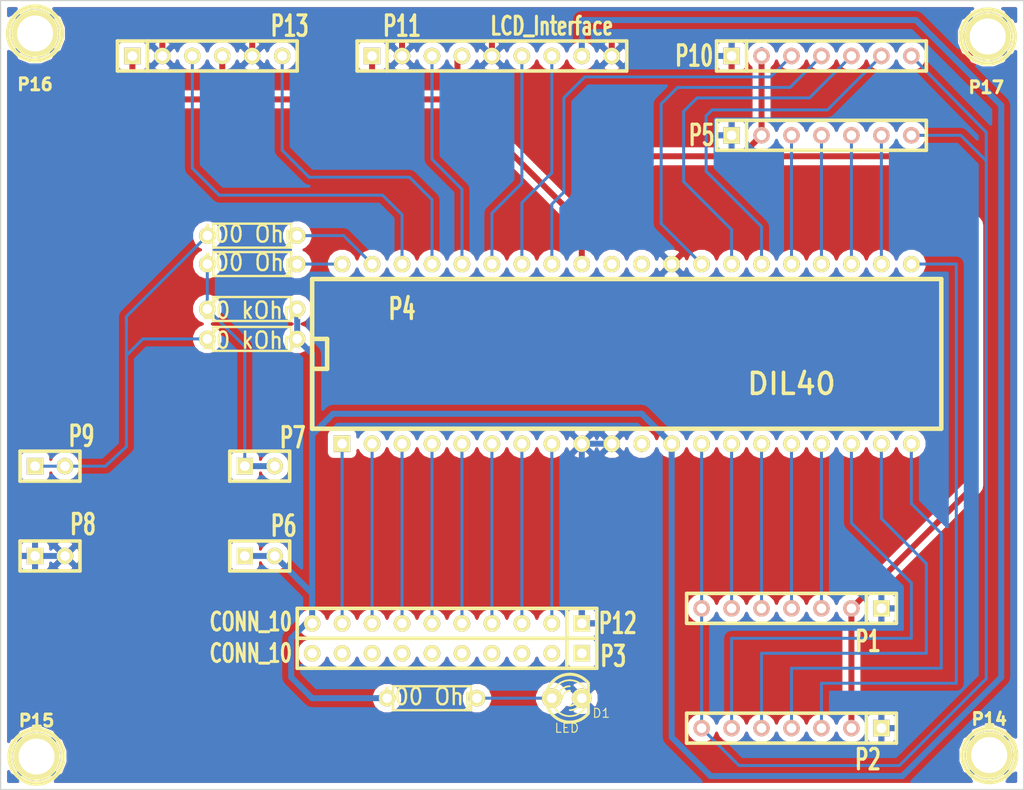
<source format=kicad_pcb>
(kicad_pcb (version 3) (host pcbnew "(2013-07-07 BZR 4022)-stable")

  (general
    (links 76)
    (no_connects 0)
    (area 186.097334 133.807999 274.404666 200.837001)
    (thickness 1.6)
    (drawings 4)
    (tracks 170)
    (zones 0)
    (modules 23)
    (nets 39)
  )

  (page A3)
  (layers
    (15 F.Cu signal)
    (0 B.Cu signal)
    (16 B.Adhes user)
    (17 F.Adhes user)
    (18 B.Paste user)
    (19 F.Paste user)
    (20 B.SilkS user)
    (21 F.SilkS user)
    (22 B.Mask user)
    (23 F.Mask user)
    (24 Dwgs.User user)
    (25 Cmts.User user)
    (26 Eco1.User user)
    (27 Eco2.User user)
    (28 Edge.Cuts user)
  )

  (setup
    (last_trace_width 0.508)
    (user_trace_width 0.508)
    (trace_clearance 0.254)
    (zone_clearance 0.508)
    (zone_45_only no)
    (trace_min 0.254)
    (segment_width 0.2)
    (edge_width 0.1)
    (via_size 0.889)
    (via_drill 0.635)
    (via_min_size 0.889)
    (via_min_drill 0.508)
    (uvia_size 0.508)
    (uvia_drill 0.127)
    (uvias_allowed no)
    (uvia_min_size 0.508)
    (uvia_min_drill 0.127)
    (pcb_text_width 0.3)
    (pcb_text_size 1.5 1.5)
    (mod_edge_width 0.15)
    (mod_text_size 1 1)
    (mod_text_width 0.15)
    (pad_size 1.397 1.397)
    (pad_drill 0.8128)
    (pad_to_mask_clearance 0)
    (aux_axis_origin 0 0)
    (visible_elements 7FFFFFFF)
    (pcbplotparams
      (layerselection 3178497)
      (usegerberextensions true)
      (excludeedgelayer true)
      (linewidth 0.150000)
      (plotframeref false)
      (viasonmask false)
      (mode 1)
      (useauxorigin false)
      (hpglpennumber 1)
      (hpglpenspeed 20)
      (hpglpendiameter 15)
      (hpglpenoverlay 2)
      (psnegative false)
      (psa4output false)
      (plotreference true)
      (plotvalue true)
      (plotothertext true)
      (plotinvisibletext false)
      (padsonsilk false)
      (subtractmaskfromsilk false)
      (outputformat 1)
      (mirror false)
      (drillshape 1)
      (scaleselection 1)
      (outputdirectory ""))
  )

  (net 0 "")
  (net 1 /LCD)
  (net 2 /P1)
  (net 3 /P2)
  (net 4 /P3)
  (net 5 /P4)
  (net 6 5V)
  (net 7 IR_Tx)
  (net 8 N-000001)
  (net 9 N-0000010)
  (net 10 N-0000012)
  (net 11 N-0000014)
  (net 12 N-0000015)
  (net 13 N-0000016)
  (net 14 N-0000017)
  (net 15 N-0000018)
  (net 16 N-000002)
  (net 17 N-0000020)
  (net 18 N-0000021)
  (net 19 N-0000022)
  (net 20 N-0000023)
  (net 21 N-0000024)
  (net 22 N-0000025)
  (net 23 N-0000026)
  (net 24 N-0000027)
  (net 25 N-0000028)
  (net 26 N-0000029)
  (net 27 N-0000030)
  (net 28 N-0000031)
  (net 29 N-0000032)
  (net 30 N-000004)
  (net 31 N-0000043)
  (net 32 N-000005)
  (net 33 N-000006)
  (net 34 N-000007)
  (net 35 N-000008)
  (net 36 N-000009)
  (net 37 VDD)
  (net 38 VSS)

  (net_class Default "This is the default net class."
    (clearance 0.254)
    (trace_width 0.254)
    (via_dia 0.889)
    (via_drill 0.635)
    (uvia_dia 0.508)
    (uvia_drill 0.127)
    (add_net "")
    (add_net /LCD)
    (add_net /P1)
    (add_net /P2)
    (add_net /P3)
    (add_net /P4)
    (add_net 5V)
    (add_net IR_Tx)
    (add_net N-000001)
    (add_net N-0000010)
    (add_net N-0000012)
    (add_net N-0000014)
    (add_net N-0000015)
    (add_net N-0000016)
    (add_net N-0000017)
    (add_net N-0000018)
    (add_net N-000002)
    (add_net N-0000020)
    (add_net N-0000021)
    (add_net N-0000022)
    (add_net N-0000023)
    (add_net N-0000024)
    (add_net N-0000025)
    (add_net N-0000026)
    (add_net N-0000027)
    (add_net N-0000028)
    (add_net N-0000029)
    (add_net N-0000030)
    (add_net N-0000031)
    (add_net N-0000032)
    (add_net N-000004)
    (add_net N-0000043)
    (add_net N-000005)
    (add_net N-000006)
    (add_net N-000007)
    (add_net N-000008)
    (add_net N-000009)
    (add_net VDD)
    (add_net VSS)
  )

  (module SIL-9 (layer F.Cu) (tedit 200000) (tstamp 5774731A)
    (at 228.6 138.557)
    (descr "Connecteur 9 pins")
    (tags "CONN DEV")
    (path /576F2F28)
    (fp_text reference P11 (at -7.62 -2.54) (layer F.SilkS)
      (effects (font (size 1.72974 1.08712) (thickness 0.3048)))
    )
    (fp_text value LCD_Interface (at 5.08 -2.54) (layer F.SilkS)
      (effects (font (size 1.524 1.016) (thickness 0.3048)))
    )
    (fp_line (start 11.43 -1.27) (end 11.43 1.27) (layer F.SilkS) (width 0.3048))
    (fp_line (start 11.43 1.27) (end -11.43 1.27) (layer F.SilkS) (width 0.3048))
    (fp_line (start -11.43 1.27) (end -11.43 -1.27) (layer F.SilkS) (width 0.3048))
    (fp_line (start 11.43 -1.27) (end -11.43 -1.27) (layer F.SilkS) (width 0.3048))
    (fp_line (start -8.89 -1.27) (end -8.89 1.27) (layer F.SilkS) (width 0.3048))
    (pad 1 thru_hole rect (at -10.16 0) (size 1.397 1.397) (drill 0.8128)
      (layers *.Cu *.Mask F.SilkS)
      (net 37 VDD)
    )
    (pad 2 thru_hole circle (at -7.62 0) (size 1.397 1.397) (drill 0.8128)
      (layers *.Cu *.Mask F.SilkS)
      (net 38 VSS)
    )
    (pad 3 thru_hole circle (at -5.08 0) (size 1.397 1.397) (drill 0.8128)
      (layers *.Cu *.Mask F.SilkS)
      (net 3 /P2)
    )
    (pad 4 thru_hole circle (at -2.54 0) (size 1.397 1.397) (drill 0.8128)
      (layers *.Cu *.Mask F.SilkS)
      (net 37 VDD)
    )
    (pad 5 thru_hole circle (at 0 0) (size 1.397 1.397) (drill 0.8128)
      (layers *.Cu *.Mask F.SilkS)
      (net 38 VSS)
    )
    (pad 6 thru_hole circle (at 2.54 0) (size 1.397 1.397) (drill 0.8128)
      (layers *.Cu *.Mask F.SilkS)
      (net 2 /P1)
    )
    (pad 7 thru_hole circle (at 5.08 0) (size 1.397 1.397) (drill 0.8128)
      (layers *.Cu *.Mask F.SilkS)
      (net 1 /LCD)
    )
    (pad 8 thru_hole circle (at 7.62 0) (size 1.397 1.397) (drill 0.8128)
      (layers *.Cu *.Mask F.SilkS)
      (net 6 5V)
    )
    (pad 9 thru_hole circle (at 10.16 0) (size 1.397 1.397) (drill 0.8128)
      (layers *.Cu *.Mask F.SilkS)
      (net 38 VSS)
    )
  )

  (module SIL-7 (layer F.Cu) (tedit 57999867) (tstamp 5799990A)
    (at 256.54 138.557)
    (descr "Connecteur 7 pins")
    (tags "CONN DEV")
    (path /57709756)
    (fp_text reference P10 (at -10.795 0) (layer F.SilkS)
      (effects (font (size 1.72974 1.08712) (thickness 0.3048)))
    )
    (fp_text value CONN_01X07 (at 0 -2.54) (layer F.SilkS) hide
      (effects (font (size 1.524 1.016) (thickness 0.3048)))
    )
    (fp_line (start -8.89 -1.27) (end -8.89 -1.27) (layer F.SilkS) (width 0.3048))
    (fp_line (start -8.89 -1.27) (end 8.89 -1.27) (layer F.SilkS) (width 0.3048))
    (fp_line (start 8.89 -1.27) (end 8.89 1.27) (layer F.SilkS) (width 0.3048))
    (fp_line (start 8.89 1.27) (end -8.89 1.27) (layer F.SilkS) (width 0.3048))
    (fp_line (start -8.89 1.27) (end -8.89 -1.27) (layer F.SilkS) (width 0.3048))
    (fp_line (start -6.35 1.27) (end -6.35 1.27) (layer F.SilkS) (width 0.3048))
    (fp_line (start -6.35 1.27) (end -6.35 -1.27) (layer F.SilkS) (width 0.3048))
    (pad 1 thru_hole rect (at -7.62 0) (size 1.397 1.397) (drill 0.8128)
      (layers *.Cu *.Mask F.SilkS)
      (net 38 VSS)
    )
    (pad 2 thru_hole circle (at -5.08 0) (size 1.397 1.397) (drill 0.8128)
      (layers *.Cu *.SilkS *.Mask)
      (net 37 VDD)
    )
    (pad 3 thru_hole circle (at -2.54 0) (size 1.397 1.397) (drill 0.8128)
      (layers *.Cu *.SilkS *.Mask)
      (net 19 N-0000022)
    )
    (pad 4 thru_hole circle (at 0 0) (size 1.397 1.397) (drill 0.8128)
      (layers *.Cu *.SilkS *.Mask)
      (net 23 N-0000026)
    )
    (pad 5 thru_hole circle (at 2.54 0) (size 1.397 1.397) (drill 0.8128)
      (layers *.Cu *.SilkS *.Mask)
      (net 22 N-0000025)
    )
    (pad 6 thru_hole circle (at 5.08 0) (size 1.397 1.397) (drill 0.8128)
      (layers *.Cu *.SilkS *.Mask)
      (net 21 N-0000024)
    )
    (pad 7 thru_hole circle (at 7.62 0) (size 1.397 1.397) (drill 0.8128)
      (layers *.Cu *.SilkS *.Mask)
      (net 7 IR_Tx)
    )
  )

  (module SIL-7 (layer F.Cu) (tedit 57999874) (tstamp 5774733E)
    (at 256.54 145.288)
    (descr "Connecteur 7 pins")
    (tags "CONN DEV")
    (path /57709658)
    (fp_text reference P5 (at -10.16 0) (layer F.SilkS)
      (effects (font (size 1.72974 1.08712) (thickness 0.3048)))
    )
    (fp_text value CONN_01X07 (at 0 -2.54) (layer F.SilkS) hide
      (effects (font (size 1.524 1.016) (thickness 0.3048)))
    )
    (fp_line (start -8.89 -1.27) (end -8.89 -1.27) (layer F.SilkS) (width 0.3048))
    (fp_line (start -8.89 -1.27) (end 8.89 -1.27) (layer F.SilkS) (width 0.3048))
    (fp_line (start 8.89 -1.27) (end 8.89 1.27) (layer F.SilkS) (width 0.3048))
    (fp_line (start 8.89 1.27) (end -8.89 1.27) (layer F.SilkS) (width 0.3048))
    (fp_line (start -8.89 1.27) (end -8.89 -1.27) (layer F.SilkS) (width 0.3048))
    (fp_line (start -6.35 1.27) (end -6.35 1.27) (layer F.SilkS) (width 0.3048))
    (fp_line (start -6.35 1.27) (end -6.35 -1.27) (layer F.SilkS) (width 0.3048))
    (pad 1 thru_hole rect (at -7.62 0) (size 1.397 1.397) (drill 0.8128)
      (layers *.Cu *.Mask F.SilkS)
      (net 38 VSS)
    )
    (pad 2 thru_hole circle (at -5.08 0) (size 1.397 1.397) (drill 0.8128)
      (layers *.Cu *.SilkS *.Mask)
      (net 37 VDD)
    )
    (pad 3 thru_hole circle (at -2.54 0) (size 1.397 1.397) (drill 0.8128)
      (layers *.Cu *.SilkS *.Mask)
      (net 16 N-000002)
    )
    (pad 4 thru_hole circle (at 0 0) (size 1.397 1.397) (drill 0.8128)
      (layers *.Cu *.SilkS *.Mask)
      (net 25 N-0000028)
    )
    (pad 5 thru_hole circle (at 2.54 0) (size 1.397 1.397) (drill 0.8128)
      (layers *.Cu *.SilkS *.Mask)
      (net 29 N-0000032)
    )
    (pad 6 thru_hole circle (at 5.08 0) (size 1.397 1.397) (drill 0.8128)
      (layers *.Cu *.SilkS *.Mask)
      (net 28 N-0000031)
    )
    (pad 7 thru_hole circle (at 7.62 0) (size 1.397 1.397) (drill 0.8128)
      (layers *.Cu *.SilkS *.Mask)
      (net 7 IR_Tx)
    )
  )

  (module SIL-7 (layer F.Cu) (tedit 57999820) (tstamp 57747350)
    (at 254 195.58 180)
    (descr "Connecteur 7 pins")
    (tags "CONN DEV")
    (path /5770957C)
    (fp_text reference P2 (at -6.477 -2.667 180) (layer F.SilkS)
      (effects (font (size 1.72974 1.08712) (thickness 0.3048)))
    )
    (fp_text value CONN_01X07 (at 0 -2.54 180) (layer F.SilkS) hide
      (effects (font (size 1.524 1.016) (thickness 0.3048)))
    )
    (fp_line (start -8.89 -1.27) (end -8.89 -1.27) (layer F.SilkS) (width 0.3048))
    (fp_line (start -8.89 -1.27) (end 8.89 -1.27) (layer F.SilkS) (width 0.3048))
    (fp_line (start 8.89 -1.27) (end 8.89 1.27) (layer F.SilkS) (width 0.3048))
    (fp_line (start 8.89 1.27) (end -8.89 1.27) (layer F.SilkS) (width 0.3048))
    (fp_line (start -8.89 1.27) (end -8.89 -1.27) (layer F.SilkS) (width 0.3048))
    (fp_line (start -6.35 1.27) (end -6.35 1.27) (layer F.SilkS) (width 0.3048))
    (fp_line (start -6.35 1.27) (end -6.35 -1.27) (layer F.SilkS) (width 0.3048))
    (pad 1 thru_hole rect (at -7.62 0 180) (size 1.397 1.397) (drill 0.8128)
      (layers *.Cu *.Mask F.SilkS)
      (net 38 VSS)
    )
    (pad 2 thru_hole circle (at -5.08 0 180) (size 1.397 1.397) (drill 0.8128)
      (layers *.Cu *.SilkS *.Mask)
      (net 37 VDD)
    )
    (pad 3 thru_hole circle (at -2.54 0 180) (size 1.397 1.397) (drill 0.8128)
      (layers *.Cu *.SilkS *.Mask)
      (net 18 N-0000021)
    )
    (pad 4 thru_hole circle (at 0 0 180) (size 1.397 1.397) (drill 0.8128)
      (layers *.Cu *.SilkS *.Mask)
      (net 27 N-0000030)
    )
    (pad 5 thru_hole circle (at 2.54 0 180) (size 1.397 1.397) (drill 0.8128)
      (layers *.Cu *.SilkS *.Mask)
      (net 24 N-0000027)
    )
    (pad 6 thru_hole circle (at 5.08 0 180) (size 1.397 1.397) (drill 0.8128)
      (layers *.Cu *.SilkS *.Mask)
      (net 26 N-0000029)
    )
    (pad 7 thru_hole circle (at 7.62 0 180) (size 1.397 1.397) (drill 0.8128)
      (layers *.Cu *.SilkS *.Mask)
      (net 7 IR_Tx)
    )
  )

  (module SIL-7 (layer F.Cu) (tedit 57999829) (tstamp 57747362)
    (at 254 185.42 180)
    (descr "Connecteur 7 pins")
    (tags "CONN DEV")
    (path /577094B3)
    (fp_text reference P1 (at -6.477 -2.794 180) (layer F.SilkS)
      (effects (font (size 1.72974 1.08712) (thickness 0.3048)))
    )
    (fp_text value CONN_01X07 (at 0 -2.54 180) (layer F.SilkS) hide
      (effects (font (size 1.524 1.016) (thickness 0.3048)))
    )
    (fp_line (start -8.89 -1.27) (end -8.89 -1.27) (layer F.SilkS) (width 0.3048))
    (fp_line (start -8.89 -1.27) (end 8.89 -1.27) (layer F.SilkS) (width 0.3048))
    (fp_line (start 8.89 -1.27) (end 8.89 1.27) (layer F.SilkS) (width 0.3048))
    (fp_line (start 8.89 1.27) (end -8.89 1.27) (layer F.SilkS) (width 0.3048))
    (fp_line (start -8.89 1.27) (end -8.89 -1.27) (layer F.SilkS) (width 0.3048))
    (fp_line (start -6.35 1.27) (end -6.35 1.27) (layer F.SilkS) (width 0.3048))
    (fp_line (start -6.35 1.27) (end -6.35 -1.27) (layer F.SilkS) (width 0.3048))
    (pad 1 thru_hole rect (at -7.62 0 180) (size 1.397 1.397) (drill 0.8128)
      (layers *.Cu *.Mask F.SilkS)
      (net 38 VSS)
    )
    (pad 2 thru_hole circle (at -5.08 0 180) (size 1.397 1.397) (drill 0.8128)
      (layers *.Cu *.SilkS *.Mask)
      (net 37 VDD)
    )
    (pad 3 thru_hole circle (at -2.54 0 180) (size 1.397 1.397) (drill 0.8128)
      (layers *.Cu *.SilkS *.Mask)
      (net 8 N-000001)
    )
    (pad 4 thru_hole circle (at 0 0 180) (size 1.397 1.397) (drill 0.8128)
      (layers *.Cu *.SilkS *.Mask)
      (net 30 N-000004)
    )
    (pad 5 thru_hole circle (at 2.54 0 180) (size 1.397 1.397) (drill 0.8128)
      (layers *.Cu *.SilkS *.Mask)
      (net 32 N-000005)
    )
    (pad 6 thru_hole circle (at 5.08 0 180) (size 1.397 1.397) (drill 0.8128)
      (layers *.Cu *.SilkS *.Mask)
      (net 33 N-000006)
    )
    (pad 7 thru_hole circle (at 7.62 0 180) (size 1.397 1.397) (drill 0.8128)
      (layers *.Cu *.SilkS *.Mask)
      (net 7 IR_Tx)
    )
  )

  (module SIL-6 (layer F.Cu) (tedit 5799987F) (tstamp 57747371)
    (at 204.47 138.557)
    (descr "Connecteur 6 pins")
    (tags "CONN DEV")
    (path /576F464D)
    (fp_text reference P13 (at 6.985 -2.54) (layer F.SilkS)
      (effects (font (size 1.72974 1.08712) (thickness 0.3048)))
    )
    (fp_text value "Start Buttons" (at 0 -2.54) (layer F.SilkS) hide
      (effects (font (size 1.524 1.016) (thickness 0.3048)))
    )
    (fp_line (start -7.62 1.27) (end -7.62 -1.27) (layer F.SilkS) (width 0.3048))
    (fp_line (start -7.62 -1.27) (end 7.62 -1.27) (layer F.SilkS) (width 0.3048))
    (fp_line (start 7.62 -1.27) (end 7.62 1.27) (layer F.SilkS) (width 0.3048))
    (fp_line (start 7.62 1.27) (end -7.62 1.27) (layer F.SilkS) (width 0.3048))
    (fp_line (start -5.08 1.27) (end -5.08 -1.27) (layer F.SilkS) (width 0.3048))
    (pad 1 thru_hole rect (at -6.35 0) (size 1.397 1.397) (drill 0.8128)
      (layers *.Cu *.Mask F.SilkS)
      (net 37 VDD)
    )
    (pad 2 thru_hole circle (at -3.81 0) (size 1.397 1.397) (drill 0.8128)
      (layers *.Cu *.Mask F.SilkS)
      (net 38 VSS)
    )
    (pad 3 thru_hole circle (at -1.27 0) (size 1.397 1.397) (drill 0.8128)
      (layers *.Cu *.Mask F.SilkS)
      (net 5 /P4)
    )
    (pad 4 thru_hole circle (at 1.27 0) (size 1.397 1.397) (drill 0.8128)
      (layers *.Cu *.Mask F.SilkS)
      (net 37 VDD)
    )
    (pad 5 thru_hole circle (at 3.81 0) (size 1.397 1.397) (drill 0.8128)
      (layers *.Cu *.Mask F.SilkS)
      (net 38 VSS)
    )
    (pad 6 thru_hole circle (at 6.35 0) (size 1.397 1.397) (drill 0.8128)
      (layers *.Cu *.Mask F.SilkS)
      (net 4 /P3)
    )
  )

  (module SIL-2 (layer F.Cu) (tedit 5799984A) (tstamp 579AAC5D)
    (at 208.915 173.355)
    (descr "Connecteurs 2 pins")
    (tags "CONN DEV")
    (path /576F5E2B)
    (fp_text reference P7 (at 2.794 -2.413) (layer F.SilkS)
      (effects (font (size 1.72974 1.08712) (thickness 0.3048)))
    )
    (fp_text value DAT (at 0 -2.54) (layer F.SilkS) hide
      (effects (font (size 1.524 1.016) (thickness 0.3048)))
    )
    (fp_line (start -2.54 1.27) (end -2.54 -1.27) (layer F.SilkS) (width 0.3048))
    (fp_line (start -2.54 -1.27) (end 2.54 -1.27) (layer F.SilkS) (width 0.3048))
    (fp_line (start 2.54 -1.27) (end 2.54 1.27) (layer F.SilkS) (width 0.3048))
    (fp_line (start 2.54 1.27) (end -2.54 1.27) (layer F.SilkS) (width 0.3048))
    (pad 1 thru_hole rect (at -1.27 0) (size 1.397 1.397) (drill 0.8128)
      (layers *.Cu *.Mask F.SilkS)
      (net 20 N-0000023)
    )
    (pad 2 thru_hole circle (at 1.27 0) (size 1.397 1.397) (drill 0.8128)
      (layers *.Cu *.Mask F.SilkS)
      (net 20 N-0000023)
    )
  )

  (module SIL-2 (layer F.Cu) (tedit 57999845) (tstamp 57747385)
    (at 208.915 180.975)
    (descr "Connecteurs 2 pins")
    (tags "CONN DEV")
    (path /576F5DE5)
    (fp_text reference P6 (at 2.032 -2.54) (layer F.SilkS)
      (effects (font (size 1.72974 1.08712) (thickness 0.3048)))
    )
    (fp_text value 5V (at 0 -2.54) (layer F.SilkS) hide
      (effects (font (size 1.524 1.016) (thickness 0.3048)))
    )
    (fp_line (start -2.54 1.27) (end -2.54 -1.27) (layer F.SilkS) (width 0.3048))
    (fp_line (start -2.54 -1.27) (end 2.54 -1.27) (layer F.SilkS) (width 0.3048))
    (fp_line (start 2.54 -1.27) (end 2.54 1.27) (layer F.SilkS) (width 0.3048))
    (fp_line (start 2.54 1.27) (end -2.54 1.27) (layer F.SilkS) (width 0.3048))
    (pad 1 thru_hole rect (at -1.27 0) (size 1.397 1.397) (drill 0.8128)
      (layers *.Cu *.Mask F.SilkS)
      (net 6 5V)
    )
    (pad 2 thru_hole circle (at 1.27 0) (size 1.397 1.397) (drill 0.8128)
      (layers *.Cu *.Mask F.SilkS)
      (net 6 5V)
    )
  )

  (module SIL-2 (layer F.Cu) (tedit 579998A3) (tstamp 5774738F)
    (at 191.135 180.975)
    (descr "Connecteurs 2 pins")
    (tags "CONN DEV")
    (path /576F5DA2)
    (fp_text reference P8 (at 2.794 -2.667) (layer F.SilkS)
      (effects (font (size 1.72974 1.08712) (thickness 0.3048)))
    )
    (fp_text value GND (at 0 -2.54) (layer F.SilkS) hide
      (effects (font (size 1.524 1.016) (thickness 0.3048)))
    )
    (fp_line (start -2.54 1.27) (end -2.54 -1.27) (layer F.SilkS) (width 0.3048))
    (fp_line (start -2.54 -1.27) (end 2.54 -1.27) (layer F.SilkS) (width 0.3048))
    (fp_line (start 2.54 -1.27) (end 2.54 1.27) (layer F.SilkS) (width 0.3048))
    (fp_line (start 2.54 1.27) (end -2.54 1.27) (layer F.SilkS) (width 0.3048))
    (pad 1 thru_hole rect (at -1.27 0) (size 1.397 1.397) (drill 0.8128)
      (layers *.Cu *.Mask F.SilkS)
      (net 38 VSS)
    )
    (pad 2 thru_hole circle (at 1.27 0) (size 1.397 1.397) (drill 0.8128)
      (layers *.Cu *.Mask F.SilkS)
      (net 38 VSS)
    )
  )

  (module SIL-2 (layer F.Cu) (tedit 5799989A) (tstamp 579AE484)
    (at 191.135 173.355)
    (descr "Connecteurs 2 pins")
    (tags "CONN DEV")
    (path /576F5D4B)
    (fp_text reference P9 (at 2.667 -2.54) (layer F.SilkS)
      (effects (font (size 1.72974 1.08712) (thickness 0.3048)))
    )
    (fp_text value CLK (at 0 -2.54) (layer F.SilkS) hide
      (effects (font (size 1.524 1.016) (thickness 0.3048)))
    )
    (fp_line (start -2.54 1.27) (end -2.54 -1.27) (layer F.SilkS) (width 0.3048))
    (fp_line (start -2.54 -1.27) (end 2.54 -1.27) (layer F.SilkS) (width 0.3048))
    (fp_line (start 2.54 -1.27) (end 2.54 1.27) (layer F.SilkS) (width 0.3048))
    (fp_line (start 2.54 1.27) (end -2.54 1.27) (layer F.SilkS) (width 0.3048))
    (pad 1 thru_hole rect (at -1.27 0) (size 1.397 1.397) (drill 0.8128)
      (layers *.Cu *.Mask F.SilkS)
      (net 31 N-0000043)
    )
    (pad 2 thru_hole circle (at 1.27 0) (size 1.397 1.397) (drill 0.8128)
      (layers *.Cu *.Mask F.SilkS)
      (net 31 N-0000043)
    )
  )

  (module LED-3MM (layer F.Cu) (tedit 579998BC) (tstamp 579001F1)
    (at 234.95 193.04)
    (descr "LED 3mm - Lead pitch 100mil (2,54mm)")
    (tags "LED led 3mm 3MM 100mil 2,54mm")
    (path /576EDD0E)
    (fp_text reference D1 (at 2.921 1.27) (layer F.SilkS)
      (effects (font (size 0.762 0.762) (thickness 0.0889)))
    )
    (fp_text value LED (at 0 2.54) (layer F.SilkS)
      (effects (font (size 0.762 0.762) (thickness 0.0889)))
    )
    (fp_line (start 1.8288 1.27) (end 1.8288 -1.27) (layer F.SilkS) (width 0.254))
    (fp_arc (start 0.254 0) (end -1.27 0) (angle 39.8) (layer F.SilkS) (width 0.1524))
    (fp_arc (start 0.254 0) (end -0.88392 1.01092) (angle 41.6) (layer F.SilkS) (width 0.1524))
    (fp_arc (start 0.254 0) (end 1.4097 -0.9906) (angle 40.6) (layer F.SilkS) (width 0.1524))
    (fp_arc (start 0.254 0) (end 1.778 0) (angle 39.8) (layer F.SilkS) (width 0.1524))
    (fp_arc (start 0.254 0) (end 0.254 -1.524) (angle 54.4) (layer F.SilkS) (width 0.1524))
    (fp_arc (start 0.254 0) (end -0.9652 -0.9144) (angle 53.1) (layer F.SilkS) (width 0.1524))
    (fp_arc (start 0.254 0) (end 1.45542 0.93472) (angle 52.1) (layer F.SilkS) (width 0.1524))
    (fp_arc (start 0.254 0) (end 0.254 1.524) (angle 52.1) (layer F.SilkS) (width 0.1524))
    (fp_arc (start 0.254 0) (end -0.381 0) (angle 90) (layer F.SilkS) (width 0.1524))
    (fp_arc (start 0.254 0) (end -0.762 0) (angle 90) (layer F.SilkS) (width 0.1524))
    (fp_arc (start 0.254 0) (end 0.889 0) (angle 90) (layer F.SilkS) (width 0.1524))
    (fp_arc (start 0.254 0) (end 1.27 0) (angle 90) (layer F.SilkS) (width 0.1524))
    (fp_arc (start 0.254 0) (end 0.254 -2.032) (angle 50.1) (layer F.SilkS) (width 0.254))
    (fp_arc (start 0.254 0) (end -1.5367 -0.95504) (angle 61.9) (layer F.SilkS) (width 0.254))
    (fp_arc (start 0.254 0) (end 1.8034 1.31064) (angle 49.7) (layer F.SilkS) (width 0.254))
    (fp_arc (start 0.254 0) (end 0.254 2.032) (angle 60.2) (layer F.SilkS) (width 0.254))
    (fp_arc (start 0.254 0) (end -1.778 0) (angle 28.3) (layer F.SilkS) (width 0.254))
    (fp_arc (start 0.254 0) (end -1.47574 1.06426) (angle 31.6) (layer F.SilkS) (width 0.254))
    (pad 1 thru_hole circle (at -1.27 0) (size 1.6764 1.6764) (drill 0.8128)
      (layers *.Cu *.Mask F.SilkS)
      (net 17 N-0000020)
    )
    (pad 2 thru_hole circle (at 1.27 0) (size 1.6764 1.6764) (drill 0.8128)
      (layers *.Cu *.Mask F.SilkS)
      (net 38 VSS)
    )
    (model discret/leds/led3_vertical_verde.wrl
      (at (xyz 0 0 0))
      (scale (xyz 1 1 1))
      (rotate (xyz 0 0 0))
    )
  )

  (module DIP-40__600 (layer F.Cu) (tedit 200000) (tstamp 57747439)
    (at 240.03 163.83)
    (descr "Module Dil 40 pins, pads ronds, e=600 mils")
    (tags DIL)
    (path /576F725D)
    (fp_text reference P4 (at -19.05 -3.81) (layer F.SilkS)
      (effects (font (size 1.778 1.143) (thickness 0.3048)))
    )
    (fp_text value DIL40 (at 13.97 2.54) (layer F.SilkS)
      (effects (font (size 1.778 1.778) (thickness 0.3048)))
    )
    (fp_line (start -26.67 -1.27) (end -25.4 -1.27) (layer F.SilkS) (width 0.381))
    (fp_line (start -25.4 -1.27) (end -25.4 1.27) (layer F.SilkS) (width 0.381))
    (fp_line (start -25.4 1.27) (end -26.67 1.27) (layer F.SilkS) (width 0.381))
    (fp_line (start -26.67 -6.35) (end 26.67 -6.35) (layer F.SilkS) (width 0.381))
    (fp_line (start 26.67 -6.35) (end 26.67 6.35) (layer F.SilkS) (width 0.381))
    (fp_line (start 26.67 6.35) (end -26.67 6.35) (layer F.SilkS) (width 0.381))
    (fp_line (start -26.67 6.35) (end -26.67 -6.35) (layer F.SilkS) (width 0.381))
    (pad 1 thru_hole rect (at -24.13 7.62) (size 1.397 1.397) (drill 0.8128)
      (layers *.Cu *.Mask F.SilkS)
      (net 13 N-0000016)
    )
    (pad 2 thru_hole circle (at -21.59 7.62) (size 1.397 1.397) (drill 0.8128)
      (layers *.Cu *.Mask F.SilkS)
      (net 12 N-0000015)
    )
    (pad 3 thru_hole circle (at -19.05 7.62) (size 1.397 1.397) (drill 0.8128)
      (layers *.Cu *.Mask F.SilkS)
      (net 11 N-0000014)
    )
    (pad 4 thru_hole circle (at -16.51 7.62) (size 1.397 1.397) (drill 0.8128)
      (layers *.Cu *.Mask F.SilkS)
      (net 10 N-0000012)
    )
    (pad 5 thru_hole circle (at -13.97 7.62) (size 1.397 1.397) (drill 0.8128)
      (layers *.Cu *.Mask F.SilkS)
      (net 9 N-0000010)
    )
    (pad 6 thru_hole circle (at -11.43 7.62) (size 1.397 1.397) (drill 0.8128)
      (layers *.Cu *.Mask F.SilkS)
      (net 36 N-000009)
    )
    (pad 7 thru_hole circle (at -8.89 7.62) (size 1.397 1.397) (drill 0.8128)
      (layers *.Cu *.Mask F.SilkS)
      (net 35 N-000008)
    )
    (pad 8 thru_hole circle (at -6.35 7.62) (size 1.397 1.397) (drill 0.8128)
      (layers *.Cu *.Mask F.SilkS)
      (net 34 N-000007)
    )
    (pad 9 thru_hole circle (at -3.81 7.62) (size 1.397 1.397) (drill 0.8128)
      (layers *.Cu *.Mask F.SilkS)
      (net 38 VSS)
    )
    (pad 10 thru_hole circle (at -1.27 7.62) (size 1.397 1.397) (drill 0.8128)
      (layers *.Cu *.Mask F.SilkS)
      (net 38 VSS)
    )
    (pad 11 thru_hole circle (at 1.27 7.62) (size 1.397 1.397) (drill 0.8128)
      (layers *.Cu *.Mask F.SilkS)
    )
    (pad 12 thru_hole circle (at 3.81 7.62) (size 1.397 1.397) (drill 0.8128)
      (layers *.Cu *.Mask F.SilkS)
      (net 6 5V)
    )
    (pad 13 thru_hole circle (at 6.35 7.62) (size 1.397 1.397) (drill 0.8128)
      (layers *.Cu *.Mask F.SilkS)
      (net 7 IR_Tx)
    )
    (pad 14 thru_hole circle (at 8.89 7.62) (size 1.397 1.397) (drill 0.8128)
      (layers *.Cu *.Mask F.SilkS)
      (net 33 N-000006)
    )
    (pad 15 thru_hole circle (at 11.43 7.62) (size 1.397 1.397) (drill 0.8128)
      (layers *.Cu *.Mask F.SilkS)
      (net 32 N-000005)
    )
    (pad 16 thru_hole circle (at 13.97 7.62) (size 1.397 1.397) (drill 0.8128)
      (layers *.Cu *.Mask F.SilkS)
      (net 30 N-000004)
    )
    (pad 17 thru_hole circle (at 16.51 7.62) (size 1.397 1.397) (drill 0.8128)
      (layers *.Cu *.Mask F.SilkS)
      (net 8 N-000001)
    )
    (pad 18 thru_hole circle (at 19.05 7.62) (size 1.397 1.397) (drill 0.8128)
      (layers *.Cu *.Mask F.SilkS)
      (net 26 N-0000029)
    )
    (pad 19 thru_hole circle (at 21.59 7.62) (size 1.397 1.397) (drill 0.8128)
      (layers *.Cu *.Mask F.SilkS)
      (net 24 N-0000027)
    )
    (pad 20 thru_hole circle (at 24.13 7.62) (size 1.397 1.397) (drill 0.8128)
      (layers *.Cu *.Mask F.SilkS)
      (net 27 N-0000030)
    )
    (pad 21 thru_hole circle (at 24.13 -7.62) (size 1.397 1.397) (drill 0.8128)
      (layers *.Cu *.Mask F.SilkS)
      (net 18 N-0000021)
    )
    (pad 22 thru_hole circle (at 21.59 -7.62) (size 1.397 1.397) (drill 0.8128)
      (layers *.Cu *.Mask F.SilkS)
      (net 28 N-0000031)
    )
    (pad 23 thru_hole circle (at 19.05 -7.62) (size 1.397 1.397) (drill 0.8128)
      (layers *.Cu *.Mask F.SilkS)
      (net 29 N-0000032)
    )
    (pad 24 thru_hole circle (at 16.51 -7.62) (size 1.397 1.397) (drill 0.8128)
      (layers *.Cu *.Mask F.SilkS)
      (net 25 N-0000028)
    )
    (pad 25 thru_hole circle (at 13.97 -7.62) (size 1.397 1.397) (drill 0.8128)
      (layers *.Cu *.Mask F.SilkS)
      (net 16 N-000002)
    )
    (pad 26 thru_hole circle (at 11.43 -7.62) (size 1.397 1.397) (drill 0.8128)
      (layers *.Cu *.Mask F.SilkS)
      (net 21 N-0000024)
    )
    (pad 27 thru_hole circle (at 8.89 -7.62) (size 1.397 1.397) (drill 0.8128)
      (layers *.Cu *.Mask F.SilkS)
      (net 22 N-0000025)
    )
    (pad 28 thru_hole circle (at 6.35 -7.62) (size 1.397 1.397) (drill 0.8128)
      (layers *.Cu *.Mask F.SilkS)
      (net 23 N-0000026)
    )
    (pad 29 thru_hole circle (at 3.81 -7.62) (size 1.397 1.397) (drill 0.8128)
      (layers *.Cu *.Mask F.SilkS)
      (net 38 VSS)
    )
    (pad 30 thru_hole circle (at 1.27 -7.62) (size 1.397 1.397) (drill 0.8128)
      (layers *.Cu *.Mask F.SilkS)
    )
    (pad 31 thru_hole circle (at -1.27 -7.62) (size 1.397 1.397) (drill 0.8128)
      (layers *.Cu *.Mask F.SilkS)
    )
    (pad 32 thru_hole circle (at -3.81 -7.62) (size 1.397 1.397) (drill 0.8128)
      (layers *.Cu *.Mask F.SilkS)
      (net 37 VDD)
    )
    (pad 33 thru_hole circle (at -6.35 -7.62) (size 1.397 1.397) (drill 0.8128)
      (layers *.Cu *.Mask F.SilkS)
      (net 19 N-0000022)
    )
    (pad 34 thru_hole circle (at -8.89 -7.62) (size 1.397 1.397) (drill 0.8128)
      (layers *.Cu *.Mask F.SilkS)
      (net 1 /LCD)
    )
    (pad 35 thru_hole circle (at -11.43 -7.62) (size 1.397 1.397) (drill 0.8128)
      (layers *.Cu *.Mask F.SilkS)
      (net 2 /P1)
    )
    (pad 36 thru_hole circle (at -13.97 -7.62) (size 1.397 1.397) (drill 0.8128)
      (layers *.Cu *.Mask F.SilkS)
      (net 3 /P2)
    )
    (pad 37 thru_hole circle (at -16.51 -7.62) (size 1.397 1.397) (drill 0.8128)
      (layers *.Cu *.Mask F.SilkS)
      (net 4 /P3)
    )
    (pad 38 thru_hole circle (at -19.05 -7.62) (size 1.397 1.397) (drill 0.8128)
      (layers *.Cu *.Mask F.SilkS)
      (net 5 /P4)
    )
    (pad 39 thru_hole circle (at -21.59 -7.62) (size 1.397 1.397) (drill 0.8128)
      (layers *.Cu *.Mask F.SilkS)
      (net 14 N-0000017)
    )
    (pad 40 thru_hole circle (at -24.13 -7.62) (size 1.397 1.397) (drill 0.8128)
      (layers *.Cu *.Mask F.SilkS)
      (net 15 N-0000018)
    )
    (model dil/dil_40-w600.wrl
      (at (xyz 0 0 0))
      (scale (xyz 1 1 1))
      (rotate (xyz 0 0 0))
    )
  )

  (module SIL-10 (layer F.Cu) (tedit 57999836) (tstamp 57900213)
    (at 224.79 186.69 180)
    (descr "Connecteur 10 pins")
    (tags "CONN DEV")
    (path /57747695)
    (fp_text reference P12 (at -14.478 0 180) (layer F.SilkS)
      (effects (font (size 1.72974 1.08712) (thickness 0.3048)))
    )
    (fp_text value CONN_10 (at 16.637 0.127 180) (layer F.SilkS)
      (effects (font (size 1.524 1.016) (thickness 0.3048)))
    )
    (fp_line (start -12.7 1.27) (end -12.7 -1.27) (layer F.SilkS) (width 0.3048))
    (fp_line (start -12.7 -1.27) (end 12.7 -1.27) (layer F.SilkS) (width 0.3048))
    (fp_line (start 12.7 -1.27) (end 12.7 1.27) (layer F.SilkS) (width 0.3048))
    (fp_line (start 12.7 1.27) (end -12.7 1.27) (layer F.SilkS) (width 0.3048))
    (fp_line (start -10.16 1.27) (end -10.16 -1.27) (layer F.SilkS) (width 0.3048))
    (pad 1 thru_hole rect (at -11.43 0 180) (size 1.397 1.397) (drill 0.8128)
      (layers *.Cu *.Mask F.SilkS)
      (net 38 VSS)
    )
    (pad 2 thru_hole circle (at -8.89 0 180) (size 1.397 1.397) (drill 0.8128)
      (layers *.Cu *.Mask F.SilkS)
      (net 34 N-000007)
    )
    (pad 3 thru_hole circle (at -6.35 0 180) (size 1.397 1.397) (drill 0.8128)
      (layers *.Cu *.Mask F.SilkS)
      (net 35 N-000008)
    )
    (pad 4 thru_hole circle (at -3.81 0 180) (size 1.397 1.397) (drill 0.8128)
      (layers *.Cu *.Mask F.SilkS)
      (net 36 N-000009)
    )
    (pad 5 thru_hole circle (at -1.27 0 180) (size 1.397 1.397) (drill 0.8128)
      (layers *.Cu *.Mask F.SilkS)
      (net 9 N-0000010)
    )
    (pad 6 thru_hole circle (at 1.27 0 180) (size 1.397 1.397) (drill 0.8128)
      (layers *.Cu *.Mask F.SilkS)
      (net 10 N-0000012)
    )
    (pad 7 thru_hole circle (at 3.81 0 180) (size 1.397 1.397) (drill 0.8128)
      (layers *.Cu *.Mask F.SilkS)
      (net 11 N-0000014)
    )
    (pad 8 thru_hole circle (at 6.35 0 180) (size 1.397 1.397) (drill 0.8128)
      (layers *.Cu *.Mask F.SilkS)
      (net 12 N-0000015)
    )
    (pad 9 thru_hole circle (at 8.89 0 180) (size 1.397 1.397) (drill 0.8128)
      (layers *.Cu *.Mask F.SilkS)
      (net 13 N-0000016)
    )
    (pad 10 thru_hole circle (at 11.43 0 180) (size 1.397 1.397) (drill 0.8128)
      (layers *.Cu *.Mask F.SilkS)
      (net 6 5V)
    )
  )

  (module SIL-10 (layer F.Cu) (tedit 5799983F) (tstamp 57900227)
    (at 224.79 189.23 180)
    (descr "Connecteur 10 pins")
    (tags "CONN DEV")
    (path /577476A2)
    (fp_text reference P3 (at -14.097 -0.254 180) (layer F.SilkS)
      (effects (font (size 1.72974 1.08712) (thickness 0.3048)))
    )
    (fp_text value CONN_10 (at 16.637 0 180) (layer F.SilkS)
      (effects (font (size 1.524 1.016) (thickness 0.3048)))
    )
    (fp_line (start -12.7 1.27) (end -12.7 -1.27) (layer F.SilkS) (width 0.3048))
    (fp_line (start -12.7 -1.27) (end 12.7 -1.27) (layer F.SilkS) (width 0.3048))
    (fp_line (start 12.7 -1.27) (end 12.7 1.27) (layer F.SilkS) (width 0.3048))
    (fp_line (start 12.7 1.27) (end -12.7 1.27) (layer F.SilkS) (width 0.3048))
    (fp_line (start -10.16 1.27) (end -10.16 -1.27) (layer F.SilkS) (width 0.3048))
    (pad 1 thru_hole rect (at -11.43 0 180) (size 1.397 1.397) (drill 0.8128)
      (layers *.Cu *.Mask F.SilkS)
    )
    (pad 2 thru_hole circle (at -8.89 0 180) (size 1.397 1.397) (drill 0.8128)
      (layers *.Cu *.Mask F.SilkS)
    )
    (pad 3 thru_hole circle (at -6.35 0 180) (size 1.397 1.397) (drill 0.8128)
      (layers *.Cu *.Mask F.SilkS)
    )
    (pad 4 thru_hole circle (at -3.81 0 180) (size 1.397 1.397) (drill 0.8128)
      (layers *.Cu *.Mask F.SilkS)
    )
    (pad 5 thru_hole circle (at -1.27 0 180) (size 1.397 1.397) (drill 0.8128)
      (layers *.Cu *.Mask F.SilkS)
    )
    (pad 6 thru_hole circle (at 1.27 0 180) (size 1.397 1.397) (drill 0.8128)
      (layers *.Cu *.Mask F.SilkS)
    )
    (pad 7 thru_hole circle (at 3.81 0 180) (size 1.397 1.397) (drill 0.8128)
      (layers *.Cu *.Mask F.SilkS)
    )
    (pad 8 thru_hole circle (at 6.35 0 180) (size 1.397 1.397) (drill 0.8128)
      (layers *.Cu *.Mask F.SilkS)
    )
    (pad 9 thru_hole circle (at 8.89 0 180) (size 1.397 1.397) (drill 0.8128)
      (layers *.Cu *.Mask F.SilkS)
    )
    (pad 10 thru_hole circle (at 11.43 0 180) (size 1.397 1.397) (drill 0.8128)
      (layers *.Cu *.Mask F.SilkS)
    )
  )

  (module R3 (layer F.Cu) (tedit 5799985C) (tstamp 579AAD22)
    (at 208.28 160.02)
    (descr "Resitance 3 pas")
    (tags R)
    (path /576F6494)
    (autoplace_cost180 10)
    (fp_text reference R2 (at 6.223 0.254) (layer F.SilkS) hide
      (effects (font (size 1.397 1.27) (thickness 0.2032)))
    )
    (fp_text value "10 kOhm" (at 0 0.127) (layer F.SilkS)
      (effects (font (size 1.397 1.27) (thickness 0.2032)))
    )
    (fp_line (start -3.81 0) (end -3.302 0) (layer F.SilkS) (width 0.2032))
    (fp_line (start 3.81 0) (end 3.302 0) (layer F.SilkS) (width 0.2032))
    (fp_line (start 3.302 0) (end 3.302 -1.016) (layer F.SilkS) (width 0.2032))
    (fp_line (start 3.302 -1.016) (end -3.302 -1.016) (layer F.SilkS) (width 0.2032))
    (fp_line (start -3.302 -1.016) (end -3.302 1.016) (layer F.SilkS) (width 0.2032))
    (fp_line (start -3.302 1.016) (end 3.302 1.016) (layer F.SilkS) (width 0.2032))
    (fp_line (start 3.302 1.016) (end 3.302 0) (layer F.SilkS) (width 0.2032))
    (fp_line (start -3.302 -0.508) (end -2.794 -1.016) (layer F.SilkS) (width 0.2032))
    (pad 1 thru_hole circle (at -3.81 0) (size 1.397 1.397) (drill 0.8128)
      (layers *.Cu *.Mask F.SilkS)
      (net 20 N-0000023)
    )
    (pad 2 thru_hole circle (at 3.81 0) (size 1.397 1.397) (drill 0.8128)
      (layers *.Cu *.Mask F.SilkS)
      (net 6 5V)
    )
    (model discret/resistor.wrl
      (at (xyz 0 0 0))
      (scale (xyz 0.3 0.3 0.3))
      (rotate (xyz 0 0 0))
    )
  )

  (module 1pin (layer F.Cu) (tedit 5799981C) (tstamp 5799C8DE)
    (at 270.764 197.866)
    (descr "module 1 pin (ou trou mecanique de percage)")
    (tags DEV)
    (path /5799805C)
    (fp_text reference P14 (at 0 -3.048) (layer F.SilkS)
      (effects (font (size 1.016 1.016) (thickness 0.254)))
    )
    (fp_text value CONN_1 (at -0.762 -4.826) (layer F.SilkS) hide
      (effects (font (size 1.016 1.016) (thickness 0.254)))
    )
    (fp_circle (center 0 0) (end 0 -2.286) (layer F.SilkS) (width 0.381))
    (pad 1 thru_hole circle (at 0 0) (size 4.064 4.064) (drill 3.048)
      (layers *.Cu *.Mask F.SilkS)
      (net 38 VSS)
    )
  )

  (module 1pin (layer F.Cu) (tedit 5799980A) (tstamp 5799971A)
    (at 189.992 197.993)
    (descr "module 1 pin (ou trou mecanique de percage)")
    (tags DEV)
    (path /57998069)
    (fp_text reference P15 (at 0 -3.048) (layer F.SilkS)
      (effects (font (size 1.016 1.016) (thickness 0.254)))
    )
    (fp_text value CONN_1 (at 0.635 -4.953) (layer F.SilkS) hide
      (effects (font (size 1.016 1.016) (thickness 0.254)))
    )
    (fp_circle (center 0 0) (end 0 -2.286) (layer F.SilkS) (width 0.381))
    (pad 1 thru_hole circle (at 0 0) (size 4.064 4.064) (drill 3.048)
      (layers *.Cu *.Mask F.SilkS)
      (net 38 VSS)
    )
  )

  (module 1pin (layer F.Cu) (tedit 5799980F) (tstamp 5799C8EA)
    (at 189.865 136.652)
    (descr "module 1 pin (ou trou mecanique de percage)")
    (tags DEV)
    (path /5799806F)
    (fp_text reference P16 (at 0 4.318) (layer F.SilkS)
      (effects (font (size 1.016 1.016) (thickness 0.254)))
    )
    (fp_text value CONN_1 (at 0 2.794) (layer F.SilkS) hide
      (effects (font (size 1.016 1.016) (thickness 0.254)))
    )
    (fp_circle (center 0 0) (end 0 -2.286) (layer F.SilkS) (width 0.381))
    (pad 1 thru_hole circle (at 0 0) (size 4.064 4.064) (drill 3.048)
      (layers *.Cu *.Mask F.SilkS)
      (net 38 VSS)
    )
  )

  (module 1pin (layer F.Cu) (tedit 57999816) (tstamp 5799C8F0)
    (at 270.637 136.906)
    (descr "module 1 pin (ou trou mecanique de percage)")
    (tags DEV)
    (path /57998075)
    (fp_text reference P17 (at -0.127 4.318) (layer F.SilkS)
      (effects (font (size 1.016 1.016) (thickness 0.254)))
    )
    (fp_text value CONN_1 (at 0 2.794) (layer F.SilkS) hide
      (effects (font (size 1.016 1.016) (thickness 0.254)))
    )
    (fp_circle (center 0 0) (end 0 -2.286) (layer F.SilkS) (width 0.381))
    (pad 1 thru_hole circle (at 0 0) (size 4.064 4.064) (drill 3.048)
      (layers *.Cu *.Mask F.SilkS)
      (net 38 VSS)
    )
  )

  (module R3 (layer F.Cu) (tedit 57999852) (tstamp 579A33A3)
    (at 208.28 156.21 180)
    (descr "Resitance 3 pas")
    (tags R)
    (path /576F6449)
    (autoplace_cost180 10)
    (fp_text reference R1 (at -6.096 0 180) (layer F.SilkS) hide
      (effects (font (size 1.397 1.27) (thickness 0.2032)))
    )
    (fp_text value "100 Ohm" (at 0 0.127 180) (layer F.SilkS)
      (effects (font (size 1.397 1.27) (thickness 0.2032)))
    )
    (fp_line (start -3.81 0) (end -3.302 0) (layer F.SilkS) (width 0.2032))
    (fp_line (start 3.81 0) (end 3.302 0) (layer F.SilkS) (width 0.2032))
    (fp_line (start 3.302 0) (end 3.302 -1.016) (layer F.SilkS) (width 0.2032))
    (fp_line (start 3.302 -1.016) (end -3.302 -1.016) (layer F.SilkS) (width 0.2032))
    (fp_line (start -3.302 -1.016) (end -3.302 1.016) (layer F.SilkS) (width 0.2032))
    (fp_line (start -3.302 1.016) (end 3.302 1.016) (layer F.SilkS) (width 0.2032))
    (fp_line (start 3.302 1.016) (end 3.302 0) (layer F.SilkS) (width 0.2032))
    (fp_line (start -3.302 -0.508) (end -2.794 -1.016) (layer F.SilkS) (width 0.2032))
    (pad 1 thru_hole circle (at -3.81 0 180) (size 1.397 1.397) (drill 0.8128)
      (layers *.Cu *.Mask F.SilkS)
      (net 15 N-0000018)
    )
    (pad 2 thru_hole circle (at 3.81 0 180) (size 1.397 1.397) (drill 0.8128)
      (layers *.Cu *.Mask F.SilkS)
      (net 20 N-0000023)
    )
    (model discret/resistor.wrl
      (at (xyz 0 0 0))
      (scale (xyz 0.3 0.3 0.3))
      (rotate (xyz 0 0 0))
    )
  )

  (module R3 (layer F.Cu) (tedit 57999857) (tstamp 579A3584)
    (at 208.28 162.56)
    (descr "Resitance 3 pas")
    (tags R)
    (path /576F64EB)
    (autoplace_cost180 10)
    (fp_text reference R3 (at 6.096 0.127) (layer F.SilkS) hide
      (effects (font (size 1.397 1.27) (thickness 0.2032)))
    )
    (fp_text value "10 kOhm" (at 0 0.127) (layer F.SilkS)
      (effects (font (size 1.397 1.27) (thickness 0.2032)))
    )
    (fp_line (start -3.81 0) (end -3.302 0) (layer F.SilkS) (width 0.2032))
    (fp_line (start 3.81 0) (end 3.302 0) (layer F.SilkS) (width 0.2032))
    (fp_line (start 3.302 0) (end 3.302 -1.016) (layer F.SilkS) (width 0.2032))
    (fp_line (start 3.302 -1.016) (end -3.302 -1.016) (layer F.SilkS) (width 0.2032))
    (fp_line (start -3.302 -1.016) (end -3.302 1.016) (layer F.SilkS) (width 0.2032))
    (fp_line (start -3.302 1.016) (end 3.302 1.016) (layer F.SilkS) (width 0.2032))
    (fp_line (start 3.302 1.016) (end 3.302 0) (layer F.SilkS) (width 0.2032))
    (fp_line (start -3.302 -0.508) (end -2.794 -1.016) (layer F.SilkS) (width 0.2032))
    (pad 1 thru_hole circle (at -3.81 0) (size 1.397 1.397) (drill 0.8128)
      (layers *.Cu *.Mask F.SilkS)
      (net 31 N-0000043)
    )
    (pad 2 thru_hole circle (at 3.81 0) (size 1.397 1.397) (drill 0.8128)
      (layers *.Cu *.Mask F.SilkS)
      (net 6 5V)
    )
    (model discret/resistor.wrl
      (at (xyz 0 0 0))
      (scale (xyz 0.3 0.3 0.3))
      (rotate (xyz 0 0 0))
    )
  )

  (module R3 (layer F.Cu) (tedit 5799988E) (tstamp 5790074A)
    (at 208.28 153.797 180)
    (descr "Resitance 3 pas")
    (tags R)
    (path /576F7D1F)
    (autoplace_cost180 10)
    (fp_text reference R4 (at 2.921 2.032 180) (layer F.SilkS) hide
      (effects (font (size 1.397 1.27) (thickness 0.2032)))
    )
    (fp_text value "100 Ohm" (at 0 0.127 180) (layer F.SilkS)
      (effects (font (size 1.397 1.27) (thickness 0.2032)))
    )
    (fp_line (start -3.81 0) (end -3.302 0) (layer F.SilkS) (width 0.2032))
    (fp_line (start 3.81 0) (end 3.302 0) (layer F.SilkS) (width 0.2032))
    (fp_line (start 3.302 0) (end 3.302 -1.016) (layer F.SilkS) (width 0.2032))
    (fp_line (start 3.302 -1.016) (end -3.302 -1.016) (layer F.SilkS) (width 0.2032))
    (fp_line (start -3.302 -1.016) (end -3.302 1.016) (layer F.SilkS) (width 0.2032))
    (fp_line (start -3.302 1.016) (end 3.302 1.016) (layer F.SilkS) (width 0.2032))
    (fp_line (start 3.302 1.016) (end 3.302 0) (layer F.SilkS) (width 0.2032))
    (fp_line (start -3.302 -0.508) (end -2.794 -1.016) (layer F.SilkS) (width 0.2032))
    (pad 1 thru_hole circle (at -3.81 0 180) (size 1.397 1.397) (drill 0.8128)
      (layers *.Cu *.Mask F.SilkS)
      (net 14 N-0000017)
    )
    (pad 2 thru_hole circle (at 3.81 0 180) (size 1.397 1.397) (drill 0.8128)
      (layers *.Cu *.Mask F.SilkS)
      (net 31 N-0000043)
    )
    (model discret/resistor.wrl
      (at (xyz 0 0 0))
      (scale (xyz 0.3 0.3 0.3))
      (rotate (xyz 0 0 0))
    )
  )

  (module R3 (layer F.Cu) (tedit 579998AE) (tstamp 579001FF)
    (at 223.52 193.04 180)
    (descr "Resitance 3 pas")
    (tags R)
    (path /576F4DCF)
    (autoplace_cost180 10)
    (fp_text reference R5 (at 5.969 0 180) (layer F.SilkS) hide
      (effects (font (size 1.397 1.27) (thickness 0.2032)))
    )
    (fp_text value "100 Ohm" (at 0 0.127 180) (layer F.SilkS)
      (effects (font (size 1.397 1.27) (thickness 0.2032)))
    )
    (fp_line (start -3.81 0) (end -3.302 0) (layer F.SilkS) (width 0.2032))
    (fp_line (start 3.81 0) (end 3.302 0) (layer F.SilkS) (width 0.2032))
    (fp_line (start 3.302 0) (end 3.302 -1.016) (layer F.SilkS) (width 0.2032))
    (fp_line (start 3.302 -1.016) (end -3.302 -1.016) (layer F.SilkS) (width 0.2032))
    (fp_line (start -3.302 -1.016) (end -3.302 1.016) (layer F.SilkS) (width 0.2032))
    (fp_line (start -3.302 1.016) (end 3.302 1.016) (layer F.SilkS) (width 0.2032))
    (fp_line (start 3.302 1.016) (end 3.302 0) (layer F.SilkS) (width 0.2032))
    (fp_line (start -3.302 -0.508) (end -2.794 -1.016) (layer F.SilkS) (width 0.2032))
    (pad 1 thru_hole circle (at -3.81 0 180) (size 1.397 1.397) (drill 0.8128)
      (layers *.Cu *.Mask F.SilkS)
      (net 17 N-0000020)
    )
    (pad 2 thru_hole circle (at 3.81 0 180) (size 1.397 1.397) (drill 0.8128)
      (layers *.Cu *.Mask F.SilkS)
      (net 6 5V)
    )
    (model discret/resistor.wrl
      (at (xyz 0 0 0))
      (scale (xyz 0.3 0.3 0.3))
      (rotate (xyz 0 0 0))
    )
  )

  (gr_line (start 273.685 133.858) (end 273.685 200.787) (angle 90) (layer Edge.Cuts) (width 0.1))
  (gr_line (start 186.944 200.787) (end 273.685 200.787) (angle 90) (layer Edge.Cuts) (width 0.1))
  (gr_line (start 186.944 133.858) (end 186.944 200.787) (angle 90) (layer Edge.Cuts) (width 0.1))
  (gr_line (start 273.685 133.858) (end 186.944 133.858) (angle 90) (layer Edge.Cuts) (width 0.1))

  (segment (start 233.68 138.557) (end 233.68 148.463) (width 0.254) (layer B.Cu) (net 1))
  (segment (start 231.14 151.003) (end 231.14 156.21) (width 0.254) (layer B.Cu) (net 1) (tstamp 5799C7F1))
  (segment (start 233.68 148.463) (end 231.14 151.003) (width 0.254) (layer B.Cu) (net 1) (tstamp 5799C7EF))
  (segment (start 231.14 138.557) (end 231.14 149.352) (width 0.254) (layer B.Cu) (net 2))
  (segment (start 228.6 151.892) (end 228.6 156.21) (width 0.254) (layer B.Cu) (net 2) (tstamp 5799C7EB))
  (segment (start 231.14 149.352) (end 228.6 151.892) (width 0.254) (layer B.Cu) (net 2) (tstamp 5799C7E9))
  (segment (start 223.52 138.557) (end 223.52 147.32) (width 0.254) (layer B.Cu) (net 3))
  (segment (start 226.06 149.86) (end 226.06 156.21) (width 0.254) (layer B.Cu) (net 3) (tstamp 5799C7E3))
  (segment (start 223.52 147.32) (end 226.06 149.86) (width 0.254) (layer B.Cu) (net 3) (tstamp 5799C7E1))
  (segment (start 210.82 138.557) (end 210.82 146.558) (width 0.254) (layer B.Cu) (net 4))
  (segment (start 223.52 150.749) (end 223.52 156.21) (width 0.254) (layer B.Cu) (net 4) (tstamp 5799C7DC))
  (segment (start 221.615 148.844) (end 223.52 150.749) (width 0.254) (layer B.Cu) (net 4) (tstamp 5799C7DA))
  (segment (start 213.106 148.844) (end 221.615 148.844) (width 0.254) (layer B.Cu) (net 4) (tstamp 5799C7D8))
  (segment (start 210.82 146.558) (end 213.106 148.844) (width 0.254) (layer B.Cu) (net 4) (tstamp 5799C7D6))
  (segment (start 203.2 138.557) (end 203.2 148.082) (width 0.254) (layer B.Cu) (net 5))
  (segment (start 220.98 152.019) (end 220.98 156.21) (width 0.254) (layer B.Cu) (net 5) (tstamp 5799C7D1))
  (segment (start 219.329 150.368) (end 220.98 152.019) (width 0.254) (layer B.Cu) (net 5) (tstamp 5799C7CF))
  (segment (start 205.486 150.368) (end 219.329 150.368) (width 0.254) (layer B.Cu) (net 5) (tstamp 5799C7CD))
  (segment (start 203.2 148.082) (end 205.486 150.368) (width 0.254) (layer B.Cu) (net 5) (tstamp 5799C7CB))
  (segment (start 243.84 186.436) (end 243.84 196.342) (width 0.508) (layer B.Cu) (net 6))
  (segment (start 236.22 135.509) (end 236.22 138.557) (width 0.508) (layer B.Cu) (net 6) (tstamp 5790025F) (status 20))
  (segment (start 264.541 135.509) (end 236.22 135.509) (width 0.508) (layer B.Cu) (net 6) (tstamp 583D7371))
  (segment (start 271.78 142.748) (end 264.541 135.509) (width 0.508) (layer B.Cu) (net 6) (tstamp 583D7366))
  (segment (start 271.78 191.262) (end 271.78 142.748) (width 0.508) (layer B.Cu) (net 6) (tstamp 583D7359))
  (segment (start 263.398 199.644) (end 271.78 191.262) (width 0.508) (layer B.Cu) (net 6) (tstamp 583D7351))
  (segment (start 247.142 199.644) (end 263.398 199.644) (width 0.508) (layer B.Cu) (net 6) (tstamp 583D734A))
  (segment (start 243.84 196.342) (end 247.142 199.644) (width 0.508) (layer B.Cu) (net 6) (tstamp 583D733C))
  (segment (start 212.09 162.56) (end 213.36 163.83) (width 0.508) (layer B.Cu) (net 6))
  (segment (start 213.36 163.83) (end 213.36 170.688) (width 0.508) (layer B.Cu) (net 6) (tstamp 583CFB4D))
  (segment (start 210.185 180.975) (end 213.36 184.15) (width 0.508) (layer B.Cu) (net 6))
  (segment (start 215.138 168.91) (end 213.36 170.688) (width 0.508) (layer B.Cu) (net 6))
  (segment (start 241.3 168.91) (end 215.138 168.91) (width 0.508) (layer B.Cu) (net 6) (tstamp 579AACD7))
  (segment (start 243.84 171.45) (end 241.3 168.91) (width 0.508) (layer B.Cu) (net 6))
  (segment (start 213.36 170.688) (end 213.36 184.15) (width 0.508) (layer B.Cu) (net 6) (tstamp 583CFB38))
  (segment (start 213.36 184.15) (end 213.36 186.69) (width 0.508) (layer B.Cu) (net 6) (tstamp 583CFB47))
  (segment (start 207.645 180.975) (end 210.185 180.975) (width 0.508) (layer B.Cu) (net 6))
  (segment (start 213.36 186.69) (end 212.852 186.69) (width 0.508) (layer B.Cu) (net 6))
  (segment (start 212.852 186.69) (end 211.582 187.96) (width 0.508) (layer B.Cu) (net 6) (tstamp 583CFAD5))
  (segment (start 211.582 187.96) (end 211.582 191.262) (width 0.508) (layer B.Cu) (net 6) (tstamp 583CFADC))
  (segment (start 211.582 191.262) (end 213.36 193.04) (width 0.508) (layer B.Cu) (net 6) (tstamp 583CFADE))
  (segment (start 213.36 193.04) (end 219.71 193.04) (width 0.508) (layer B.Cu) (net 6) (tstamp 583CFAE8))
  (segment (start 212.09 160.02) (end 212.09 162.56) (width 0.508) (layer B.Cu) (net 6))
  (segment (start 243.84 186.436) (end 243.84 171.45) (width 0.508) (layer B.Cu) (net 6) (tstamp 583CFA94))
  (segment (start 264.16 145.288) (end 268.351 145.288) (width 0.254) (layer B.Cu) (net 7))
  (segment (start 268.351 145.288) (end 270.51 147.447) (width 0.254) (layer B.Cu) (net 7) (tstamp 5799C827))
  (segment (start 246.38 195.58) (end 249.555 198.755) (width 0.254) (layer B.Cu) (net 7))
  (segment (start 270.51 191.389) (end 270.51 147.447) (width 0.254) (layer B.Cu) (net 7) (tstamp 5779BEFD))
  (segment (start 270.51 147.447) (end 270.51 145.288) (width 0.254) (layer B.Cu) (net 7) (tstamp 5799C82B))
  (segment (start 263.144 198.755) (end 270.51 191.389) (width 0.254) (layer B.Cu) (net 7) (tstamp 5799C6D1))
  (segment (start 249.555 198.755) (end 263.144 198.755) (width 0.254) (layer B.Cu) (net 7) (tstamp 5799C6CF))
  (segment (start 264.16 138.557) (end 270.51 145.034) (width 0.254) (layer B.Cu) (net 7) (status 10))
  (segment (start 270.51 145.034) (end 270.51 145.288) (width 0.254) (layer B.Cu) (net 7) (tstamp 5779BF0A))
  (segment (start 246.38 185.42) (end 246.38 195.58) (width 0.254) (layer B.Cu) (net 7) (status 20))
  (segment (start 246.38 185.42) (end 246.38 171.45) (width 0.254) (layer B.Cu) (net 7))
  (segment (start 256.54 185.42) (end 256.54 171.45) (width 0.254) (layer B.Cu) (net 8))
  (segment (start 226.06 186.69) (end 226.06 171.45) (width 0.254) (layer B.Cu) (net 9) (status 10))
  (segment (start 223.52 186.69) (end 223.52 171.45) (width 0.254) (layer B.Cu) (net 10) (status 10))
  (segment (start 220.98 186.69) (end 220.98 171.45) (width 0.254) (layer B.Cu) (net 11) (status 10))
  (segment (start 218.44 186.69) (end 218.44 171.45) (width 0.254) (layer B.Cu) (net 12) (status 10))
  (segment (start 215.9 186.69) (end 215.9 171.45) (width 0.254) (layer B.Cu) (net 13) (status 10))
  (segment (start 212.09 153.797) (end 216.027 153.797) (width 0.254) (layer B.Cu) (net 14))
  (segment (start 216.027 153.797) (end 218.44 156.21) (width 0.254) (layer B.Cu) (net 14) (tstamp 579A35A4))
  (segment (start 212.09 156.21) (end 215.9 156.21) (width 0.254) (layer B.Cu) (net 15))
  (segment (start 254 156.21) (end 254 145.288) (width 0.254) (layer B.Cu) (net 16) (status 20))
  (segment (start 227.33 193.04) (end 229.87 193.04) (width 0.254) (layer B.Cu) (net 17))
  (segment (start 229.87 193.04) (end 233.68 193.04) (width 0.254) (layer B.Cu) (net 17))
  (segment (start 256.54 195.58) (end 256.54 191.77) (width 0.254) (layer B.Cu) (net 18) (status 10))
  (segment (start 264.16 156.21) (end 264.16 156.21) (width 0.254) (layer B.Cu) (net 18) (tstamp 5779BED1))
  (segment (start 267.97 156.21) (end 264.16 156.21) (width 0.254) (layer B.Cu) (net 18) (tstamp 5779BECB))
  (segment (start 267.97 191.77) (end 267.97 156.21) (width 0.254) (layer B.Cu) (net 18) (tstamp 5779BEC8))
  (segment (start 256.54 191.77) (end 267.97 191.77) (width 0.254) (layer B.Cu) (net 18) (tstamp 5779BEC5))
  (segment (start 254 138.557) (end 252.222 140.335) (width 0.254) (layer B.Cu) (net 19))
  (segment (start 233.68 151.13) (end 233.68 156.21) (width 0.254) (layer B.Cu) (net 19) (tstamp 5799C7FF))
  (segment (start 234.696 150.114) (end 233.68 151.13) (width 0.254) (layer B.Cu) (net 19) (tstamp 5799C7FE))
  (segment (start 234.696 142.113) (end 234.696 150.114) (width 0.254) (layer B.Cu) (net 19) (tstamp 5799C7FC))
  (segment (start 236.474 140.335) (end 234.696 142.113) (width 0.254) (layer B.Cu) (net 19) (tstamp 5799C7FA))
  (segment (start 237.617 140.335) (end 236.474 140.335) (width 0.254) (layer B.Cu) (net 19) (tstamp 5799C7F8))
  (segment (start 252.222 140.335) (end 237.617 140.335) (width 0.254) (layer B.Cu) (net 19) (tstamp 5799C7F6))
  (segment (start 204.47 156.21) (end 204.47 160.02) (width 0.254) (layer B.Cu) (net 20))
  (segment (start 207.645 173.355) (end 207.645 163.195) (width 0.254) (layer B.Cu) (net 20))
  (segment (start 207.645 163.195) (end 204.47 160.02) (width 0.254) (layer B.Cu) (net 20) (tstamp 57ADBFE9))
  (segment (start 207.645 173.355) (end 210.185 173.355) (width 0.508) (layer B.Cu) (net 20) (status 30))
  (segment (start 261.62 138.557) (end 257.048 143.129) (width 0.254) (layer B.Cu) (net 21))
  (segment (start 251.46 153.035) (end 251.46 156.21) (width 0.254) (layer B.Cu) (net 21) (tstamp 5799C822))
  (segment (start 246.761 148.336) (end 251.46 153.035) (width 0.254) (layer B.Cu) (net 21) (tstamp 5799C820))
  (segment (start 246.761 143.637) (end 246.761 148.336) (width 0.254) (layer B.Cu) (net 21) (tstamp 5799C81F))
  (segment (start 247.269 143.129) (end 246.761 143.637) (width 0.254) (layer B.Cu) (net 21) (tstamp 5799C81D))
  (segment (start 257.048 143.129) (end 247.269 143.129) (width 0.254) (layer B.Cu) (net 21) (tstamp 5799C81B))
  (segment (start 248.92 156.21) (end 248.92 153.289) (width 0.254) (layer B.Cu) (net 22))
  (segment (start 255.524 142.113) (end 259.08 138.557) (width 0.254) (layer B.Cu) (net 22) (tstamp 5799C815))
  (segment (start 245.999 142.113) (end 255.524 142.113) (width 0.254) (layer B.Cu) (net 22) (tstamp 5799C813))
  (segment (start 244.856 143.256) (end 245.999 142.113) (width 0.254) (layer B.Cu) (net 22) (tstamp 5799C812))
  (segment (start 244.856 149.225) (end 244.856 143.256) (width 0.254) (layer B.Cu) (net 22) (tstamp 5799C810))
  (segment (start 248.92 153.289) (end 244.856 149.225) (width 0.254) (layer B.Cu) (net 22) (tstamp 5799C80E))
  (segment (start 256.54 138.557) (end 253.873 141.224) (width 0.254) (layer B.Cu) (net 23))
  (segment (start 242.951 152.781) (end 246.38 156.21) (width 0.254) (layer B.Cu) (net 23) (tstamp 5799C809))
  (segment (start 242.951 142.621) (end 242.951 152.781) (width 0.254) (layer B.Cu) (net 23) (tstamp 5799C807))
  (segment (start 244.348 141.224) (end 242.951 142.621) (width 0.254) (layer B.Cu) (net 23) (tstamp 5799C805))
  (segment (start 253.873 141.224) (end 244.348 141.224) (width 0.254) (layer B.Cu) (net 23) (tstamp 5799C803))
  (segment (start 251.46 195.58) (end 251.46 189.23) (width 0.254) (layer B.Cu) (net 24) (status 10))
  (segment (start 261.62 177.8) (end 261.62 171.45) (width 0.254) (layer B.Cu) (net 24) (tstamp 5779BEA5))
  (segment (start 265.43 181.61) (end 261.62 177.8) (width 0.254) (layer B.Cu) (net 24) (tstamp 5779BEA4))
  (segment (start 265.43 189.23) (end 265.43 181.61) (width 0.254) (layer B.Cu) (net 24) (tstamp 5779BEA3))
  (segment (start 251.46 189.23) (end 265.43 189.23) (width 0.254) (layer B.Cu) (net 24) (tstamp 5779BEA1))
  (segment (start 256.54 156.21) (end 256.54 145.288) (width 0.254) (layer B.Cu) (net 25) (status 20))
  (segment (start 248.92 195.58) (end 248.92 187.96) (width 0.254) (layer B.Cu) (net 26) (status 10))
  (segment (start 259.08 178.181) (end 259.08 171.45) (width 0.254) (layer B.Cu) (net 26) (tstamp 5779BE98))
  (segment (start 264.16 183.261) (end 259.08 178.181) (width 0.254) (layer B.Cu) (net 26) (tstamp 5779BE93))
  (segment (start 264.16 187.96) (end 264.16 183.261) (width 0.254) (layer B.Cu) (net 26) (tstamp 5779BE91))
  (segment (start 248.92 187.96) (end 264.16 187.96) (width 0.254) (layer B.Cu) (net 26) (tstamp 5779BE8D))
  (segment (start 254 195.58) (end 254 190.5) (width 0.254) (layer B.Cu) (net 27) (status 10))
  (segment (start 264.16 176.53) (end 264.16 171.45) (width 0.254) (layer B.Cu) (net 27) (tstamp 5779BEB3))
  (segment (start 266.7 179.07) (end 264.16 176.53) (width 0.254) (layer B.Cu) (net 27) (tstamp 5779BEB2))
  (segment (start 266.7 190.5) (end 266.7 179.07) (width 0.254) (layer B.Cu) (net 27) (tstamp 5779BEB0))
  (segment (start 254 190.5) (end 266.7 190.5) (width 0.254) (layer B.Cu) (net 27) (tstamp 5779BEAE))
  (segment (start 261.62 156.21) (end 261.62 145.288) (width 0.254) (layer B.Cu) (net 28) (status 20))
  (segment (start 259.08 156.21) (end 259.08 145.288) (width 0.254) (layer B.Cu) (net 29) (status 20))
  (segment (start 254 185.42) (end 254 171.45) (width 0.254) (layer B.Cu) (net 30))
  (segment (start 197.612 163.957) (end 199.009 162.56) (width 0.254) (layer B.Cu) (net 31))
  (segment (start 199.009 162.56) (end 204.47 162.56) (width 0.254) (layer B.Cu) (net 31) (tstamp 57ADC051))
  (segment (start 197.612 160.655) (end 197.612 161.163) (width 0.254) (layer B.Cu) (net 31))
  (segment (start 195.834 173.355) (end 197.612 171.704) (width 0.254) (layer B.Cu) (net 31) (tstamp 579A3649))
  (segment (start 192.405 173.355) (end 195.834 173.355) (width 0.254) (layer B.Cu) (net 31) (status 10))
  (segment (start 197.612 168.148) (end 197.612 171.704) (width 0.254) (layer B.Cu) (net 31))
  (segment (start 197.612 160.655) (end 197.612 163.576) (width 0.254) (layer B.Cu) (net 31) (tstamp 579A35AC))
  (segment (start 204.47 153.797) (end 197.612 160.655) (width 0.254) (layer B.Cu) (net 31))
  (segment (start 197.612 168.148) (end 197.612 163.957) (width 0.254) (layer B.Cu) (net 31) (tstamp 579A35B1))
  (segment (start 197.612 163.957) (end 197.612 163.576) (width 0.254) (layer B.Cu) (net 31) (tstamp 57ADC075))
  (segment (start 189.865 173.355) (end 192.405 173.355) (width 0.254) (layer B.Cu) (net 31) (status 30))
  (segment (start 251.46 185.42) (end 251.46 171.45) (width 0.254) (layer B.Cu) (net 32))
  (segment (start 248.92 185.42) (end 248.92 171.45) (width 0.254) (layer B.Cu) (net 33))
  (segment (start 233.68 186.69) (end 233.68 171.45) (width 0.254) (layer B.Cu) (net 34) (status 10))
  (segment (start 231.14 186.69) (end 231.14 171.45) (width 0.254) (layer B.Cu) (net 35) (status 10))
  (segment (start 228.6 186.69) (end 228.6 171.45) (width 0.254) (layer B.Cu) (net 36) (status 10))
  (segment (start 259.08 185.42) (end 269.494 175.006) (width 0.508) (layer F.Cu) (net 37))
  (segment (start 263.652 147.066) (end 249.682 147.066) (width 0.508) (layer F.Cu) (net 37) (tstamp 583D73F3))
  (segment (start 269.494 152.908) (end 263.652 147.066) (width 0.508) (layer F.Cu) (net 37) (tstamp 583D73EF))
  (segment (start 269.494 175.006) (end 269.494 152.908) (width 0.508) (layer F.Cu) (net 37) (tstamp 583D73E3))
  (segment (start 259.08 195.58) (end 259.08 185.42) (width 0.508) (layer F.Cu) (net 37))
  (segment (start 236.22 152.908) (end 242.062 147.066) (width 0.508) (layer F.Cu) (net 37))
  (segment (start 242.062 147.066) (end 249.682 147.066) (width 0.508) (layer F.Cu) (net 37) (tstamp 583D73B4))
  (segment (start 249.682 147.066) (end 251.46 145.288) (width 0.508) (layer F.Cu) (net 37) (tstamp 583D73C3))
  (segment (start 251.46 145.288) (end 251.46 138.557) (width 0.508) (layer F.Cu) (net 37))
  (segment (start 251.46 138.557) (end 251.46 138.049) (width 0.508) (layer B.Cu) (net 37))
  (segment (start 225.679 142.24) (end 225.679 138.938) (width 0.508) (layer F.Cu) (net 37))
  (segment (start 225.679 138.938) (end 226.06 138.557) (width 0.508) (layer F.Cu) (net 37) (tstamp 57BE7CBE))
  (segment (start 218.44 142.24) (end 225.679 142.24) (width 0.508) (layer F.Cu) (net 37))
  (segment (start 236.22 152.781) (end 236.22 152.908) (width 0.508) (layer F.Cu) (net 37) (tstamp 57BE7CBA))
  (segment (start 236.22 152.908) (end 236.22 156.21) (width 0.508) (layer F.Cu) (net 37) (tstamp 583D73B2))
  (segment (start 225.679 142.24) (end 236.22 152.781) (width 0.508) (layer F.Cu) (net 37) (tstamp 57BE7CB5))
  (segment (start 218.44 138.557) (end 218.44 142.24) (width 0.508) (layer F.Cu) (net 37) (status 10))
  (segment (start 205.74 138.557) (end 205.74 142.24) (width 0.508) (layer F.Cu) (net 37) (status 10))
  (segment (start 198.12 142.24) (end 198.12 138.557) (width 0.508) (layer F.Cu) (net 37) (tstamp 5790031A) (status 20))
  (segment (start 205.74 142.24) (end 198.12 142.24) (width 0.508) (layer F.Cu) (net 37) (tstamp 57900323))
  (segment (start 218.44 142.24) (end 205.74 142.24) (width 0.508) (layer F.Cu) (net 37) (tstamp 57900327))
  (segment (start 220.98 136.017) (end 208.28 136.017) (width 0.508) (layer F.Cu) (net 38))
  (segment (start 208.28 138.557) (end 208.28 136.017) (width 0.508) (layer F.Cu) (net 38) (status 10))
  (segment (start 200.66 136.017) (end 200.66 138.557) (width 0.508) (layer F.Cu) (net 38) (tstamp 579002EE) (status 20))
  (segment (start 208.28 136.017) (end 200.66 136.017) (width 0.508) (layer F.Cu) (net 38) (tstamp 579002F9))
  (segment (start 228.6 136.017) (end 220.98 136.017) (width 0.508) (layer F.Cu) (net 38))
  (segment (start 220.98 136.017) (end 220.98 138.557) (width 0.508) (layer F.Cu) (net 38) (tstamp 579002E8) (status 20))
  (segment (start 248.92 136.017) (end 238.76 136.017) (width 0.508) (layer F.Cu) (net 38))
  (segment (start 238.76 136.017) (end 228.6 136.017) (width 0.508) (layer F.Cu) (net 38))
  (segment (start 238.76 136.017) (end 238.76 138.557) (width 0.508) (layer F.Cu) (net 38) (tstamp 579002D7) (status 20))
  (segment (start 228.6 136.017) (end 228.6 138.557) (width 0.508) (layer F.Cu) (net 38) (tstamp 579002E2) (status 20))
  (segment (start 189.865 180.975) (end 192.405 180.975) (width 0.508) (layer B.Cu) (net 38))
  (segment (start 248.92 136.017) (end 248.92 138.557) (width 0.508) (layer F.Cu) (net 38) (tstamp 579002D1) (status 20))
  (segment (start 248.92 145.288) (end 248.92 138.557) (width 0.508) (layer F.Cu) (net 38) (status 20))
  (segment (start 236.22 186.69) (end 236.22 171.45) (width 0.508) (layer B.Cu) (net 38) (status 10))
  (segment (start 236.22 171.45) (end 238.76 171.45) (width 0.508) (layer B.Cu) (net 38))

  (zone (net 38) (net_name VSS) (layer F.Cu) (tstamp 579996BD) (hatch edge 0.508)
    (connect_pads (clearance 0.508))
    (min_thickness 0.254)
    (fill (arc_segments 16) (thermal_gap 0.508) (thermal_bridge_width 0.508))
    (polygon
      (pts
        (xy 273.685 200.787) (xy 186.944 200.787) (xy 186.944 133.858) (xy 273.685 133.858)
      )
    )
    (filled_polygon
      (pts
        (xy 273 200.102) (xy 272.279568 200.102) (xy 272.482515 199.76412) (xy 270.764 198.045605) (xy 270.584395 198.22521)
        (xy 270.584395 197.866) (xy 268.86588 196.147485) (xy 268.491834 196.372155) (xy 268.093123 197.355388) (xy 268.101028 198.416356)
        (xy 268.491834 199.359845) (xy 268.86588 199.584515) (xy 270.584395 197.866) (xy 270.584395 198.22521) (xy 269.045485 199.76412)
        (xy 269.248431 200.102) (xy 262.95361 200.102) (xy 262.95361 196.152745) (xy 262.95361 195.007255) (xy 262.95361 185.992745)
        (xy 262.9535 185.70575) (xy 262.79475 185.547) (xy 261.747 185.547) (xy 261.747 186.59475) (xy 261.90575 186.7535)
        (xy 262.444255 186.75361) (xy 262.677729 186.657141) (xy 262.856513 186.478668) (xy 262.953389 186.245364) (xy 262.95361 185.992745)
        (xy 262.95361 195.007255) (xy 262.953389 194.754636) (xy 262.856513 194.521332) (xy 262.677729 194.342859) (xy 262.444255 194.24639)
        (xy 261.90575 194.2465) (xy 261.747 194.40525) (xy 261.747 195.453) (xy 262.79475 195.453) (xy 262.9535 195.29425)
        (xy 262.95361 195.007255) (xy 262.95361 196.152745) (xy 262.9535 195.86575) (xy 262.79475 195.707) (xy 261.747 195.707)
        (xy 261.747 196.75475) (xy 261.90575 196.9135) (xy 262.444255 196.91361) (xy 262.677729 196.817141) (xy 262.856513 196.638668)
        (xy 262.953389 196.405364) (xy 262.95361 196.152745) (xy 262.95361 200.102) (xy 239.514581 200.102) (xy 239.514581 172.384186)
        (xy 238.76 171.629605) (xy 238.580395 171.80921) (xy 238.580395 171.45) (xy 237.825814 170.695419) (xy 237.590202 170.757072)
        (xy 237.49814 171.018635) (xy 237.389798 170.757072) (xy 237.154186 170.695419) (xy 236.974581 170.875024) (xy 236.974581 170.515814)
        (xy 236.912928 170.280202) (xy 236.41252 170.104076) (xy 235.882802 170.132854) (xy 235.527072 170.280202) (xy 235.465419 170.515814)
        (xy 236.22 171.270395) (xy 236.974581 170.515814) (xy 236.974581 170.875024) (xy 236.399605 171.45) (xy 237.154186 172.204581)
        (xy 237.389798 172.142928) (xy 237.481859 171.881364) (xy 237.590202 172.142928) (xy 237.825814 172.204581) (xy 238.580395 171.45)
        (xy 238.580395 171.80921) (xy 238.005419 172.384186) (xy 238.067072 172.619798) (xy 238.56748 172.795924) (xy 239.097198 172.767146)
        (xy 239.452928 172.619798) (xy 239.514581 172.384186) (xy 239.514581 200.102) (xy 237.704976 200.102) (xy 237.704976 193.265903)
        (xy 237.678388 192.680432) (xy 237.55361 192.37919) (xy 237.55361 189.802745) (xy 237.55361 188.405745) (xy 237.457141 188.172271)
        (xy 237.278668 187.993487) (xy 237.198112 187.960037) (xy 237.277729 187.927141) (xy 237.456513 187.748668) (xy 237.553389 187.515364)
        (xy 237.55361 187.262745) (xy 237.55361 186.117255) (xy 237.553389 185.864636) (xy 237.456513 185.631332) (xy 237.277729 185.452859)
        (xy 237.044255 185.35639) (xy 236.974581 185.356404) (xy 236.974581 172.384186) (xy 236.22 171.629605) (xy 236.040395 171.80921)
        (xy 236.040395 171.45) (xy 235.285814 170.695419) (xy 235.050202 170.757072) (xy 234.951917 171.036316) (xy 234.811145 170.69562)
        (xy 234.436353 170.320174) (xy 233.946413 170.116733) (xy 233.415914 170.11627) (xy 232.92562 170.318855) (xy 232.550174 170.693647)
        (xy 232.409906 171.031448) (xy 232.271145 170.69562) (xy 231.896353 170.320174) (xy 231.406413 170.116733) (xy 230.875914 170.11627)
        (xy 230.38562 170.318855) (xy 230.010174 170.693647) (xy 229.869906 171.031448) (xy 229.731145 170.69562) (xy 229.356353 170.320174)
        (xy 228.866413 170.116733) (xy 228.335914 170.11627) (xy 227.84562 170.318855) (xy 227.470174 170.693647) (xy 227.329906 171.031448)
        (xy 227.191145 170.69562) (xy 226.816353 170.320174) (xy 226.326413 170.116733) (xy 225.795914 170.11627) (xy 225.30562 170.318855)
        (xy 224.930174 170.693647) (xy 224.789906 171.031448) (xy 224.651145 170.69562) (xy 224.276353 170.320174) (xy 223.786413 170.116733)
        (xy 223.255914 170.11627) (xy 222.76562 170.318855) (xy 222.390174 170.693647) (xy 222.249906 171.031448) (xy 222.111145 170.69562)
        (xy 221.736353 170.320174) (xy 221.246413 170.116733) (xy 220.715914 170.11627) (xy 220.22562 170.318855) (xy 219.850174 170.693647)
        (xy 219.709906 171.031448) (xy 219.571145 170.69562) (xy 219.196353 170.320174) (xy 218.706413 170.116733) (xy 218.175914 170.11627)
        (xy 217.68562 170.318855) (xy 217.310174 170.693647) (xy 217.23361 170.878033) (xy 217.23361 170.625745) (xy 217.137141 170.392271)
        (xy 216.958668 170.213487) (xy 216.725364 170.116611) (xy 216.472745 170.11639) (xy 215.075745 170.11639) (xy 214.842271 170.212859)
        (xy 214.663487 170.391332) (xy 214.566611 170.624636) (xy 214.56639 170.877255) (xy 214.56639 172.274255) (xy 214.662859 172.507729)
        (xy 214.841332 172.686513) (xy 215.074636 172.783389) (xy 215.327255 172.78361) (xy 216.724255 172.78361) (xy 216.957729 172.687141)
        (xy 217.136513 172.508668) (xy 217.233389 172.275364) (xy 217.23361 172.022745) (xy 217.23361 172.022272) (xy 217.308855 172.20438)
        (xy 217.683647 172.579826) (xy 218.173587 172.783267) (xy 218.704086 172.78373) (xy 219.19438 172.581145) (xy 219.569826 172.206353)
        (xy 219.710093 171.868551) (xy 219.848855 172.20438) (xy 220.223647 172.579826) (xy 220.713587 172.783267) (xy 221.244086 172.78373)
        (xy 221.73438 172.581145) (xy 222.109826 172.206353) (xy 222.250093 171.868551) (xy 222.388855 172.20438) (xy 222.763647 172.579826)
        (xy 223.253587 172.783267) (xy 223.784086 172.78373) (xy 224.27438 172.581145) (xy 224.649826 172.206353) (xy 224.790093 171.868551)
        (xy 224.928855 172.20438) (xy 225.303647 172.579826) (xy 225.793587 172.783267) (xy 226.324086 172.78373) (xy 226.81438 172.581145)
        (xy 227.189826 172.206353) (xy 227.330093 171.868551) (xy 227.468855 172.20438) (xy 227.843647 172.579826) (xy 228.333587 172.783267)
        (xy 228.864086 172.78373) (xy 229.35438 172.581145) (xy 229.729826 172.206353) (xy 229.870093 171.868551) (xy 230.008855 172.20438)
        (xy 230.383647 172.579826) (xy 230.873587 172.783267) (xy 231.404086 172.78373) (xy 231.89438 172.581145) (xy 232.269826 172.206353)
        (xy 232.410093 171.868551) (xy 232.548855 172.20438) (xy 232.923647 172.579826) (xy 233.413587 172.783267) (xy 233.944086 172.78373)
        (xy 234.43438 172.581145) (xy 234.809826 172.206353) (xy 234.943314 171.884877) (xy 235.050202 172.142928) (xy 235.285814 172.204581)
        (xy 236.040395 171.45) (xy 236.040395 171.80921) (xy 235.465419 172.384186) (xy 235.527072 172.619798) (xy 236.02748 172.795924)
        (xy 236.557198 172.767146) (xy 236.912928 172.619798) (xy 236.974581 172.384186) (xy 236.974581 185.356404) (xy 236.50575 185.3565)
        (xy 236.347 185.51525) (xy 236.347 186.563) (xy 237.39475 186.563) (xy 237.5535 186.40425) (xy 237.55361 186.117255)
        (xy 237.55361 187.262745) (xy 237.5535 186.97575) (xy 237.39475 186.817) (xy 236.347 186.817) (xy 236.347 186.837)
        (xy 236.093 186.837) (xy 236.093 186.817) (xy 236.073 186.817) (xy 236.073 186.563) (xy 236.093 186.563)
        (xy 236.093 185.51525) (xy 235.93425 185.3565) (xy 235.395745 185.35639) (xy 235.162271 185.452859) (xy 234.983487 185.631332)
        (xy 234.886611 185.864636) (xy 234.88639 186.117255) (xy 234.88639 186.117727) (xy 234.811145 185.93562) (xy 234.436353 185.560174)
        (xy 233.946413 185.356733) (xy 233.415914 185.35627) (xy 232.92562 185.558855) (xy 232.550174 185.933647) (xy 232.409906 186.271448)
        (xy 232.271145 185.93562) (xy 231.896353 185.560174) (xy 231.406413 185.356733) (xy 230.875914 185.35627) (xy 230.38562 185.558855)
        (xy 230.010174 185.933647) (xy 229.869906 186.271448) (xy 229.731145 185.93562) (xy 229.356353 185.560174) (xy 228.866413 185.356733)
        (xy 228.335914 185.35627) (xy 227.84562 185.558855) (xy 227.470174 185.933647) (xy 227.329906 186.271448) (xy 227.191145 185.93562)
        (xy 226.816353 185.560174) (xy 226.326413 185.356733) (xy 225.795914 185.35627) (xy 225.30562 185.558855) (xy 224.930174 185.933647)
        (xy 224.789906 186.271448) (xy 224.651145 185.93562) (xy 224.276353 185.560174) (xy 223.786413 185.356733) (xy 223.255914 185.35627)
        (xy 222.76562 185.558855) (xy 222.390174 185.933647) (xy 222.249906 186.271448) (xy 222.111145 185.93562) (xy 221.736353 185.560174)
        (xy 221.246413 185.356733) (xy 220.715914 185.35627) (xy 220.22562 185.558855) (xy 219.850174 185.933647) (xy 219.709906 186.271448)
        (xy 219.571145 185.93562) (xy 219.196353 185.560174) (xy 218.706413 185.356733) (xy 218.175914 185.35627) (xy 217.68562 185.558855)
        (xy 217.310174 185.933647) (xy 217.169906 186.271448) (xy 217.031145 185.93562) (xy 216.656353 185.560174) (xy 216.166413 185.356733)
        (xy 215.635914 185.35627) (xy 215.14562 185.558855) (xy 214.770174 185.933647) (xy 214.629906 186.271448) (xy 214.491145 185.93562)
        (xy 214.116353 185.560174) (xy 213.626413 185.356733) (xy 213.42373 185.356556) (xy 213.42373 162.295914) (xy 213.221145 161.80562)
        (xy 212.846353 161.430174) (xy 212.508551 161.289906) (xy 212.84438 161.151145) (xy 213.219826 160.776353) (xy 213.423267 160.286413)
        (xy 213.42373 159.755914) (xy 213.42373 155.945914) (xy 213.221145 155.45562) (xy 212.846353 155.080174) (xy 212.661853 155.003563)
        (xy 212.84438 154.928145) (xy 213.219826 154.553353) (xy 213.423267 154.063413) (xy 213.42373 153.532914) (xy 213.221145 153.04262)
        (xy 212.846353 152.667174) (xy 212.356413 152.463733) (xy 211.825914 152.46327) (xy 211.33562 152.665855) (xy 210.960174 153.040647)
        (xy 210.756733 153.530587) (xy 210.75627 154.061086) (xy 210.958855 154.55138) (xy 211.333647 154.926826) (xy 211.518146 155.003436)
        (xy 211.33562 155.078855) (xy 210.960174 155.453647) (xy 210.756733 155.943587) (xy 210.75627 156.474086) (xy 210.958855 156.96438)
        (xy 211.333647 157.339826) (xy 211.823587 157.543267) (xy 212.354086 157.54373) (xy 212.84438 157.341145) (xy 213.219826 156.966353)
        (xy 213.423267 156.476413) (xy 213.42373 155.945914) (xy 213.42373 159.755914) (xy 213.221145 159.26562) (xy 212.846353 158.890174)
        (xy 212.356413 158.686733) (xy 211.825914 158.68627) (xy 211.33562 158.888855) (xy 210.960174 159.263647) (xy 210.756733 159.753587)
        (xy 210.75627 160.284086) (xy 210.958855 160.77438) (xy 211.333647 161.149826) (xy 211.671448 161.290093) (xy 211.33562 161.428855)
        (xy 210.960174 161.803647) (xy 210.756733 162.293587) (xy 210.75627 162.824086) (xy 210.958855 163.31438) (xy 211.333647 163.689826)
        (xy 211.823587 163.893267) (xy 212.354086 163.89373) (xy 212.84438 163.691145) (xy 213.219826 163.316353) (xy 213.423267 162.826413)
        (xy 213.42373 162.295914) (xy 213.42373 185.356556) (xy 213.095914 185.35627) (xy 212.60562 185.558855) (xy 212.230174 185.933647)
        (xy 212.026733 186.423587) (xy 212.02627 186.954086) (xy 212.228855 187.44438) (xy 212.603647 187.819826) (xy 212.941448 187.960093)
        (xy 212.60562 188.098855) (xy 212.230174 188.473647) (xy 212.026733 188.963587) (xy 212.02627 189.494086) (xy 212.228855 189.98438)
        (xy 212.603647 190.359826) (xy 213.093587 190.563267) (xy 213.624086 190.56373) (xy 214.11438 190.361145) (xy 214.489826 189.986353)
        (xy 214.630093 189.648551) (xy 214.768855 189.98438) (xy 215.143647 190.359826) (xy 215.633587 190.563267) (xy 216.164086 190.56373)
        (xy 216.65438 190.361145) (xy 217.029826 189.986353) (xy 217.170093 189.648551) (xy 217.308855 189.98438) (xy 217.683647 190.359826)
        (xy 218.173587 190.563267) (xy 218.704086 190.56373) (xy 219.19438 190.361145) (xy 219.569826 189.986353) (xy 219.710093 189.648551)
        (xy 219.848855 189.98438) (xy 220.223647 190.359826) (xy 220.713587 190.563267) (xy 221.244086 190.56373) (xy 221.73438 190.361145)
        (xy 222.109826 189.986353) (xy 222.250093 189.648551) (xy 222.388855 189.98438) (xy 222.763647 190.359826) (xy 223.253587 190.563267)
        (xy 223.784086 190.56373) (xy 224.27438 190.361145) (xy 224.649826 189.986353) (xy 224.790093 189.648551) (xy 224.928855 189.98438)
        (xy 225.303647 190.359826) (xy 225.793587 190.563267) (xy 226.324086 190.56373) (xy 226.81438 190.361145) (xy 227.189826 189.986353)
        (xy 227.330093 189.648551) (xy 227.468855 189.98438) (xy 227.843647 190.359826) (xy 228.333587 190.563267) (xy 228.864086 190.56373)
        (xy 229.35438 190.361145) (xy 229.729826 189.986353) (xy 229.870093 189.648551) (xy 230.008855 189.98438) (xy 230.383647 190.359826)
        (xy 230.873587 190.563267) (xy 231.404086 190.56373) (xy 231.89438 190.361145) (xy 232.269826 189.986353) (xy 232.410093 189.648551)
        (xy 232.548855 189.98438) (xy 232.923647 190.359826) (xy 233.413587 190.563267) (xy 233.944086 190.56373) (xy 234.43438 190.361145)
        (xy 234.809826 189.986353) (xy 234.88639 189.801966) (xy 234.88639 190.054255) (xy 234.982859 190.287729) (xy 235.161332 190.466513)
        (xy 235.394636 190.563389) (xy 235.647255 190.56361) (xy 237.044255 190.56361) (xy 237.277729 190.467141) (xy 237.456513 190.288668)
        (xy 237.553389 190.055364) (xy 237.55361 189.802745) (xy 237.55361 192.37919) (xy 237.50549 192.263018) (xy 237.255412 192.184193)
        (xy 237.075807 192.363798) (xy 237.075807 192.004588) (xy 236.996982 191.75451) (xy 236.445903 191.555024) (xy 235.860432 191.581612)
        (xy 235.443018 191.75451) (xy 235.364193 192.004588) (xy 236.22 192.860395) (xy 237.075807 192.004588) (xy 237.075807 192.363798)
        (xy 236.399605 193.04) (xy 237.255412 193.895807) (xy 237.50549 193.816982) (xy 237.704976 193.265903) (xy 237.704976 200.102)
        (xy 237.075807 200.102) (xy 237.075807 194.075412) (xy 236.22 193.219605) (xy 236.040395 193.39921) (xy 236.040395 193.04)
        (xy 235.184588 192.184193) (xy 234.950835 192.257872) (xy 234.929646 192.20659) (xy 234.51559 191.791811) (xy 233.974323 191.567057)
        (xy 233.388248 191.566546) (xy 232.84659 191.790354) (xy 232.431811 192.20441) (xy 232.207057 192.745677) (xy 232.206546 193.331752)
        (xy 232.430354 193.87341) (xy 232.84441 194.288189) (xy 233.385677 194.512943) (xy 233.971752 194.513454) (xy 234.51341 194.289646)
        (xy 234.928189 193.87559) (xy 234.95044 193.822003) (xy 235.184588 193.895807) (xy 236.040395 193.04) (xy 236.040395 193.39921)
        (xy 235.364193 194.075412) (xy 235.443018 194.32549) (xy 235.994097 194.524976) (xy 236.579568 194.498388) (xy 236.996982 194.32549)
        (xy 237.075807 194.075412) (xy 237.075807 200.102) (xy 228.66373 200.102) (xy 228.66373 192.775914) (xy 228.461145 192.28562)
        (xy 228.086353 191.910174) (xy 227.596413 191.706733) (xy 227.065914 191.70627) (xy 226.57562 191.908855) (xy 226.200174 192.283647)
        (xy 225.996733 192.773587) (xy 225.99627 193.304086) (xy 226.198855 193.79438) (xy 226.573647 194.169826) (xy 227.063587 194.373267)
        (xy 227.594086 194.37373) (xy 228.08438 194.171145) (xy 228.459826 193.796353) (xy 228.663267 193.306413) (xy 228.66373 192.775914)
        (xy 228.66373 200.102) (xy 221.04373 200.102) (xy 221.04373 192.775914) (xy 220.841145 192.28562) (xy 220.466353 191.910174)
        (xy 219.976413 191.706733) (xy 219.445914 191.70627) (xy 218.95562 191.908855) (xy 218.580174 192.283647) (xy 218.376733 192.773587)
        (xy 218.37627 193.304086) (xy 218.578855 193.79438) (xy 218.953647 194.169826) (xy 219.443587 194.373267) (xy 219.974086 194.37373)
        (xy 220.46438 194.171145) (xy 220.839826 193.796353) (xy 221.043267 193.306413) (xy 221.04373 192.775914) (xy 221.04373 200.102)
        (xy 211.51873 200.102) (xy 211.51873 180.710914) (xy 211.51873 173.090914) (xy 211.316145 172.60062) (xy 210.941353 172.225174)
        (xy 210.451413 172.021733) (xy 209.920914 172.02127) (xy 209.43062 172.223855) (xy 209.055174 172.598647) (xy 208.97861 172.783033)
        (xy 208.97861 172.530745) (xy 208.882141 172.297271) (xy 208.703668 172.118487) (xy 208.470364 172.021611) (xy 208.217745 172.02139)
        (xy 206.820745 172.02139) (xy 206.587271 172.117859) (xy 206.408487 172.296332) (xy 206.311611 172.529636) (xy 206.31139 172.782255)
        (xy 206.31139 174.179255) (xy 206.407859 174.412729) (xy 206.586332 174.591513) (xy 206.819636 174.688389) (xy 207.072255 174.68861)
        (xy 208.469255 174.68861) (xy 208.702729 174.592141) (xy 208.881513 174.413668) (xy 208.978389 174.180364) (xy 208.97861 173.927745)
        (xy 208.97861 173.927272) (xy 209.053855 174.10938) (xy 209.428647 174.484826) (xy 209.918587 174.688267) (xy 210.449086 174.68873)
        (xy 210.93938 174.486145) (xy 211.314826 174.111353) (xy 211.518267 173.621413) (xy 211.51873 173.090914) (xy 211.51873 180.710914)
        (xy 211.316145 180.22062) (xy 210.941353 179.845174) (xy 210.451413 179.641733) (xy 209.920914 179.64127) (xy 209.43062 179.843855)
        (xy 209.055174 180.218647) (xy 208.97861 180.403033) (xy 208.97861 180.150745) (xy 208.882141 179.917271) (xy 208.703668 179.738487)
        (xy 208.470364 179.641611) (xy 208.217745 179.64139) (xy 206.820745 179.64139) (xy 206.587271 179.737859) (xy 206.408487 179.916332)
        (xy 206.311611 180.149636) (xy 206.31139 180.402255) (xy 206.31139 181.799255) (xy 206.407859 182.032729) (xy 206.586332 182.211513)
        (xy 206.819636 182.308389) (xy 207.072255 182.30861) (xy 208.469255 182.30861) (xy 208.702729 182.212141) (xy 208.881513 182.033668)
        (xy 208.978389 181.800364) (xy 208.97861 181.547745) (xy 208.97861 181.547272) (xy 209.053855 181.72938) (xy 209.428647 182.104826)
        (xy 209.918587 182.308267) (xy 210.449086 182.30873) (xy 210.93938 182.106145) (xy 211.314826 181.731353) (xy 211.518267 181.241413)
        (xy 211.51873 180.710914) (xy 211.51873 200.102) (xy 205.80373 200.102) (xy 205.80373 162.295914) (xy 205.601145 161.80562)
        (xy 205.226353 161.430174) (xy 204.888551 161.289906) (xy 205.22438 161.151145) (xy 205.599826 160.776353) (xy 205.803267 160.286413)
        (xy 205.80373 159.755914) (xy 205.80373 155.945914) (xy 205.601145 155.45562) (xy 205.226353 155.080174) (xy 205.041853 155.003563)
        (xy 205.22438 154.928145) (xy 205.599826 154.553353) (xy 205.803267 154.063413) (xy 205.80373 153.532914) (xy 205.601145 153.04262)
        (xy 205.226353 152.667174) (xy 204.736413 152.463733) (xy 204.205914 152.46327) (xy 203.71562 152.665855) (xy 203.340174 153.040647)
        (xy 203.136733 153.530587) (xy 203.13627 154.061086) (xy 203.338855 154.55138) (xy 203.713647 154.926826) (xy 203.898146 155.003436)
        (xy 203.71562 155.078855) (xy 203.340174 155.453647) (xy 203.136733 155.943587) (xy 203.13627 156.474086) (xy 203.338855 156.96438)
        (xy 203.713647 157.339826) (xy 204.203587 157.543267) (xy 204.734086 157.54373) (xy 205.22438 157.341145) (xy 205.599826 156.966353)
        (xy 205.803267 156.476413) (xy 205.80373 155.945914) (xy 205.80373 159.755914) (xy 205.601145 159.26562) (xy 205.226353 158.890174)
        (xy 204.736413 158.686733) (xy 204.205914 158.68627) (xy 203.71562 158.888855) (xy 203.340174 159.263647) (xy 203.136733 159.753587)
        (xy 203.13627 160.284086) (xy 203.338855 160.77438) (xy 203.713647 161.149826) (xy 204.051448 161.290093) (xy 203.71562 161.428855)
        (xy 203.340174 161.803647) (xy 203.136733 162.293587) (xy 203.13627 162.824086) (xy 203.338855 163.31438) (xy 203.713647 163.689826)
        (xy 204.203587 163.893267) (xy 204.734086 163.89373) (xy 205.22438 163.691145) (xy 205.599826 163.316353) (xy 205.803267 162.826413)
        (xy 205.80373 162.295914) (xy 205.80373 200.102) (xy 193.750924 200.102) (xy 193.750924 181.16752) (xy 193.73873 180.943064)
        (xy 193.73873 173.090914) (xy 193.536145 172.60062) (xy 193.161353 172.225174) (xy 192.671413 172.021733) (xy 192.535877 172.021614)
        (xy 192.535877 137.162612) (xy 192.527972 136.101644) (xy 192.137166 135.158155) (xy 191.76312 134.933485) (xy 190.044605 136.652)
        (xy 191.76312 138.370515) (xy 192.137166 138.145845) (xy 192.535877 137.162612) (xy 192.535877 172.021614) (xy 192.140914 172.02127)
        (xy 191.65062 172.223855) (xy 191.583515 172.290843) (xy 191.583515 138.55012) (xy 189.865 136.831605) (xy 188.146485 138.55012)
        (xy 188.371155 138.924166) (xy 189.354388 139.322877) (xy 190.415356 139.314972) (xy 191.358845 138.924166) (xy 191.583515 138.55012)
        (xy 191.583515 172.290843) (xy 191.275174 172.598647) (xy 191.19861 172.783033) (xy 191.19861 172.530745) (xy 191.102141 172.297271)
        (xy 190.923668 172.118487) (xy 190.690364 172.021611) (xy 190.437745 172.02139) (xy 189.040745 172.02139) (xy 188.807271 172.117859)
        (xy 188.628487 172.296332) (xy 188.531611 172.529636) (xy 188.53139 172.782255) (xy 188.53139 174.179255) (xy 188.627859 174.412729)
        (xy 188.806332 174.591513) (xy 189.039636 174.688389) (xy 189.292255 174.68861) (xy 190.689255 174.68861) (xy 190.922729 174.592141)
        (xy 191.101513 174.413668) (xy 191.198389 174.180364) (xy 191.19861 173.927745) (xy 191.19861 173.927272) (xy 191.273855 174.10938)
        (xy 191.648647 174.484826) (xy 192.138587 174.688267) (xy 192.669086 174.68873) (xy 193.15938 174.486145) (xy 193.534826 174.111353)
        (xy 193.738267 173.621413) (xy 193.73873 173.090914) (xy 193.73873 180.943064) (xy 193.722146 180.637802) (xy 193.574798 180.282072)
        (xy 193.339186 180.220419) (xy 193.159581 180.400024) (xy 193.159581 180.040814) (xy 193.097928 179.805202) (xy 192.59752 179.629076)
        (xy 192.067802 179.657854) (xy 191.712072 179.805202) (xy 191.650419 180.040814) (xy 192.405 180.795395) (xy 193.159581 180.040814)
        (xy 193.159581 180.400024) (xy 192.584605 180.975) (xy 193.339186 181.729581) (xy 193.574798 181.667928) (xy 193.750924 181.16752)
        (xy 193.750924 200.102) (xy 193.159581 200.102) (xy 193.159581 181.909186) (xy 192.405 181.154605) (xy 192.225395 181.33421)
        (xy 192.225395 180.975) (xy 191.470814 180.220419) (xy 191.235202 180.282072) (xy 191.198595 180.386077) (xy 191.198389 180.149636)
        (xy 191.101513 179.916332) (xy 190.922729 179.737859) (xy 190.689255 179.64139) (xy 190.15075 179.6415) (xy 189.992 179.80025)
        (xy 189.992 180.848) (xy 190.012 180.848) (xy 190.012 181.102) (xy 189.992 181.102) (xy 189.992 182.14975)
        (xy 190.15075 182.3085) (xy 190.689255 182.30861) (xy 190.922729 182.212141) (xy 191.101513 182.033668) (xy 191.198389 181.800364)
        (xy 191.198582 181.579519) (xy 191.235202 181.667928) (xy 191.470814 181.729581) (xy 192.225395 180.975) (xy 192.225395 181.33421)
        (xy 191.650419 181.909186) (xy 191.712072 182.144798) (xy 192.21248 182.320924) (xy 192.742198 182.292146) (xy 193.097928 182.144798)
        (xy 193.159581 181.909186) (xy 193.159581 200.102) (xy 192.662877 200.102) (xy 192.662877 198.503612) (xy 192.654972 197.442644)
        (xy 192.264166 196.499155) (xy 191.89012 196.274485) (xy 191.710515 196.45409) (xy 191.710515 196.09488) (xy 191.485845 195.720834)
        (xy 190.502612 195.322123) (xy 189.738 195.327819) (xy 189.738 182.14975) (xy 189.738 181.102) (xy 189.738 180.848)
        (xy 189.738 179.80025) (xy 189.57925 179.6415) (xy 189.040745 179.64139) (xy 188.807271 179.737859) (xy 188.628487 179.916332)
        (xy 188.531611 180.149636) (xy 188.53139 180.402255) (xy 188.5315 180.68925) (xy 188.69025 180.848) (xy 189.738 180.848)
        (xy 189.738 181.102) (xy 188.69025 181.102) (xy 188.5315 181.26075) (xy 188.53139 181.547745) (xy 188.531611 181.800364)
        (xy 188.628487 182.033668) (xy 188.807271 182.212141) (xy 189.040745 182.30861) (xy 189.57925 182.3085) (xy 189.738 182.14975)
        (xy 189.738 195.327819) (xy 189.441644 195.330028) (xy 188.498155 195.720834) (xy 188.273485 196.09488) (xy 189.992 197.813395)
        (xy 191.710515 196.09488) (xy 191.710515 196.45409) (xy 190.171605 197.993) (xy 191.89012 199.711515) (xy 192.264166 199.486845)
        (xy 192.662877 198.503612) (xy 192.662877 200.102) (xy 191.58385 200.102) (xy 191.710515 199.89112) (xy 189.992 198.172605)
        (xy 188.273485 199.89112) (xy 188.400149 200.102) (xy 187.629 200.102) (xy 187.629 199.267552) (xy 187.719834 199.486845)
        (xy 188.09388 199.711515) (xy 189.812395 197.993) (xy 188.09388 196.274485) (xy 187.719834 196.499155) (xy 187.629 196.723154)
        (xy 187.629 138.167568) (xy 187.96688 138.370515) (xy 189.685395 136.652) (xy 187.96688 134.933485) (xy 187.629 135.136431)
        (xy 187.629 134.543) (xy 188.273149 134.543) (xy 188.146485 134.75388) (xy 189.865 136.472395) (xy 191.583515 134.75388)
        (xy 191.45685 134.543) (xy 269.362447 134.543) (xy 269.143155 134.633834) (xy 268.918485 135.00788) (xy 270.637 136.726395)
        (xy 272.355515 135.00788) (xy 272.130845 134.633834) (xy 271.906845 134.543) (xy 273 134.543) (xy 273 135.631447)
        (xy 272.909166 135.412155) (xy 272.53512 135.187485) (xy 270.816605 136.906) (xy 272.53512 138.624515) (xy 272.909166 138.399845)
        (xy 273 138.175845) (xy 273 196.350431) (xy 272.66212 196.147485) (xy 272.482515 196.32709) (xy 272.482515 195.96788)
        (xy 272.355515 195.756441) (xy 272.355515 138.80412) (xy 270.637 137.085605) (xy 270.457395 137.26521) (xy 270.457395 136.906)
        (xy 268.73888 135.187485) (xy 268.364834 135.412155) (xy 267.966123 136.395388) (xy 267.974028 137.456356) (xy 268.364834 138.399845)
        (xy 268.73888 138.624515) (xy 270.457395 136.906) (xy 270.457395 137.26521) (xy 268.918485 138.80412) (xy 269.143155 139.178166)
        (xy 270.126388 139.576877) (xy 271.187356 139.568972) (xy 272.130845 139.178166) (xy 272.355515 138.80412) (xy 272.355515 195.756441)
        (xy 272.257845 195.593834) (xy 271.274612 195.195123) (xy 270.383 195.201766) (xy 270.383 175.006) (xy 270.383 152.908)
        (xy 270.315329 152.567794) (xy 270.122618 152.279382) (xy 270.122614 152.279379) (xy 264.453013 146.609777) (xy 264.91438 146.419145)
        (xy 265.289826 146.044353) (xy 265.493267 145.554413) (xy 265.49373 145.023914) (xy 265.291145 144.53362) (xy 264.916353 144.158174)
        (xy 264.426413 143.954733) (xy 263.895914 143.95427) (xy 263.40562 144.156855) (xy 263.030174 144.531647) (xy 262.889906 144.869448)
        (xy 262.751145 144.53362) (xy 262.376353 144.158174) (xy 261.886413 143.954733) (xy 261.355914 143.95427) (xy 260.86562 144.156855)
        (xy 260.490174 144.531647) (xy 260.349906 144.869448) (xy 260.211145 144.53362) (xy 259.836353 144.158174) (xy 259.346413 143.954733)
        (xy 258.815914 143.95427) (xy 258.32562 144.156855) (xy 257.950174 144.531647) (xy 257.809906 144.869448) (xy 257.671145 144.53362)
        (xy 257.296353 144.158174) (xy 256.806413 143.954733) (xy 256.275914 143.95427) (xy 255.78562 144.156855) (xy 255.410174 144.531647)
        (xy 255.269906 144.869448) (xy 255.131145 144.53362) (xy 254.756353 144.158174) (xy 254.266413 143.954733) (xy 253.735914 143.95427)
        (xy 253.24562 144.156855) (xy 252.870174 144.531647) (xy 252.729906 144.869448) (xy 252.591145 144.53362) (xy 252.349 144.291052)
        (xy 252.349 139.553759) (xy 252.589826 139.313353) (xy 252.730093 138.975551) (xy 252.868855 139.31138) (xy 253.243647 139.686826)
        (xy 253.733587 139.890267) (xy 254.264086 139.89073) (xy 254.75438 139.688145) (xy 255.129826 139.313353) (xy 255.270093 138.975551)
        (xy 255.408855 139.31138) (xy 255.783647 139.686826) (xy 256.273587 139.890267) (xy 256.804086 139.89073) (xy 257.29438 139.688145)
        (xy 257.669826 139.313353) (xy 257.810093 138.975551) (xy 257.948855 139.31138) (xy 258.323647 139.686826) (xy 258.813587 139.890267)
        (xy 259.344086 139.89073) (xy 259.83438 139.688145) (xy 260.209826 139.313353) (xy 260.350093 138.975551) (xy 260.488855 139.31138)
        (xy 260.863647 139.686826) (xy 261.353587 139.890267) (xy 261.884086 139.89073) (xy 262.37438 139.688145) (xy 262.749826 139.313353)
        (xy 262.890093 138.975551) (xy 263.028855 139.31138) (xy 263.403647 139.686826) (xy 263.893587 139.890267) (xy 264.424086 139.89073)
        (xy 264.91438 139.688145) (xy 265.289826 139.313353) (xy 265.493267 138.823413) (xy 265.49373 138.292914) (xy 265.291145 137.80262)
        (xy 264.916353 137.427174) (xy 264.426413 137.223733) (xy 263.895914 137.22327) (xy 263.40562 137.425855) (xy 263.030174 137.800647)
        (xy 262.889906 138.138448) (xy 262.751145 137.80262) (xy 262.376353 137.427174) (xy 261.886413 137.223733) (xy 261.355914 137.22327)
        (xy 260.86562 137.425855) (xy 260.490174 137.800647) (xy 260.349906 138.138448) (xy 260.211145 137.80262) (xy 259.836353 137.427174)
        (xy 259.346413 137.223733) (xy 258.815914 137.22327) (xy 258.32562 137.425855) (xy 257.950174 137.800647) (xy 257.809906 138.138448)
        (xy 257.671145 137.80262) (xy 257.296353 137.427174) (xy 256.806413 137.223733) (xy 256.275914 137.22327) (xy 255.78562 137.425855)
        (xy 255.410174 137.800647) (xy 255.269906 138.138448) (xy 255.131145 137.80262) (xy 254.756353 137.427174) (xy 254.266413 137.223733)
        (xy 253.735914 137.22327) (xy 253.24562 137.425855) (xy 252.870174 137.800647) (xy 252.729906 138.138448) (xy 252.591145 137.80262)
        (xy 252.216353 137.427174) (xy 251.726413 137.223733) (xy 251.195914 137.22327) (xy 250.70562 137.425855) (xy 250.330174 137.800647)
        (xy 250.253609 137.985034) (xy 250.25361 137.984255) (xy 250.253389 137.731636) (xy 250.156513 137.498332) (xy 249.977729 137.319859)
        (xy 249.744255 137.22339) (xy 249.20575 137.2235) (xy 249.047 137.38225) (xy 249.047 138.43) (xy 249.067 138.43)
        (xy 249.067 138.684) (xy 249.047 138.684) (xy 249.047 139.73175) (xy 249.20575 139.8905) (xy 249.744255 139.89061)
        (xy 249.977729 139.794141) (xy 250.156513 139.615668) (xy 250.253389 139.382364) (xy 250.25361 139.129745) (xy 250.253609 139.129272)
        (xy 250.328855 139.31138) (xy 250.571 139.553947) (xy 250.571 144.29124) (xy 250.330174 144.531647) (xy 250.253609 144.716034)
        (xy 250.25361 144.715255) (xy 250.253389 144.462636) (xy 250.156513 144.229332) (xy 249.977729 144.050859) (xy 249.744255 143.95439)
        (xy 249.20575 143.9545) (xy 249.047 144.11325) (xy 249.047 145.161) (xy 249.067 145.161) (xy 249.067 145.415)
        (xy 249.047 145.415) (xy 249.047 145.435) (xy 248.793 145.435) (xy 248.793 145.415) (xy 248.793 145.161)
        (xy 248.793 144.11325) (xy 248.793 139.73175) (xy 248.793 138.684) (xy 248.793 138.43) (xy 248.793 137.38225)
        (xy 248.63425 137.2235) (xy 248.095745 137.22339) (xy 247.862271 137.319859) (xy 247.683487 137.498332) (xy 247.586611 137.731636)
        (xy 247.58639 137.984255) (xy 247.5865 138.27125) (xy 247.74525 138.43) (xy 248.793 138.43) (xy 248.793 138.684)
        (xy 247.74525 138.684) (xy 247.5865 138.84275) (xy 247.58639 139.129745) (xy 247.586611 139.382364) (xy 247.683487 139.615668)
        (xy 247.862271 139.794141) (xy 248.095745 139.89061) (xy 248.63425 139.8905) (xy 248.793 139.73175) (xy 248.793 144.11325)
        (xy 248.63425 143.9545) (xy 248.095745 143.95439) (xy 247.862271 144.050859) (xy 247.683487 144.229332) (xy 247.586611 144.462636)
        (xy 247.58639 144.715255) (xy 247.5865 145.00225) (xy 247.74525 145.161) (xy 248.793 145.161) (xy 248.793 145.415)
        (xy 247.74525 145.415) (xy 247.5865 145.57375) (xy 247.58639 145.860745) (xy 247.586611 146.113364) (xy 247.613034 146.177)
        (xy 242.062 146.177) (xy 241.721794 146.244671) (xy 241.433382 146.437382) (xy 241.433379 146.437385) (xy 240.105924 147.76484)
        (xy 240.105924 138.74952) (xy 240.077146 138.219802) (xy 239.929798 137.864072) (xy 239.694186 137.802419) (xy 239.514581 137.982024)
        (xy 239.514581 137.622814) (xy 239.452928 137.387202) (xy 238.95252 137.211076) (xy 238.422802 137.239854) (xy 238.067072 137.387202)
        (xy 238.005419 137.622814) (xy 238.76 138.377395) (xy 239.514581 137.622814) (xy 239.514581 137.982024) (xy 238.939605 138.557)
        (xy 239.694186 139.311581) (xy 239.929798 139.249928) (xy 240.105924 138.74952) (xy 240.105924 147.76484) (xy 239.514581 148.356183)
        (xy 239.514581 139.491186) (xy 238.76 138.736605) (xy 238.580395 138.91621) (xy 238.580395 138.557) (xy 237.825814 137.802419)
        (xy 237.590202 137.864072) (xy 237.491917 138.143316) (xy 237.351145 137.80262) (xy 236.976353 137.427174) (xy 236.486413 137.223733)
        (xy 235.955914 137.22327) (xy 235.46562 137.425855) (xy 235.090174 137.800647) (xy 234.949906 138.138448) (xy 234.811145 137.80262)
        (xy 234.436353 137.427174) (xy 233.946413 137.223733) (xy 233.415914 137.22327) (xy 232.92562 137.425855) (xy 232.550174 137.800647)
        (xy 232.409906 138.138448) (xy 232.271145 137.80262) (xy 231.896353 137.427174) (xy 231.406413 137.223733) (xy 230.875914 137.22327)
        (xy 230.38562 137.425855) (xy 230.010174 137.800647) (xy 229.876685 138.122122) (xy 229.769798 137.864072) (xy 229.534186 137.802419)
        (xy 229.354581 137.982024) (xy 229.354581 137.622814) (xy 229.292928 137.387202) (xy 228.79252 137.211076) (xy 228.262802 137.239854)
        (xy 227.907072 137.387202) (xy 227.845419 137.622814) (xy 228.6 138.377395) (xy 229.354581 137.622814) (xy 229.354581 137.982024)
        (xy 228.779605 138.557) (xy 229.534186 139.311581) (xy 229.769798 139.249928) (xy 229.868082 138.970683) (xy 230.008855 139.31138)
        (xy 230.383647 139.686826) (xy 230.873587 139.890267) (xy 231.404086 139.89073) (xy 231.89438 139.688145) (xy 232.269826 139.313353)
        (xy 232.410093 138.975551) (xy 232.548855 139.31138) (xy 232.923647 139.686826) (xy 233.413587 139.890267) (xy 233.944086 139.89073)
        (xy 234.43438 139.688145) (xy 234.809826 139.313353) (xy 234.950093 138.975551) (xy 235.088855 139.31138) (xy 235.463647 139.686826)
        (xy 235.953587 139.890267) (xy 236.484086 139.89073) (xy 236.97438 139.688145) (xy 237.349826 139.313353) (xy 237.483314 138.991877)
        (xy 237.590202 139.249928) (xy 237.825814 139.311581) (xy 238.580395 138.557) (xy 238.580395 138.91621) (xy 238.005419 139.491186)
        (xy 238.067072 139.726798) (xy 238.56748 139.902924) (xy 239.097198 139.874146) (xy 239.452928 139.726798) (xy 239.514581 139.491186)
        (xy 239.514581 148.356183) (xy 236.2835 151.587264) (xy 229.354581 144.658345) (xy 229.354581 139.491186) (xy 228.6 138.736605)
        (xy 227.845419 139.491186) (xy 227.907072 139.726798) (xy 228.40748 139.902924) (xy 228.937198 139.874146) (xy 229.292928 139.726798)
        (xy 229.354581 139.491186) (xy 229.354581 144.658345) (xy 226.568 141.871764) (xy 226.568 139.789946) (xy 226.81438 139.688145)
        (xy 227.189826 139.313353) (xy 227.323314 138.991877) (xy 227.430202 139.249928) (xy 227.665814 139.311581) (xy 228.420395 138.557)
        (xy 227.665814 137.802419) (xy 227.430202 137.864072) (xy 227.331917 138.143316) (xy 227.191145 137.80262) (xy 226.816353 137.427174)
        (xy 226.326413 137.223733) (xy 225.795914 137.22327) (xy 225.30562 137.425855) (xy 224.930174 137.800647) (xy 224.789906 138.138448)
        (xy 224.651145 137.80262) (xy 224.276353 137.427174) (xy 223.786413 137.223733) (xy 223.255914 137.22327) (xy 222.76562 137.425855)
        (xy 222.390174 137.800647) (xy 222.256685 138.122122) (xy 222.149798 137.864072) (xy 221.914186 137.802419) (xy 221.734581 137.982024)
        (xy 221.734581 137.622814) (xy 221.672928 137.387202) (xy 221.17252 137.211076) (xy 220.642802 137.239854) (xy 220.287072 137.387202)
        (xy 220.225419 137.622814) (xy 220.98 138.377395) (xy 221.734581 137.622814) (xy 221.734581 137.982024) (xy 221.159605 138.557)
        (xy 221.914186 139.311581) (xy 222.149798 139.249928) (xy 222.248082 138.970683) (xy 222.388855 139.31138) (xy 222.763647 139.686826)
        (xy 223.253587 139.890267) (xy 223.784086 139.89073) (xy 224.27438 139.688145) (xy 224.649826 139.313353) (xy 224.79 138.975776)
        (xy 224.79 141.351) (xy 221.734581 141.351) (xy 221.734581 139.491186) (xy 220.98 138.736605) (xy 220.225419 139.491186)
        (xy 220.287072 139.726798) (xy 220.78748 139.902924) (xy 221.317198 139.874146) (xy 221.672928 139.726798) (xy 221.734581 139.491186)
        (xy 221.734581 141.351) (xy 219.329 141.351) (xy 219.329 139.863858) (xy 219.497729 139.794141) (xy 219.676513 139.615668)
        (xy 219.773389 139.382364) (xy 219.773582 139.161519) (xy 219.810202 139.249928) (xy 220.045814 139.311581) (xy 220.800395 138.557)
        (xy 220.045814 137.802419) (xy 219.810202 137.864072) (xy 219.77361 137.968036) (xy 219.77361 137.732745) (xy 219.677141 137.499271)
        (xy 219.498668 137.320487) (xy 219.265364 137.223611) (xy 219.012745 137.22339) (xy 217.615745 137.22339) (xy 217.382271 137.319859)
        (xy 217.203487 137.498332) (xy 217.106611 137.731636) (xy 217.10639 137.984255) (xy 217.10639 139.381255) (xy 217.202859 139.614729)
        (xy 217.381332 139.793513) (xy 217.551 139.863965) (xy 217.551 141.351) (xy 212.15373 141.351) (xy 212.15373 138.292914)
        (xy 211.951145 137.80262) (xy 211.576353 137.427174) (xy 211.086413 137.223733) (xy 210.555914 137.22327) (xy 210.06562 137.425855)
        (xy 209.690174 137.800647) (xy 209.556685 138.122122) (xy 209.449798 137.864072) (xy 209.214186 137.802419) (xy 209.034581 137.982024)
        (xy 209.034581 137.622814) (xy 208.972928 137.387202) (xy 208.47252 137.211076) (xy 207.942802 137.239854) (xy 207.587072 137.387202)
        (xy 207.525419 137.622814) (xy 208.28 138.377395) (xy 209.034581 137.622814) (xy 209.034581 137.982024) (xy 208.459605 138.557)
        (xy 209.214186 139.311581) (xy 209.449798 139.249928) (xy 209.548082 138.970683) (xy 209.688855 139.31138) (xy 210.063647 139.686826)
        (xy 210.553587 139.890267) (xy 211.084086 139.89073) (xy 211.57438 139.688145) (xy 211.949826 139.313353) (xy 212.153267 138.823413)
        (xy 212.15373 138.292914) (xy 212.15373 141.351) (xy 209.034581 141.351) (xy 209.034581 139.491186) (xy 208.28 138.736605)
        (xy 207.525419 139.491186) (xy 207.587072 139.726798) (xy 208.08748 139.902924) (xy 208.617198 139.874146) (xy 208.972928 139.726798)
        (xy 209.034581 139.491186) (xy 209.034581 141.351) (xy 206.629 141.351) (xy 206.629 139.553759) (xy 206.869826 139.313353)
        (xy 207.003314 138.991877) (xy 207.110202 139.249928) (xy 207.345814 139.311581) (xy 208.100395 138.557) (xy 207.345814 137.802419)
        (xy 207.110202 137.864072) (xy 207.011917 138.143316) (xy 206.871145 137.80262) (xy 206.496353 137.427174) (xy 206.006413 137.223733)
        (xy 205.475914 137.22327) (xy 204.98562 137.425855) (xy 204.610174 137.800647) (xy 204.469906 138.138448) (xy 204.331145 137.80262)
        (xy 203.956353 137.427174) (xy 203.466413 137.223733) (xy 202.935914 137.22327) (xy 202.44562 137.425855) (xy 202.070174 137.800647)
        (xy 201.936685 138.122122) (xy 201.829798 137.864072) (xy 201.594186 137.802419) (xy 201.414581 137.982024) (xy 201.414581 137.622814)
        (xy 201.352928 137.387202) (xy 200.85252 137.211076) (xy 200.322802 137.239854) (xy 199.967072 137.387202) (xy 199.905419 137.622814)
        (xy 200.66 138.377395) (xy 201.414581 137.622814) (xy 201.414581 137.982024) (xy 200.839605 138.557) (xy 201.594186 139.311581)
        (xy 201.829798 139.249928) (xy 201.928082 138.970683) (xy 202.068855 139.31138) (xy 202.443647 139.686826) (xy 202.933587 139.890267)
        (xy 203.464086 139.89073) (xy 203.95438 139.688145) (xy 204.329826 139.313353) (xy 204.470093 138.975551) (xy 204.608855 139.31138)
        (xy 204.851 139.553947) (xy 204.851 141.351) (xy 201.414581 141.351) (xy 201.414581 139.491186) (xy 200.66 138.736605)
        (xy 199.905419 139.491186) (xy 199.967072 139.726798) (xy 200.46748 139.902924) (xy 200.997198 139.874146) (xy 201.352928 139.726798)
        (xy 201.414581 139.491186) (xy 201.414581 141.351) (xy 199.009 141.351) (xy 199.009 139.863858) (xy 199.177729 139.794141)
        (xy 199.356513 139.615668) (xy 199.453389 139.382364) (xy 199.453582 139.161519) (xy 199.490202 139.249928) (xy 199.725814 139.311581)
        (xy 200.480395 138.557) (xy 199.725814 137.802419) (xy 199.490202 137.864072) (xy 199.45361 137.968036) (xy 199.45361 137.732745)
        (xy 199.357141 137.499271) (xy 199.178668 137.320487) (xy 198.945364 137.223611) (xy 198.692745 137.22339) (xy 197.295745 137.22339)
        (xy 197.062271 137.319859) (xy 196.883487 137.498332) (xy 196.786611 137.731636) (xy 196.78639 137.984255) (xy 196.78639 139.381255)
        (xy 196.882859 139.614729) (xy 197.061332 139.793513) (xy 197.231 139.863965) (xy 197.231 142.24) (xy 197.298671 142.580206)
        (xy 197.491382 142.868618) (xy 197.779794 143.061329) (xy 198.12 143.129) (xy 205.74 143.129) (xy 218.44 143.129)
        (xy 225.310764 143.129) (xy 235.331 153.149236) (xy 235.331 155.21324) (xy 235.090174 155.453647) (xy 234.949906 155.791448)
        (xy 234.811145 155.45562) (xy 234.436353 155.080174) (xy 233.946413 154.876733) (xy 233.415914 154.87627) (xy 232.92562 155.078855)
        (xy 232.550174 155.453647) (xy 232.409906 155.791448) (xy 232.271145 155.45562) (xy 231.896353 155.080174) (xy 231.406413 154.876733)
        (xy 230.875914 154.87627) (xy 230.38562 155.078855) (xy 230.010174 155.453647) (xy 229.869906 155.791448) (xy 229.731145 155.45562)
        (xy 229.356353 155.080174) (xy 228.866413 154.876733) (xy 228.335914 154.87627) (xy 227.84562 155.078855) (xy 227.470174 155.453647)
        (xy 227.329906 155.791448) (xy 227.191145 155.45562) (xy 226.816353 155.080174) (xy 226.326413 154.876733) (xy 225.795914 154.87627)
        (xy 225.30562 155.078855) (xy 224.930174 155.453647) (xy 224.789906 155.791448) (xy 224.651145 155.45562) (xy 224.276353 155.080174)
        (xy 223.786413 154.876733) (xy 223.255914 154.87627) (xy 222.76562 155.078855) (xy 222.390174 155.453647) (xy 222.249906 155.791448)
        (xy 222.111145 155.45562) (xy 221.736353 155.080174) (xy 221.246413 154.876733) (xy 220.715914 154.87627) (xy 220.22562 155.078855)
        (xy 219.850174 155.453647) (xy 219.709906 155.791448) (xy 219.571145 155.45562) (xy 219.196353 155.080174) (xy 218.706413 154.876733)
        (xy 218.175914 154.87627) (xy 217.68562 155.078855) (xy 217.310174 155.453647) (xy 217.169906 155.791448) (xy 217.031145 155.45562)
        (xy 216.656353 155.080174) (xy 216.166413 154.876733) (xy 215.635914 154.87627) (xy 215.14562 155.078855) (xy 214.770174 155.453647)
        (xy 214.566733 155.943587) (xy 214.56627 156.474086) (xy 214.768855 156.96438) (xy 215.143647 157.339826) (xy 215.633587 157.543267)
        (xy 216.164086 157.54373) (xy 216.65438 157.341145) (xy 217.029826 156.966353) (xy 217.170093 156.628551) (xy 217.308855 156.96438)
        (xy 217.683647 157.339826) (xy 218.173587 157.543267) (xy 218.704086 157.54373) (xy 219.19438 157.341145) (xy 219.569826 156.966353)
        (xy 219.710093 156.628551) (xy 219.848855 156.96438) (xy 220.223647 157.339826) (xy 220.713587 157.543267) (xy 221.244086 157.54373)
        (xy 221.73438 157.341145) (xy 222.109826 156.966353) (xy 222.250093 156.628551) (xy 222.388855 156.96438) (xy 222.763647 157.339826)
        (xy 223.253587 157.543267) (xy 223.784086 157.54373) (xy 224.27438 157.341145) (xy 224.649826 156.966353) (xy 224.790093 156.628551)
        (xy 224.928855 156.96438) (xy 225.303647 157.339826) (xy 225.793587 157.543267) (xy 226.324086 157.54373) (xy 226.81438 157.341145)
        (xy 227.189826 156.966353) (xy 227.330093 156.628551) (xy 227.468855 156.96438) (xy 227.843647 157.339826) (xy 228.333587 157.543267)
        (xy 228.864086 157.54373) (xy 229.35438 157.341145) (xy 229.729826 156.966353) (xy 229.870093 156.628551) (xy 230.008855 156.96438)
        (xy 230.383647 157.339826) (xy 230.873587 157.543267) (xy 231.404086 157.54373) (xy 231.89438 157.341145) (xy 232.269826 156.966353)
        (xy 232.410093 156.628551) (xy 232.548855 156.96438) (xy 232.923647 157.339826) (xy 233.413587 157.543267) (xy 233.944086 157.54373)
        (xy 234.43438 157.341145) (xy 234.809826 156.966353) (xy 234.950093 156.628551) (xy 235.088855 156.96438) (xy 235.463647 157.339826)
        (xy 235.953587 157.543267) (xy 236.484086 157.54373) (xy 236.97438 157.341145) (xy 237.349826 156.966353) (xy 237.490093 156.628551)
        (xy 237.628855 156.96438) (xy 238.003647 157.339826) (xy 238.493587 157.543267) (xy 239.024086 157.54373) (xy 239.51438 157.341145)
        (xy 239.889826 156.966353) (xy 240.030093 156.628551) (xy 240.168855 156.96438) (xy 240.543647 157.339826) (xy 241.033587 157.543267)
        (xy 241.564086 157.54373) (xy 242.05438 157.341145) (xy 242.429826 156.966353) (xy 242.563314 156.644877) (xy 242.670202 156.902928)
        (xy 242.905814 156.964581) (xy 243.660395 156.21) (xy 242.905814 155.455419) (xy 242.670202 155.517072) (xy 242.571917 155.796316)
        (xy 242.431145 155.45562) (xy 242.056353 155.080174) (xy 241.566413 154.876733) (xy 241.035914 154.87627) (xy 240.54562 155.078855)
        (xy 240.170174 155.453647) (xy 240.029906 155.791448) (xy 239.891145 155.45562) (xy 239.516353 155.080174) (xy 239.026413 154.876733)
        (xy 238.495914 154.87627) (xy 238.00562 155.078855) (xy 237.630174 155.453647) (xy 237.489906 155.791448) (xy 237.351145 155.45562)
        (xy 237.109 155.213052) (xy 237.109 153.276235) (xy 242.430235 147.955) (xy 249.682 147.955) (xy 263.283764 147.955)
        (xy 268.605 153.276235) (xy 268.605 174.637764) (xy 265.49373 177.749033) (xy 265.49373 171.185914) (xy 265.49373 155.945914)
        (xy 265.291145 155.45562) (xy 264.916353 155.080174) (xy 264.426413 154.876733) (xy 263.895914 154.87627) (xy 263.40562 155.078855)
        (xy 263.030174 155.453647) (xy 262.889906 155.791448) (xy 262.751145 155.45562) (xy 262.376353 155.080174) (xy 261.886413 154.876733)
        (xy 261.355914 154.87627) (xy 260.86562 155.078855) (xy 260.490174 155.453647) (xy 260.349906 155.791448) (xy 260.211145 155.45562)
        (xy 259.836353 155.080174) (xy 259.346413 154.876733) (xy 258.815914 154.87627) (xy 258.32562 155.078855) (xy 257.950174 155.453647)
        (xy 257.809906 155.791448) (xy 257.671145 155.45562) (xy 257.296353 155.080174) (xy 256.806413 154.876733) (xy 256.275914 154.87627)
        (xy 255.78562 155.078855) (xy 255.410174 155.453647) (xy 255.269906 155.791448) (xy 255.131145 155.45562) (xy 254.756353 155.080174)
        (xy 254.266413 154.876733) (xy 253.735914 154.87627) (xy 253.24562 155.078855) (xy 252.870174 155.453647) (xy 252.729906 155.791448)
        (xy 252.591145 155.45562) (xy 252.216353 155.080174) (xy 251.726413 154.876733) (xy 251.195914 154.87627) (xy 250.70562 155.078855)
        (xy 250.330174 155.453647) (xy 250.189906 155.791448) (xy 250.051145 155.45562) (xy 249.676353 155.080174) (xy 249.186413 154.876733)
        (xy 248.655914 154.87627) (xy 248.16562 155.078855) (xy 247.790174 155.453647) (xy 247.649906 155.791448) (xy 247.511145 155.45562)
        (xy 247.136353 155.080174) (xy 246.646413 154.876733) (xy 246.115914 154.87627) (xy 245.62562 155.078855) (xy 245.250174 155.453647)
        (xy 245.116685 155.775122) (xy 245.009798 155.517072) (xy 244.774186 155.455419) (xy 244.594581 155.635024) (xy 244.594581 155.275814)
        (xy 244.532928 155.040202) (xy 244.03252 154.864076) (xy 243.502802 154.892854) (xy 243.147072 155.040202) (xy 243.085419 155.275814)
        (xy 243.84 156.030395) (xy 244.594581 155.275814) (xy 244.594581 155.635024) (xy 244.019605 156.21) (xy 244.774186 156.964581)
        (xy 245.009798 156.902928) (xy 245.108082 156.623683) (xy 245.248855 156.96438) (xy 245.623647 157.339826) (xy 246.113587 157.543267)
        (xy 246.644086 157.54373) (xy 247.13438 157.341145) (xy 247.509826 156.966353) (xy 247.650093 156.628551) (xy 247.788855 156.96438)
        (xy 248.163647 157.339826) (xy 248.653587 157.543267) (xy 249.184086 157.54373) (xy 249.67438 157.341145) (xy 250.049826 156.966353)
        (xy 250.190093 156.628551) (xy 250.328855 156.96438) (xy 250.703647 157.339826) (xy 251.193587 157.543267) (xy 251.724086 157.54373)
        (xy 252.21438 157.341145) (xy 252.589826 156.966353) (xy 252.730093 156.628551) (xy 252.868855 156.96438) (xy 253.243647 157.339826)
        (xy 253.733587 157.543267) (xy 254.264086 157.54373) (xy 254.75438 157.341145) (xy 255.129826 156.966353) (xy 255.270093 156.628551)
        (xy 255.408855 156.96438) (xy 255.783647 157.339826) (xy 256.273587 157.543267) (xy 256.804086 157.54373) (xy 257.29438 157.341145)
        (xy 257.669826 156.966353) (xy 257.810093 156.628551) (xy 257.948855 156.96438) (xy 258.323647 157.339826) (xy 258.813587 157.543267)
        (xy 259.344086 157.54373) (xy 259.83438 157.341145) (xy 260.209826 156.966353) (xy 260.350093 156.628551) (xy 260.488855 156.96438)
        (xy 260.863647 157.339826) (xy 261.353587 157.543267) (xy 261.884086 157.54373) (xy 262.37438 157.341145) (xy 262.749826 156.966353)
        (xy 262.890093 156.628551) (xy 263.028855 156.96438) (xy 263.403647 157.339826) (xy 263.893587 157.543267) (xy 264.424086 157.54373)
        (xy 264.91438 157.341145) (xy 265.289826 156.966353) (xy 265.493267 156.476413) (xy 265.49373 155.945914) (xy 265.49373 171.185914)
        (xy 265.291145 170.69562) (xy 264.916353 170.320174) (xy 264.426413 170.116733) (xy 263.895914 170.11627) (xy 263.40562 170.318855)
        (xy 263.030174 170.693647) (xy 262.889906 171.031448) (xy 262.751145 170.69562) (xy 262.376353 170.320174) (xy 261.886413 170.116733)
        (xy 261.355914 170.11627) (xy 260.86562 170.318855) (xy 260.490174 170.693647) (xy 260.349906 171.031448) (xy 260.211145 170.69562)
        (xy 259.836353 170.320174) (xy 259.346413 170.116733) (xy 258.815914 170.11627) (xy 258.32562 170.318855) (xy 257.950174 170.693647)
        (xy 257.809906 171.031448) (xy 257.671145 170.69562) (xy 257.296353 170.320174) (xy 256.806413 170.116733) (xy 256.275914 170.11627)
        (xy 255.78562 170.318855) (xy 255.410174 170.693647) (xy 255.269906 171.031448) (xy 255.131145 170.69562) (xy 254.756353 170.320174)
        (xy 254.266413 170.116733) (xy 253.735914 170.11627) (xy 253.24562 170.318855) (xy 252.870174 170.693647) (xy 252.729906 171.031448)
        (xy 252.591145 170.69562) (xy 252.216353 170.320174) (xy 251.726413 170.116733) (xy 251.195914 170.11627) (xy 250.70562 170.318855)
        (xy 250.330174 170.693647) (xy 250.189906 171.031448) (xy 250.051145 170.69562) (xy 249.676353 170.320174) (xy 249.186413 170.116733)
        (xy 248.655914 170.11627) (xy 248.16562 170.318855) (xy 247.790174 170.693647) (xy 247.649906 171.031448) (xy 247.511145 170.69562)
        (xy 247.136353 170.320174) (xy 246.646413 170.116733) (xy 246.115914 170.11627) (xy 245.62562 170.318855) (xy 245.250174 170.693647)
        (xy 245.109906 171.031448) (xy 244.971145 170.69562) (xy 244.596353 170.320174) (xy 244.594581 170.319438) (xy 244.594581 157.144186)
        (xy 243.84 156.389605) (xy 243.085419 157.144186) (xy 243.147072 157.379798) (xy 243.64748 157.555924) (xy 244.177198 157.527146)
        (xy 244.532928 157.379798) (xy 244.594581 157.144186) (xy 244.594581 170.319438) (xy 244.106413 170.116733) (xy 243.575914 170.11627)
        (xy 243.08562 170.318855) (xy 242.710174 170.693647) (xy 242.569906 171.031448) (xy 242.431145 170.69562) (xy 242.056353 170.320174)
        (xy 241.566413 170.116733) (xy 241.035914 170.11627) (xy 240.54562 170.318855) (xy 240.170174 170.693647) (xy 240.036685 171.015122)
        (xy 239.929798 170.757072) (xy 239.694186 170.695419) (xy 239.514581 170.875024) (xy 239.514581 170.515814) (xy 239.452928 170.280202)
        (xy 238.95252 170.104076) (xy 238.422802 170.132854) (xy 238.067072 170.280202) (xy 238.005419 170.515814) (xy 238.76 171.270395)
        (xy 239.514581 170.515814) (xy 239.514581 170.875024) (xy 238.939605 171.45) (xy 239.694186 172.204581) (xy 239.929798 172.142928)
        (xy 240.028082 171.863683) (xy 240.168855 172.20438) (xy 240.543647 172.579826) (xy 241.033587 172.783267) (xy 241.564086 172.78373)
        (xy 242.05438 172.581145) (xy 242.429826 172.206353) (xy 242.570093 171.868551) (xy 242.708855 172.20438) (xy 243.083647 172.579826)
        (xy 243.573587 172.783267) (xy 244.104086 172.78373) (xy 244.59438 172.581145) (xy 244.969826 172.206353) (xy 245.110093 171.868551)
        (xy 245.248855 172.20438) (xy 245.623647 172.579826) (xy 246.113587 172.783267) (xy 246.644086 172.78373) (xy 247.13438 172.581145)
        (xy 247.509826 172.206353) (xy 247.650093 171.868551) (xy 247.788855 172.20438) (xy 248.163647 172.579826) (xy 248.653587 172.783267)
        (xy 249.184086 172.78373) (xy 249.67438 172.581145) (xy 250.049826 172.206353) (xy 250.190093 171.868551) (xy 250.328855 172.20438)
        (xy 250.703647 172.579826) (xy 251.193587 172.783267) (xy 251.724086 172.78373) (xy 252.21438 172.581145) (xy 252.589826 172.206353)
        (xy 252.730093 171.868551) (xy 252.868855 172.20438) (xy 253.243647 172.579826) (xy 253.733587 172.783267) (xy 254.264086 172.78373)
        (xy 254.75438 172.581145) (xy 255.129826 172.206353) (xy 255.270093 171.868551) (xy 255.408855 172.20438) (xy 255.783647 172.579826)
        (xy 256.273587 172.783267) (xy 256.804086 172.78373) (xy 257.29438 172.581145) (xy 257.669826 172.206353) (xy 257.810093 171.868551)
        (xy 257.948855 172.20438) (xy 258.323647 172.579826) (xy 258.813587 172.783267) (xy 259.344086 172.78373) (xy 259.83438 172.581145)
        (xy 260.209826 172.206353) (xy 260.350093 171.868551) (xy 260.488855 172.20438) (xy 260.863647 172.579826) (xy 261.353587 172.783267)
        (xy 261.884086 172.78373) (xy 262.37438 172.581145) (xy 262.749826 172.206353) (xy 262.890093 171.868551) (xy 263.028855 172.20438)
        (xy 263.403647 172.579826) (xy 263.893587 172.783267) (xy 264.424086 172.78373) (xy 264.91438 172.581145) (xy 265.289826 172.206353)
        (xy 265.493267 171.716413) (xy 265.49373 171.185914) (xy 265.49373 177.749033) (xy 259.156197 184.086566) (xy 258.815914 184.08627)
        (xy 258.32562 184.288855) (xy 257.950174 184.663647) (xy 257.809906 185.001448) (xy 257.671145 184.66562) (xy 257.296353 184.290174)
        (xy 256.806413 184.086733) (xy 256.275914 184.08627) (xy 255.78562 184.288855) (xy 255.410174 184.663647) (xy 255.269906 185.001448)
        (xy 255.131145 184.66562) (xy 254.756353 184.290174) (xy 254.266413 184.086733) (xy 253.735914 184.08627) (xy 253.24562 184.288855)
        (xy 252.870174 184.663647) (xy 252.729906 185.001448) (xy 252.591145 184.66562) (xy 252.216353 184.290174) (xy 251.726413 184.086733)
        (xy 251.195914 184.08627) (xy 250.70562 184.288855) (xy 250.330174 184.663647) (xy 250.189906 185.001448) (xy 250.051145 184.66562)
        (xy 249.676353 184.290174) (xy 249.186413 184.086733) (xy 248.655914 184.08627) (xy 248.16562 184.288855) (xy 247.790174 184.663647)
        (xy 247.649906 185.001448) (xy 247.511145 184.66562) (xy 247.136353 184.290174) (xy 246.646413 184.086733) (xy 246.115914 184.08627)
        (xy 245.62562 184.288855) (xy 245.250174 184.663647) (xy 245.046733 185.153587) (xy 245.04627 185.684086) (xy 245.248855 186.17438)
        (xy 245.623647 186.549826) (xy 246.113587 186.753267) (xy 246.644086 186.75373) (xy 247.13438 186.551145) (xy 247.509826 186.176353)
        (xy 247.650093 185.838551) (xy 247.788855 186.17438) (xy 248.163647 186.549826) (xy 248.653587 186.753267) (xy 249.184086 186.75373)
        (xy 249.67438 186.551145) (xy 250.049826 186.176353) (xy 250.190093 185.838551) (xy 250.328855 186.17438) (xy 250.703647 186.549826)
        (xy 251.193587 186.753267) (xy 251.724086 186.75373) (xy 252.21438 186.551145) (xy 252.589826 186.176353) (xy 252.730093 185.838551)
        (xy 252.868855 186.17438) (xy 253.243647 186.549826) (xy 253.733587 186.753267) (xy 254.264086 186.75373) (xy 254.75438 186.551145)
        (xy 255.129826 186.176353) (xy 255.270093 185.838551) (xy 255.408855 186.17438) (xy 255.783647 186.549826) (xy 256.273587 186.753267)
        (xy 256.804086 186.75373) (xy 257.29438 186.551145) (xy 257.669826 186.176353) (xy 257.810093 185.838551) (xy 257.948855 186.17438)
        (xy 258.191 186.416947) (xy 258.191 194.58324) (xy 257.950174 194.823647) (xy 257.809906 195.161448) (xy 257.671145 194.82562)
        (xy 257.296353 194.450174) (xy 256.806413 194.246733) (xy 256.275914 194.24627) (xy 255.78562 194.448855) (xy 255.410174 194.823647)
        (xy 255.269906 195.161448) (xy 255.131145 194.82562) (xy 254.756353 194.450174) (xy 254.266413 194.246733) (xy 253.735914 194.24627)
        (xy 253.24562 194.448855) (xy 252.870174 194.823647) (xy 252.729906 195.161448) (xy 252.591145 194.82562) (xy 252.216353 194.450174)
        (xy 251.726413 194.246733) (xy 251.195914 194.24627) (xy 250.70562 194.448855) (xy 250.330174 194.823647) (xy 250.189906 195.161448)
        (xy 250.051145 194.82562) (xy 249.676353 194.450174) (xy 249.186413 194.246733) (xy 248.655914 194.24627) (xy 248.16562 194.448855)
        (xy 247.790174 194.823647) (xy 247.649906 195.161448) (xy 247.511145 194.82562) (xy 247.136353 194.450174) (xy 246.646413 194.246733)
        (xy 246.115914 194.24627) (xy 245.62562 194.448855) (xy 245.250174 194.823647) (xy 245.046733 195.313587) (xy 245.04627 195.844086)
        (xy 245.248855 196.33438) (xy 245.623647 196.709826) (xy 246.113587 196.913267) (xy 246.644086 196.91373) (xy 247.13438 196.711145)
        (xy 247.509826 196.336353) (xy 247.650093 195.998551) (xy 247.788855 196.33438) (xy 248.163647 196.709826) (xy 248.653587 196.913267)
        (xy 249.184086 196.91373) (xy 249.67438 196.711145) (xy 250.049826 196.336353) (xy 250.190093 195.998551) (xy 250.328855 196.33438)
        (xy 250.703647 196.709826) (xy 251.193587 196.913267) (xy 251.724086 196.91373) (xy 252.21438 196.711145) (xy 252.589826 196.336353)
        (xy 252.730093 195.998551) (xy 252.868855 196.33438) (xy 253.243647 196.709826) (xy 253.733587 196.913267) (xy 254.264086 196.91373)
        (xy 254.75438 196.711145) (xy 255.129826 196.336353) (xy 255.270093 195.998551) (xy 255.408855 196.33438) (xy 255.783647 196.709826)
        (xy 256.273587 196.913267) (xy 256.804086 196.91373) (xy 257.29438 196.711145) (xy 257.669826 196.336353) (xy 257.810093 195.998551)
        (xy 257.948855 196.33438) (xy 258.323647 196.709826) (xy 258.813587 196.913267) (xy 259.344086 196.91373) (xy 259.83438 196.711145)
        (xy 260.209826 196.336353) (xy 260.28639 196.151965) (xy 260.28639 196.152745) (xy 260.286611 196.405364) (xy 260.383487 196.638668)
        (xy 260.562271 196.817141) (xy 260.795745 196.91361) (xy 261.33425 196.9135) (xy 261.493 196.75475) (xy 261.493 195.707)
        (xy 261.473 195.707) (xy 261.473 195.453) (xy 261.493 195.453) (xy 261.493 194.40525) (xy 261.33425 194.2465)
        (xy 260.795745 194.24639) (xy 260.562271 194.342859) (xy 260.383487 194.521332) (xy 260.286611 194.754636) (xy 260.28639 195.007255)
        (xy 260.28639 195.007727) (xy 260.211145 194.82562) (xy 259.969 194.583052) (xy 259.969 186.416759) (xy 260.209826 186.176353)
        (xy 260.28639 185.991965) (xy 260.28639 185.992745) (xy 260.286611 186.245364) (xy 260.383487 186.478668) (xy 260.562271 186.657141)
        (xy 260.795745 186.75361) (xy 261.33425 186.7535) (xy 261.493 186.59475) (xy 261.493 185.547) (xy 261.473 185.547)
        (xy 261.473 185.293) (xy 261.493 185.293) (xy 261.493 185.273) (xy 261.747 185.273) (xy 261.747 185.293)
        (xy 262.79475 185.293) (xy 262.9535 185.13425) (xy 262.95361 184.847255) (xy 262.953389 184.594636) (xy 262.856513 184.361332)
        (xy 262.677729 184.182859) (xy 262.444255 184.08639) (xy 261.90575 184.0865) (xy 261.747002 184.245248) (xy 261.747002 184.0865)
        (xy 261.670735 184.0865) (xy 270.122618 175.634618) (xy 270.315329 175.346206) (xy 270.315329 175.346205) (xy 270.383 175.006)
        (xy 270.383 195.201766) (xy 270.213644 195.203028) (xy 269.270155 195.593834) (xy 269.045485 195.96788) (xy 270.764 197.686395)
        (xy 272.482515 195.96788) (xy 272.482515 196.32709) (xy 270.943605 197.866) (xy 272.66212 199.584515) (xy 273 199.381568)
        (xy 273 200.102)
      )
    )
  )
  (zone (net 38) (net_name VSS) (layer B.Cu) (tstamp 57999720) (hatch edge 0.508)
    (connect_pads (clearance 0.508))
    (min_thickness 0.254)
    (fill (arc_segments 16) (thermal_gap 0.508) (thermal_bridge_width 0.508))
    (polygon
      (pts
        (xy 273.685 200.787) (xy 186.944 200.787) (xy 186.944 133.858) (xy 273.685 133.858)
      )
    )
    (filled_polygon
      (pts
        (xy 263.398 187.198) (xy 262.95361 187.198) (xy 262.95361 185.992745) (xy 262.95361 184.847255) (xy 262.953389 184.594636)
        (xy 262.856513 184.361332) (xy 262.677729 184.182859) (xy 262.444255 184.08639) (xy 261.90575 184.0865) (xy 261.747 184.24525)
        (xy 261.747 185.293) (xy 262.79475 185.293) (xy 262.9535 185.13425) (xy 262.95361 184.847255) (xy 262.95361 185.992745)
        (xy 262.9535 185.70575) (xy 262.79475 185.547) (xy 261.747 185.547) (xy 261.747 186.59475) (xy 261.90575 186.7535)
        (xy 262.444255 186.75361) (xy 262.677729 186.657141) (xy 262.856513 186.478668) (xy 262.953389 186.245364) (xy 262.95361 185.992745)
        (xy 262.95361 187.198) (xy 248.92 187.198) (xy 248.628395 187.256004) (xy 248.381185 187.421185) (xy 248.216004 187.668395)
        (xy 248.158 187.96) (xy 248.158 194.456461) (xy 247.790174 194.823647) (xy 247.649906 195.161448) (xy 247.511145 194.82562)
        (xy 247.142 194.45583) (xy 247.142 186.543538) (xy 247.509826 186.176353) (xy 247.650093 185.838551) (xy 247.788855 186.17438)
        (xy 248.163647 186.549826) (xy 248.653587 186.753267) (xy 249.184086 186.75373) (xy 249.67438 186.551145) (xy 250.049826 186.176353)
        (xy 250.190093 185.838551) (xy 250.328855 186.17438) (xy 250.703647 186.549826) (xy 251.193587 186.753267) (xy 251.724086 186.75373)
        (xy 252.21438 186.551145) (xy 252.589826 186.176353) (xy 252.730093 185.838551) (xy 252.868855 186.17438) (xy 253.243647 186.549826)
        (xy 253.733587 186.753267) (xy 254.264086 186.75373) (xy 254.75438 186.551145) (xy 255.129826 186.176353) (xy 255.270093 185.838551)
        (xy 255.408855 186.17438) (xy 255.783647 186.549826) (xy 256.273587 186.753267) (xy 256.804086 186.75373) (xy 257.29438 186.551145)
        (xy 257.669826 186.176353) (xy 257.810093 185.838551) (xy 257.948855 186.17438) (xy 258.323647 186.549826) (xy 258.813587 186.753267)
        (xy 259.344086 186.75373) (xy 259.83438 186.551145) (xy 260.209826 186.176353) (xy 260.28639 185.991965) (xy 260.28639 185.992745)
        (xy 260.286611 186.245364) (xy 260.383487 186.478668) (xy 260.562271 186.657141) (xy 260.795745 186.75361) (xy 261.33425 186.7535)
        (xy 261.493 186.59475) (xy 261.493 185.547) (xy 261.473 185.547) (xy 261.473 185.293) (xy 261.493 185.293)
        (xy 261.493 184.24525) (xy 261.33425 184.0865) (xy 260.795745 184.08639) (xy 260.562271 184.182859) (xy 260.383487 184.361332)
        (xy 260.286611 184.594636) (xy 260.28639 184.847255) (xy 260.28639 184.847727) (xy 260.211145 184.66562) (xy 259.836353 184.290174)
        (xy 259.346413 184.086733) (xy 258.815914 184.08627) (xy 258.32562 184.288855) (xy 257.950174 184.663647) (xy 257.809906 185.001448)
        (xy 257.671145 184.66562) (xy 257.302 184.29583) (xy 257.302 172.573538) (xy 257.669826 172.206353) (xy 257.810093 171.868551)
        (xy 257.948855 172.20438) (xy 258.318 172.574169) (xy 258.318 178.181) (xy 258.376004 178.472605) (xy 258.541185 178.719815)
        (xy 263.398 183.57663) (xy 263.398 187.198)
      )
    )
    (filled_polygon
      (pts
        (xy 269.748 145.60737) (xy 268.889815 144.749185) (xy 268.642605 144.584004) (xy 268.351 144.526) (xy 265.283538 144.526)
        (xy 264.916353 144.158174) (xy 264.426413 143.954733) (xy 263.895914 143.95427) (xy 263.40562 144.156855) (xy 263.030174 144.531647)
        (xy 262.889906 144.869448) (xy 262.751145 144.53362) (xy 262.376353 144.158174) (xy 261.886413 143.954733) (xy 261.355914 143.95427)
        (xy 260.86562 144.156855) (xy 260.490174 144.531647) (xy 260.349906 144.869448) (xy 260.211145 144.53362) (xy 259.836353 144.158174)
        (xy 259.346413 143.954733) (xy 258.815914 143.95427) (xy 258.32562 144.156855) (xy 257.950174 144.531647) (xy 257.809906 144.869448)
        (xy 257.671145 144.53362) (xy 257.296353 144.158174) (xy 256.806413 143.954733) (xy 256.275914 143.95427) (xy 255.78562 144.156855)
        (xy 255.410174 144.531647) (xy 255.269906 144.869448) (xy 255.131145 144.53362) (xy 254.756353 144.158174) (xy 254.266413 143.954733)
        (xy 253.735914 143.95427) (xy 253.24562 144.156855) (xy 252.870174 144.531647) (xy 252.729906 144.869448) (xy 252.591145 144.53362)
        (xy 252.216353 144.158174) (xy 251.726413 143.954733) (xy 251.195914 143.95427) (xy 250.70562 144.156855) (xy 250.330174 144.531647)
        (xy 250.253609 144.716034) (xy 250.25361 144.715255) (xy 250.253389 144.462636) (xy 250.156513 144.229332) (xy 249.977729 144.050859)
        (xy 249.744255 143.95439) (xy 249.20575 143.9545) (xy 249.047 144.11325) (xy 249.047 145.161) (xy 249.067 145.161)
        (xy 249.067 145.415) (xy 249.047 145.415) (xy 249.047 146.46275) (xy 249.20575 146.6215) (xy 249.744255 146.62161)
        (xy 249.977729 146.525141) (xy 250.156513 146.346668) (xy 250.253389 146.113364) (xy 250.25361 145.860745) (xy 250.253609 145.860272)
        (xy 250.328855 146.04238) (xy 250.703647 146.417826) (xy 251.193587 146.621267) (xy 251.724086 146.62173) (xy 252.21438 146.419145)
        (xy 252.589826 146.044353) (xy 252.730093 145.706551) (xy 252.868855 146.04238) (xy 253.238 146.412169) (xy 253.238 155.086461)
        (xy 252.870174 155.453647) (xy 252.729906 155.791448) (xy 252.591145 155.45562) (xy 252.222 155.08583) (xy 252.222 153.035)
        (xy 252.163996 152.743395) (xy 251.998815 152.496185) (xy 251.998815 152.496184) (xy 248.793 149.290369) (xy 248.793 146.46275)
        (xy 248.793 145.415) (xy 248.793 145.161) (xy 248.793 144.11325) (xy 248.63425 143.9545) (xy 248.095745 143.95439)
        (xy 247.862271 144.050859) (xy 247.683487 144.229332) (xy 247.586611 144.462636) (xy 247.58639 144.715255) (xy 247.5865 145.00225)
        (xy 247.74525 145.161) (xy 248.793 145.161) (xy 248.793 145.415) (xy 247.74525 145.415) (xy 247.5865 145.57375)
        (xy 247.58639 145.860745) (xy 247.586611 146.113364) (xy 247.683487 146.346668) (xy 247.862271 146.525141) (xy 248.095745 146.62161)
        (xy 248.63425 146.6215) (xy 248.793 146.46275) (xy 248.793 149.290369) (xy 247.523 148.020369) (xy 247.523 143.95263)
        (xy 247.58463 143.891) (xy 257.048 143.891) (xy 257.048 143.890999) (xy 257.339604 143.832996) (xy 257.339605 143.832996)
        (xy 257.586815 143.667815) (xy 261.364354 139.890276) (xy 261.884086 139.89073) (xy 262.37438 139.688145) (xy 262.749826 139.313353)
        (xy 262.890093 138.975551) (xy 263.028855 139.31138) (xy 263.403647 139.686826) (xy 263.893587 139.890267) (xy 264.399543 139.890708)
        (xy 269.748 145.352373) (xy 269.748 145.60737)
      )
    )
    (filled_polygon
      (pts
        (xy 269.748 191.07337) (xy 262.95361 197.86776) (xy 262.95361 196.152745) (xy 262.95361 195.007255) (xy 262.953389 194.754636)
        (xy 262.856513 194.521332) (xy 262.677729 194.342859) (xy 262.444255 194.24639) (xy 261.90575 194.2465) (xy 261.747 194.40525)
        (xy 261.747 195.453) (xy 262.79475 195.453) (xy 262.9535 195.29425) (xy 262.95361 195.007255) (xy 262.95361 196.152745)
        (xy 262.9535 195.86575) (xy 262.79475 195.707) (xy 261.747 195.707) (xy 261.747 196.75475) (xy 261.90575 196.9135)
        (xy 262.444255 196.91361) (xy 262.677729 196.817141) (xy 262.856513 196.638668) (xy 262.953389 196.405364) (xy 262.95361 196.152745)
        (xy 262.95361 197.86776) (xy 262.82837 197.993) (xy 249.87063 197.993) (xy 248.791016 196.913386) (xy 249.184086 196.91373)
        (xy 249.67438 196.711145) (xy 250.049826 196.336353) (xy 250.190093 195.998551) (xy 250.328855 196.33438) (xy 250.703647 196.709826)
        (xy 251.193587 196.913267) (xy 251.724086 196.91373) (xy 252.21438 196.711145) (xy 252.589826 196.336353) (xy 252.730093 195.998551)
        (xy 252.868855 196.33438) (xy 253.243647 196.709826) (xy 253.733587 196.913267) (xy 254.264086 196.91373) (xy 254.75438 196.711145)
        (xy 255.129826 196.336353) (xy 255.270093 195.998551) (xy 255.408855 196.33438) (xy 255.783647 196.709826) (xy 256.273587 196.913267)
        (xy 256.804086 196.91373) (xy 257.29438 196.711145) (xy 257.669826 196.336353) (xy 257.810093 195.998551) (xy 257.948855 196.33438)
        (xy 258.323647 196.709826) (xy 258.813587 196.913267) (xy 259.344086 196.91373) (xy 259.83438 196.711145) (xy 260.209826 196.336353)
        (xy 260.28639 196.151965) (xy 260.28639 196.152745) (xy 260.286611 196.405364) (xy 260.383487 196.638668) (xy 260.562271 196.817141)
        (xy 260.795745 196.91361) (xy 261.33425 196.9135) (xy 261.493 196.75475) (xy 261.493 195.707) (xy 261.473 195.707)
        (xy 261.473 195.453) (xy 261.493 195.453) (xy 261.493 194.40525) (xy 261.33425 194.2465) (xy 260.795745 194.24639)
        (xy 260.562271 194.342859) (xy 260.383487 194.521332) (xy 260.286611 194.754636) (xy 260.28639 195.007255) (xy 260.28639 195.007727)
        (xy 260.211145 194.82562) (xy 259.836353 194.450174) (xy 259.346413 194.246733) (xy 258.815914 194.24627) (xy 258.32562 194.448855)
        (xy 257.950174 194.823647) (xy 257.809906 195.161448) (xy 257.671145 194.82562) (xy 257.302 194.45583) (xy 257.302 192.532)
        (xy 267.97 192.532) (xy 268.261605 192.473996) (xy 268.508815 192.308815) (xy 268.673996 192.061605) (xy 268.732 191.77)
        (xy 268.732 156.21) (xy 268.673996 155.918395) (xy 268.508815 155.671185) (xy 268.261605 155.506004) (xy 267.97 155.448)
        (xy 265.283538 155.448) (xy 264.916353 155.080174) (xy 264.426413 154.876733) (xy 263.895914 154.87627) (xy 263.40562 155.078855)
        (xy 263.030174 155.453647) (xy 262.889906 155.791448) (xy 262.751145 155.45562) (xy 262.382 155.08583) (xy 262.382 146.411538)
        (xy 262.749826 146.044353) (xy 262.890093 145.706551) (xy 263.028855 146.04238) (xy 263.403647 146.417826) (xy 263.893587 146.621267)
        (xy 264.424086 146.62173) (xy 264.91438 146.419145) (xy 265.284169 146.05) (xy 268.035369 146.05) (xy 269.748 147.76263)
        (xy 269.748 191.07337)
      )
    )
    (filled_polygon
      (pts
        (xy 270.891 144.341375) (xy 265.491523 138.827612) (xy 265.493267 138.823413) (xy 265.49373 138.292914) (xy 265.291145 137.80262)
        (xy 264.916353 137.427174) (xy 264.426413 137.223733) (xy 263.895914 137.22327) (xy 263.40562 137.425855) (xy 263.030174 137.800647)
        (xy 262.889906 138.138448) (xy 262.751145 137.80262) (xy 262.376353 137.427174) (xy 261.886413 137.223733) (xy 261.355914 137.22327)
        (xy 260.86562 137.425855) (xy 260.490174 137.800647) (xy 260.349906 138.138448) (xy 260.211145 137.80262) (xy 259.836353 137.427174)
        (xy 259.346413 137.223733) (xy 258.815914 137.22327) (xy 258.32562 137.425855) (xy 257.950174 137.800647) (xy 257.809906 138.138448)
        (xy 257.671145 137.80262) (xy 257.296353 137.427174) (xy 256.806413 137.223733) (xy 256.275914 137.22327) (xy 255.78562 137.425855)
        (xy 255.410174 137.800647) (xy 255.269906 138.138448) (xy 255.131145 137.80262) (xy 254.756353 137.427174) (xy 254.266413 137.223733)
        (xy 253.735914 137.22327) (xy 253.24562 137.425855) (xy 252.870174 137.800647) (xy 252.729906 138.138448) (xy 252.591145 137.80262)
        (xy 252.216353 137.427174) (xy 251.905777 137.298211) (xy 251.800206 137.227671) (xy 251.46 137.16) (xy 251.119794 137.227671)
        (xy 251.013706 137.298556) (xy 250.70562 137.425855) (xy 250.330174 137.800647) (xy 250.253609 137.985034) (xy 250.25361 137.984255)
        (xy 250.253389 137.731636) (xy 250.156513 137.498332) (xy 249.977729 137.319859) (xy 249.744255 137.22339) (xy 249.20575 137.2235)
        (xy 249.047 137.38225) (xy 249.047 138.43) (xy 249.067 138.43) (xy 249.067 138.684) (xy 249.047 138.684)
        (xy 249.047 138.704) (xy 248.793 138.704) (xy 248.793 138.684) (xy 248.793 138.43) (xy 248.793 137.38225)
        (xy 248.63425 137.2235) (xy 248.095745 137.22339) (xy 247.862271 137.319859) (xy 247.683487 137.498332) (xy 247.586611 137.731636)
        (xy 247.58639 137.984255) (xy 247.5865 138.27125) (xy 247.74525 138.43) (xy 248.793 138.43) (xy 248.793 138.684)
        (xy 247.74525 138.684) (xy 247.5865 138.84275) (xy 247.58639 139.129745) (xy 247.586611 139.382364) (xy 247.665769 139.573)
        (xy 240.105924 139.573) (xy 240.105924 138.74952) (xy 240.077146 138.219802) (xy 239.929798 137.864072) (xy 239.694186 137.802419)
        (xy 239.514581 137.982024) (xy 239.514581 137.622814) (xy 239.452928 137.387202) (xy 238.95252 137.211076) (xy 238.422802 137.239854)
        (xy 238.067072 137.387202) (xy 238.005419 137.622814) (xy 238.76 138.377395) (xy 239.514581 137.622814) (xy 239.514581 137.982024)
        (xy 238.939605 138.557) (xy 239.694186 139.311581) (xy 239.929798 139.249928) (xy 240.105924 138.74952) (xy 240.105924 139.573)
        (xy 239.493172 139.573) (xy 239.514581 139.491186) (xy 238.76 138.736605) (xy 238.005419 139.491186) (xy 238.026827 139.573)
        (xy 237.617 139.573) (xy 237.089725 139.573) (xy 237.349826 139.313353) (xy 237.483314 138.991877) (xy 237.590202 139.249928)
        (xy 237.825814 139.311581) (xy 238.580395 138.557) (xy 237.825814 137.802419) (xy 237.590202 137.864072) (xy 237.491917 138.143316)
        (xy 237.351145 137.80262) (xy 237.109 137.560052) (xy 237.109 136.398) (xy 264.172764 136.398) (xy 270.891 143.116236)
        (xy 270.891 144.341375)
      )
    )
    (filled_polygon
      (pts
        (xy 273 200.102) (xy 272.279568 200.102) (xy 272.482515 199.76412) (xy 270.764 198.045605) (xy 270.584395 198.22521)
        (xy 270.584395 197.866) (xy 268.86588 196.147485) (xy 268.491834 196.372155) (xy 268.093123 197.355388) (xy 268.101028 198.416356)
        (xy 268.491834 199.359845) (xy 268.86588 199.584515) (xy 270.584395 197.866) (xy 270.584395 198.22521) (xy 269.045485 199.76412)
        (xy 269.248431 200.102) (xy 264.197236 200.102) (xy 272.408618 191.890618) (xy 272.601329 191.602206) (xy 272.601329 191.602205)
        (xy 272.669 191.262) (xy 272.669 142.748) (xy 272.668999 142.747999) (xy 272.601329 142.407794) (xy 272.408618 142.119382)
        (xy 272.408617 142.119381) (xy 269.688575 139.399339) (xy 270.126388 139.576877) (xy 271.187356 139.568972) (xy 272.130845 139.178166)
        (xy 272.355515 138.80412) (xy 270.637 137.085605) (xy 270.622857 137.099747) (xy 270.443252 136.920142) (xy 270.457395 136.906)
        (xy 268.73888 135.187485) (xy 268.364834 135.412155) (xy 267.966123 136.395388) (xy 267.974028 137.456356) (xy 268.135556 137.84632)
        (xy 265.169618 134.880382) (xy 264.881206 134.687671) (xy 264.541 134.62) (xy 236.22 134.62) (xy 235.879794 134.687671)
        (xy 235.591382 134.880382) (xy 235.398671 135.168794) (xy 235.331 135.509) (xy 235.331 137.56024) (xy 235.090174 137.800647)
        (xy 234.949906 138.138448) (xy 234.811145 137.80262) (xy 234.436353 137.427174) (xy 233.946413 137.223733) (xy 233.415914 137.22327)
        (xy 232.92562 137.425855) (xy 232.550174 137.800647) (xy 232.409906 138.138448) (xy 232.271145 137.80262) (xy 231.896353 137.427174)
        (xy 231.406413 137.223733) (xy 230.875914 137.22327) (xy 230.38562 137.425855) (xy 230.010174 137.800647) (xy 229.876685 138.122122)
        (xy 229.769798 137.864072) (xy 229.534186 137.802419) (xy 229.354581 137.982024) (xy 229.354581 137.622814) (xy 229.292928 137.387202)
        (xy 228.79252 137.211076) (xy 228.262802 137.239854) (xy 227.907072 137.387202) (xy 227.845419 137.622814) (xy 228.6 138.377395)
        (xy 229.354581 137.622814) (xy 229.354581 137.982024) (xy 228.779605 138.557) (xy 229.534186 139.311581) (xy 229.769798 139.249928)
        (xy 229.868082 138.970683) (xy 230.008855 139.31138) (xy 230.378 139.681169) (xy 230.378 149.036369) (xy 229.354581 150.059788)
        (xy 229.354581 139.491186) (xy 228.6 138.736605) (xy 227.845419 139.491186) (xy 227.907072 139.726798) (xy 228.40748 139.902924)
        (xy 228.937198 139.874146) (xy 229.292928 139.726798) (xy 229.354581 139.491186) (xy 229.354581 150.059788) (xy 228.061185 151.353185)
        (xy 227.896004 151.600395) (xy 227.838 151.892) (xy 227.838 155.086461) (xy 227.470174 155.453647) (xy 227.329906 155.791448)
        (xy 227.191145 155.45562) (xy 226.822 155.08583) (xy 226.822 149.86) (xy 226.763996 149.568395) (xy 226.598815 149.321185)
        (xy 226.598815 149.321184) (xy 224.282 147.004369) (xy 224.282 139.680538) (xy 224.649826 139.313353) (xy 224.790093 138.975551)
        (xy 224.928855 139.31138) (xy 225.303647 139.686826) (xy 225.793587 139.890267) (xy 226.324086 139.89073) (xy 226.81438 139.688145)
        (xy 227.189826 139.313353) (xy 227.323314 138.991877) (xy 227.430202 139.249928) (xy 227.665814 139.311581) (xy 228.420395 138.557)
        (xy 227.665814 137.802419) (xy 227.430202 137.864072) (xy 227.331917 138.143316) (xy 227.191145 137.80262) (xy 226.816353 137.427174)
        (xy 226.326413 137.223733) (xy 225.795914 137.22327) (xy 225.30562 137.425855) (xy 224.930174 137.800647) (xy 224.789906 138.138448)
        (xy 224.651145 137.80262) (xy 224.276353 137.427174) (xy 223.786413 137.223733) (xy 223.255914 137.22327) (xy 222.76562 137.425855)
        (xy 222.390174 137.800647) (xy 222.256685 138.122122) (xy 222.149798 137.864072) (xy 221.914186 137.802419) (xy 221.734581 137.982024)
        (xy 221.734581 137.622814) (xy 221.672928 137.387202) (xy 221.17252 137.211076) (xy 220.642802 137.239854) (xy 220.287072 137.387202)
        (xy 220.225419 137.622814) (xy 220.98 138.377395) (xy 221.734581 137.622814) (xy 221.734581 137.982024) (xy 221.159605 138.557)
        (xy 221.914186 139.311581) (xy 222.149798 139.249928) (xy 222.248082 138.970683) (xy 222.388855 139.31138) (xy 222.758 139.681169)
        (xy 222.758 147.32) (xy 222.816004 147.611605) (xy 222.981185 147.858815) (xy 225.298 150.17563) (xy 225.298 155.086461)
        (xy 224.930174 155.453647) (xy 224.789906 155.791448) (xy 224.651145 155.45562) (xy 224.282 155.08583) (xy 224.282 150.749)
        (xy 224.281999 150.748999) (xy 224.223996 150.457395) (xy 224.058815 150.210185) (xy 224.058815 150.210184) (xy 222.153815 148.305185)
        (xy 221.906605 148.140004) (xy 221.734581 148.105786) (xy 221.734581 139.491186) (xy 220.98 138.736605) (xy 220.800395 138.91621)
        (xy 220.800395 138.557) (xy 220.045814 137.802419) (xy 219.810202 137.864072) (xy 219.77361 137.968036) (xy 219.77361 137.732745)
        (xy 219.677141 137.499271) (xy 219.498668 137.320487) (xy 219.265364 137.223611) (xy 219.012745 137.22339) (xy 217.615745 137.22339)
        (xy 217.382271 137.319859) (xy 217.203487 137.498332) (xy 217.106611 137.731636) (xy 217.10639 137.984255) (xy 217.10639 139.381255)
        (xy 217.202859 139.614729) (xy 217.381332 139.793513) (xy 217.614636 139.890389) (xy 217.867255 139.89061) (xy 219.264255 139.89061)
        (xy 219.497729 139.794141) (xy 219.676513 139.615668) (xy 219.773389 139.382364) (xy 219.773582 139.161519) (xy 219.810202 139.249928)
        (xy 220.045814 139.311581) (xy 220.800395 138.557) (xy 220.800395 138.91621) (xy 220.225419 139.491186) (xy 220.287072 139.726798)
        (xy 220.78748 139.902924) (xy 221.317198 139.874146) (xy 221.672928 139.726798) (xy 221.734581 139.491186) (xy 221.734581 148.105786)
        (xy 221.615 148.082) (xy 213.42163 148.082) (xy 211.582 146.242369) (xy 211.582 139.680538) (xy 211.949826 139.313353)
        (xy 212.153267 138.823413) (xy 212.15373 138.292914) (xy 211.951145 137.80262) (xy 211.576353 137.427174) (xy 211.086413 137.223733)
        (xy 210.555914 137.22327) (xy 210.06562 137.425855) (xy 209.690174 137.800647) (xy 209.556685 138.122122) (xy 209.449798 137.864072)
        (xy 209.214186 137.802419) (xy 209.034581 137.982024) (xy 209.034581 137.622814) (xy 208.972928 137.387202) (xy 208.47252 137.211076)
        (xy 207.942802 137.239854) (xy 207.587072 137.387202) (xy 207.525419 137.622814) (xy 208.28 138.377395) (xy 209.034581 137.622814)
        (xy 209.034581 137.982024) (xy 208.459605 138.557) (xy 209.214186 139.311581) (xy 209.449798 139.249928) (xy 209.548082 138.970683)
        (xy 209.688855 139.31138) (xy 210.058 139.681169) (xy 210.058 146.558) (xy 210.116004 146.849605) (xy 210.281185 147.096815)
        (xy 212.567184 149.382815) (xy 212.567185 149.382815) (xy 212.814395 149.547996) (xy 213.106 149.606) (xy 209.034581 149.606)
        (xy 209.034581 139.491186) (xy 208.28 138.736605) (xy 207.525419 139.491186) (xy 207.587072 139.726798) (xy 208.08748 139.902924)
        (xy 208.617198 139.874146) (xy 208.972928 139.726798) (xy 209.034581 139.491186) (xy 209.034581 149.606) (xy 205.80163 149.606)
        (xy 203.962 147.766369) (xy 203.962 139.680538) (xy 204.329826 139.313353) (xy 204.470093 138.975551) (xy 204.608855 139.31138)
        (xy 204.983647 139.686826) (xy 205.473587 139.890267) (xy 206.004086 139.89073) (xy 206.49438 139.688145) (xy 206.869826 139.313353)
        (xy 207.003314 138.991877) (xy 207.110202 139.249928) (xy 207.345814 139.311581) (xy 208.100395 138.557) (xy 207.345814 137.802419)
        (xy 207.110202 137.864072) (xy 207.011917 138.143316) (xy 206.871145 137.80262) (xy 206.496353 137.427174) (xy 206.006413 137.223733)
        (xy 205.475914 137.22327) (xy 204.98562 137.425855) (xy 204.610174 137.800647) (xy 204.469906 138.138448) (xy 204.331145 137.80262)
        (xy 203.956353 137.427174) (xy 203.466413 137.223733) (xy 202.935914 137.22327) (xy 202.44562 137.425855) (xy 202.070174 137.800647)
        (xy 201.936685 138.122122) (xy 201.829798 137.864072) (xy 201.594186 137.802419) (xy 201.414581 137.982024) (xy 201.414581 137.622814)
        (xy 201.352928 137.387202) (xy 200.85252 137.211076) (xy 200.322802 137.239854) (xy 199.967072 137.387202) (xy 199.905419 137.622814)
        (xy 200.66 138.377395) (xy 201.414581 137.622814) (xy 201.414581 137.982024) (xy 200.839605 138.557) (xy 201.594186 139.311581)
        (xy 201.829798 139.249928) (xy 201.928082 138.970683) (xy 202.068855 139.31138) (xy 202.438 139.681169) (xy 202.438 148.082)
        (xy 202.496004 148.373605) (xy 202.661185 148.620815) (xy 204.947184 150.906815) (xy 204.947185 150.906815) (xy 205.194395 151.071996)
        (xy 205.486 151.13) (xy 219.013369 151.13) (xy 220.218 152.33463) (xy 220.218 155.086461) (xy 219.850174 155.453647)
        (xy 219.709906 155.791448) (xy 219.571145 155.45562) (xy 219.196353 155.080174) (xy 218.706413 154.876733) (xy 218.183907 154.876276)
        (xy 216.565815 153.258185) (xy 216.318605 153.093004) (xy 216.027 153.035) (xy 213.213538 153.035) (xy 212.846353 152.667174)
        (xy 212.356413 152.463733) (xy 211.825914 152.46327) (xy 211.33562 152.665855) (xy 210.960174 153.040647) (xy 210.756733 153.530587)
        (xy 210.75627 154.061086) (xy 210.958855 154.55138) (xy 211.333647 154.926826) (xy 211.518146 155.003436) (xy 211.33562 155.078855)
        (xy 210.960174 155.453647) (xy 210.756733 155.943587) (xy 210.75627 156.474086) (xy 210.958855 156.96438) (xy 211.333647 157.339826)
        (xy 211.823587 157.543267) (xy 212.354086 157.54373) (xy 212.84438 157.341145) (xy 213.214169 156.972) (xy 214.776461 156.972)
        (xy 215.143647 157.339826) (xy 215.633587 157.543267) (xy 216.164086 157.54373) (xy 216.65438 157.341145) (xy 217.029826 156.966353)
        (xy 217.170093 156.628551) (xy 217.308855 156.96438) (xy 217.683647 157.339826) (xy 218.173587 157.543267) (xy 218.704086 157.54373)
        (xy 219.19438 157.341145) (xy 219.569826 156.966353) (xy 219.710093 156.628551) (xy 219.848855 156.96438) (xy 220.223647 157.339826)
        (xy 220.713587 157.543267) (xy 221.244086 157.54373) (xy 221.73438 157.341145) (xy 222.109826 156.966353) (xy 222.250093 156.628551)
        (xy 222.388855 156.96438) (xy 222.763647 157.339826) (xy 223.253587 157.543267) (xy 223.784086 157.54373) (xy 224.27438 157.341145)
        (xy 224.649826 156.966353) (xy 224.790093 156.628551) (xy 224.928855 156.96438) (xy 225.303647 157.339826) (xy 225.793587 157.543267)
        (xy 226.324086 157.54373) (xy 226.81438 157.341145) (xy 227.189826 156.966353) (xy 227.330093 156.628551) (xy 227.468855 156.96438)
        (xy 227.843647 157.339826) (xy 228.333587 157.543267) (xy 228.864086 157.54373) (xy 229.35438 157.341145) (xy 229.729826 156.966353)
        (xy 229.870093 156.628551) (xy 230.008855 156.96438) (xy 230.383647 157.339826) (xy 230.873587 157.543267) (xy 231.404086 157.54373)
        (xy 231.89438 157.341145) (xy 232.269826 156.966353) (xy 232.410093 156.628551) (xy 232.548855 156.96438) (xy 232.923647 157.339826)
        (xy 233.413587 157.543267) (xy 233.944086 157.54373) (xy 234.43438 157.341145) (xy 234.809826 156.966353) (xy 234.950093 156.628551)
        (xy 235.088855 156.96438) (xy 235.463647 157.339826) (xy 235.953587 157.543267) (xy 236.484086 157.54373) (xy 236.97438 157.341145)
        (xy 237.349826 156.966353) (xy 237.490093 156.628551) (xy 237.628855 156.96438) (xy 238.003647 157.339826) (xy 238.493587 157.543267)
        (xy 239.024086 157.54373) (xy 239.51438 157.341145) (xy 239.889826 156.966353) (xy 240.030093 156.628551) (xy 240.168855 156.96438)
        (xy 240.543647 157.339826) (xy 241.033587 157.543267) (xy 241.564086 157.54373) (xy 242.05438 157.341145) (xy 242.429826 156.966353)
        (xy 242.563314 156.644877) (xy 242.670202 156.902928) (xy 242.905814 156.964581) (xy 243.660395 156.21) (xy 242.905814 155.455419)
        (xy 242.670202 155.517072) (xy 242.571917 155.796316) (xy 242.431145 155.45562) (xy 242.056353 155.080174) (xy 241.566413 154.876733)
        (xy 241.035914 154.87627) (xy 240.54562 155.078855) (xy 240.170174 155.453647) (xy 240.029906 155.791448) (xy 239.891145 155.45562)
        (xy 239.516353 155.080174) (xy 239.026413 154.876733) (xy 238.495914 154.87627) (xy 238.00562 155.078855) (xy 237.630174 155.453647)
        (xy 237.489906 155.791448) (xy 237.351145 155.45562) (xy 236.976353 155.080174) (xy 236.486413 154.876733) (xy 235.955914 154.87627)
        (xy 235.46562 155.078855) (xy 235.090174 155.453647) (xy 234.949906 155.791448) (xy 234.811145 155.45562) (xy 234.442 155.08583)
        (xy 234.442 151.44563) (xy 235.234815 150.652816) (xy 235.234815 150.652815) (xy 235.399996 150.405605) (xy 235.457999 150.114001)
        (xy 235.458 150.114) (xy 235.458 142.42863) (xy 236.78963 141.097) (xy 237.617 141.097) (xy 243.397369 141.097)
        (xy 242.412185 142.082185) (xy 242.247004 142.329395) (xy 242.189 142.621) (xy 242.189 152.781) (xy 242.247004 153.072605)
        (xy 242.412185 153.319815) (xy 243.960365 154.867995) (xy 243.502802 154.892854) (xy 243.147072 155.040202) (xy 243.085419 155.275814)
        (xy 243.84 156.030395) (xy 243.854142 156.016252) (xy 244.033747 156.195857) (xy 244.019605 156.21) (xy 244.774186 156.964581)
        (xy 245.009798 156.902928) (xy 245.108082 156.623683) (xy 245.248855 156.96438) (xy 245.623647 157.339826) (xy 246.113587 157.543267)
        (xy 246.644086 157.54373) (xy 247.13438 157.341145) (xy 247.509826 156.966353) (xy 247.650093 156.628551) (xy 247.788855 156.96438)
        (xy 248.163647 157.339826) (xy 248.653587 157.543267) (xy 249.184086 157.54373) (xy 249.67438 157.341145) (xy 250.049826 156.966353)
        (xy 250.190093 156.628551) (xy 250.328855 156.96438) (xy 250.703647 157.339826) (xy 251.193587 157.543267) (xy 251.724086 157.54373)
        (xy 252.21438 157.341145) (xy 252.589826 156.966353) (xy 252.730093 156.628551) (xy 252.868855 156.96438) (xy 253.243647 157.339826)
        (xy 253.733587 157.543267) (xy 254.264086 157.54373) (xy 254.75438 157.341145) (xy 255.129826 156.966353) (xy 255.270093 156.628551)
        (xy 255.408855 156.96438) (xy 255.783647 157.339826) (xy 256.273587 157.543267) (xy 256.804086 157.54373) (xy 257.29438 157.341145)
        (xy 257.669826 156.966353) (xy 257.810093 156.628551) (xy 257.948855 156.96438) (xy 258.323647 157.339826) (xy 258.813587 157.543267)
        (xy 259.344086 157.54373) (xy 259.83438 157.341145) (xy 260.209826 156.966353) (xy 260.350093 156.628551) (xy 260.488855 156.96438)
        (xy 260.863647 157.339826) (xy 261.353587 157.543267) (xy 261.884086 157.54373) (xy 262.37438 157.341145) (xy 262.749826 156.966353)
        (xy 262.890093 156.628551) (xy 263.028855 156.96438) (xy 263.403647 157.339826) (xy 263.893587 157.543267) (xy 264.424086 157.54373)
        (xy 264.91438 157.341145) (xy 265.284169 156.972) (xy 267.208 156.972) (xy 267.208 178.500369) (xy 264.922 176.214369)
        (xy 264.922 172.573538) (xy 265.289826 172.206353) (xy 265.493267 171.716413) (xy 265.49373 171.185914) (xy 265.291145 170.69562)
        (xy 264.916353 170.320174) (xy 264.426413 170.116733) (xy 263.895914 170.11627) (xy 263.40562 170.318855) (xy 263.030174 170.693647)
        (xy 262.889906 171.031448) (xy 262.751145 170.69562) (xy 262.376353 170.320174) (xy 261.886413 170.116733) (xy 261.355914 170.11627)
        (xy 260.86562 170.318855) (xy 260.490174 170.693647) (xy 260.349906 171.031448) (xy 260.211145 170.69562) (xy 259.836353 170.320174)
        (xy 259.346413 170.116733) (xy 258.815914 170.11627) (xy 258.32562 170.318855) (xy 257.950174 170.693647) (xy 257.809906 171.031448)
        (xy 257.671145 170.69562) (xy 257.296353 170.320174) (xy 256.806413 170.116733) (xy 256.275914 170.11627) (xy 255.78562 170.318855)
        (xy 255.410174 170.693647) (xy 255.269906 171.031448) (xy 255.131145 170.69562) (xy 254.756353 170.320174) (xy 254.266413 170.116733)
        (xy 253.735914 170.11627) (xy 253.24562 170.318855) (xy 252.870174 170.693647) (xy 252.729906 171.031448) (xy 252.591145 170.69562)
        (xy 252.216353 170.320174) (xy 251.726413 170.116733) (xy 251.195914 170.11627) (xy 250.70562 170.318855) (xy 250.330174 170.693647)
        (xy 250.189906 171.031448) (xy 250.051145 170.69562) (xy 249.676353 170.320174) (xy 249.186413 170.116733) (xy 248.655914 170.11627)
        (xy 248.16562 170.318855) (xy 247.790174 170.693647) (xy 247.649906 171.031448) (xy 247.511145 170.69562) (xy 247.136353 170.320174)
        (xy 246.646413 170.116733) (xy 246.115914 170.11627) (xy 245.62562 170.318855) (xy 245.250174 170.693647) (xy 245.109906 171.031448)
        (xy 244.971145 170.69562) (xy 244.596353 170.320174) (xy 244.594581 170.319438) (xy 244.594581 157.144186) (xy 243.84 156.389605)
        (xy 243.085419 157.144186) (xy 243.147072 157.379798) (xy 243.64748 157.555924) (xy 244.177198 157.527146) (xy 244.532928 157.379798)
        (xy 244.594581 157.144186) (xy 244.594581 170.319438) (xy 244.106413 170.116733) (xy 243.763669 170.116433) (xy 241.928618 168.281382)
        (xy 241.640206 168.088671) (xy 241.3 168.021) (xy 215.138 168.021) (xy 215.137999 168.021) (xy 214.797794 168.088671)
        (xy 214.509382 168.281382) (xy 214.509379 168.281385) (xy 214.249 168.541764) (xy 214.249 163.83) (xy 214.181329 163.489795)
        (xy 214.181329 163.489794) (xy 213.988618 163.201382) (xy 213.423433 162.636197) (xy 213.42373 162.295914) (xy 213.221145 161.80562)
        (xy 212.979 161.563052) (xy 212.979 161.016759) (xy 213.219826 160.776353) (xy 213.423267 160.286413) (xy 213.42373 159.755914)
        (xy 213.221145 159.26562) (xy 212.846353 158.890174) (xy 212.356413 158.686733) (xy 211.825914 158.68627) (xy 211.33562 158.888855)
        (xy 210.960174 159.263647) (xy 210.756733 159.753587) (xy 210.75627 160.284086) (xy 210.958855 160.77438) (xy 211.201 161.016947)
        (xy 211.201 161.56324) (xy 210.960174 161.803647) (xy 210.756733 162.293587) (xy 210.75627 162.824086) (xy 210.958855 163.31438)
        (xy 211.333647 163.689826) (xy 211.823587 163.893267) (xy 212.16633 163.893566) (xy 212.471 164.198236) (xy 212.471 170.688)
        (xy 212.471 182.003764) (xy 211.518433 181.051197) (xy 211.51873 180.710914) (xy 211.51873 173.090914) (xy 211.316145 172.60062)
        (xy 210.941353 172.225174) (xy 210.451413 172.021733) (xy 209.920914 172.02127) (xy 209.43062 172.223855) (xy 209.188052 172.466)
        (xy 208.951858 172.466) (xy 208.882141 172.297271) (xy 208.703668 172.118487) (xy 208.470364 172.021611) (xy 208.407 172.021555)
        (xy 208.407 163.195) (xy 208.348996 162.903395) (xy 208.183815 162.656185) (xy 205.803276 160.275646) (xy 205.80373 159.755914)
        (xy 205.601145 159.26562) (xy 205.232 158.89583) (xy 205.232 157.333538) (xy 205.599826 156.966353) (xy 205.803267 156.476413)
        (xy 205.80373 155.945914) (xy 205.601145 155.45562) (xy 205.226353 155.080174) (xy 205.041853 155.003563) (xy 205.22438 154.928145)
        (xy 205.599826 154.553353) (xy 205.803267 154.063413) (xy 205.80373 153.532914) (xy 205.601145 153.04262) (xy 205.226353 152.667174)
        (xy 204.736413 152.463733) (xy 204.205914 152.46327) (xy 203.71562 152.665855) (xy 203.340174 153.040647) (xy 203.136733 153.530587)
        (xy 203.136276 154.053092) (xy 201.414581 155.774787) (xy 201.414581 139.491186) (xy 200.66 138.736605) (xy 200.480395 138.91621)
        (xy 200.480395 138.557) (xy 199.725814 137.802419) (xy 199.490202 137.864072) (xy 199.45361 137.968036) (xy 199.45361 137.732745)
        (xy 199.357141 137.499271) (xy 199.178668 137.320487) (xy 198.945364 137.223611) (xy 198.692745 137.22339) (xy 197.295745 137.22339)
        (xy 197.062271 137.319859) (xy 196.883487 137.498332) (xy 196.786611 137.731636) (xy 196.78639 137.984255) (xy 196.78639 139.381255)
        (xy 196.882859 139.614729) (xy 197.061332 139.793513) (xy 197.294636 139.890389) (xy 197.547255 139.89061) (xy 198.944255 139.89061)
        (xy 199.177729 139.794141) (xy 199.356513 139.615668) (xy 199.453389 139.382364) (xy 199.453582 139.161519) (xy 199.490202 139.249928)
        (xy 199.725814 139.311581) (xy 200.480395 138.557) (xy 200.480395 138.91621) (xy 199.905419 139.491186) (xy 199.967072 139.726798)
        (xy 200.46748 139.902924) (xy 200.997198 139.874146) (xy 201.352928 139.726798) (xy 201.414581 139.491186) (xy 201.414581 155.774787)
        (xy 197.073185 160.116185) (xy 196.908004 160.363395) (xy 196.85 160.655) (xy 196.85 161.163) (xy 196.85 163.576)
        (xy 196.85 163.957) (xy 196.85 168.148) (xy 196.85 171.370662) (xy 195.534608 172.593) (xy 193.528538 172.593)
        (xy 193.161353 172.225174) (xy 192.671413 172.021733) (xy 192.535877 172.021614) (xy 192.535877 137.162612) (xy 192.527972 136.101644)
        (xy 192.137166 135.158155) (xy 191.76312 134.933485) (xy 190.044605 136.652) (xy 191.76312 138.370515) (xy 192.137166 138.145845)
        (xy 192.535877 137.162612) (xy 192.535877 172.021614) (xy 192.140914 172.02127) (xy 191.65062 172.223855) (xy 191.583515 172.290842)
        (xy 191.583515 138.55012) (xy 189.865 136.831605) (xy 188.146485 138.55012) (xy 188.371155 138.924166) (xy 189.354388 139.322877)
        (xy 190.415356 139.314972) (xy 191.358845 138.924166) (xy 191.583515 138.55012) (xy 191.583515 172.290842) (xy 191.28083 172.593)
        (xy 191.19861 172.593) (xy 191.19861 172.530745) (xy 191.102141 172.297271) (xy 190.923668 172.118487) (xy 190.690364 172.021611)
        (xy 190.437745 172.02139) (xy 189.040745 172.02139) (xy 188.807271 172.117859) (xy 188.628487 172.296332) (xy 188.531611 172.529636)
        (xy 188.53139 172.782255) (xy 188.53139 174.179255) (xy 188.627859 174.412729) (xy 188.806332 174.591513) (xy 189.039636 174.688389)
        (xy 189.292255 174.68861) (xy 190.689255 174.68861) (xy 190.922729 174.592141) (xy 191.101513 174.413668) (xy 191.198389 174.180364)
        (xy 191.198444 174.117) (xy 191.281461 174.117) (xy 191.648647 174.484826) (xy 192.138587 174.688267) (xy 192.669086 174.68873)
        (xy 193.15938 174.486145) (xy 193.529169 174.117) (xy 195.834 174.117) (xy 195.966365 174.09067) (xy 196.099612 174.069209)
        (xy 196.11169 174.061763) (xy 196.125605 174.058996) (xy 196.237812 173.984021) (xy 196.352709 173.913198) (xy 198.130101 172.261544)
        (xy 198.13693 172.252092) (xy 198.150815 172.242815) (xy 198.239077 172.11072) (xy 198.304229 172.020552) (xy 198.306928 172.009174)
        (xy 198.315996 171.995605) (xy 198.346284 171.843332) (xy 198.372879 171.731268) (xy 198.370953 171.719314) (xy 198.374 171.704)
        (xy 198.374 168.148) (xy 198.374 164.27263) (xy 199.32463 163.322) (xy 203.346461 163.322) (xy 203.713647 163.689826)
        (xy 204.203587 163.893267) (xy 204.734086 163.89373) (xy 205.22438 163.691145) (xy 205.599826 163.316353) (xy 205.803267 162.826413)
        (xy 205.803611 162.431241) (xy 206.883 163.51063) (xy 206.883 172.02139) (xy 206.820745 172.02139) (xy 206.587271 172.117859)
        (xy 206.408487 172.296332) (xy 206.311611 172.529636) (xy 206.31139 172.782255) (xy 206.31139 174.179255) (xy 206.407859 174.412729)
        (xy 206.586332 174.591513) (xy 206.819636 174.688389) (xy 207.072255 174.68861) (xy 208.469255 174.68861) (xy 208.702729 174.592141)
        (xy 208.881513 174.413668) (xy 208.951965 174.244) (xy 209.18824 174.244) (xy 209.428647 174.484826) (xy 209.918587 174.688267)
        (xy 210.449086 174.68873) (xy 210.93938 174.486145) (xy 211.314826 174.111353) (xy 211.518267 173.621413) (xy 211.51873 173.090914)
        (xy 211.51873 180.710914) (xy 211.316145 180.22062) (xy 210.941353 179.845174) (xy 210.451413 179.641733) (xy 209.920914 179.64127)
        (xy 209.43062 179.843855) (xy 209.188052 180.086) (xy 208.951858 180.086) (xy 208.882141 179.917271) (xy 208.703668 179.738487)
        (xy 208.470364 179.641611) (xy 208.217745 179.64139) (xy 206.820745 179.64139) (xy 206.587271 179.737859) (xy 206.408487 179.916332)
        (xy 206.311611 180.149636) (xy 206.31139 180.402255) (xy 206.31139 181.799255) (xy 206.407859 182.032729) (xy 206.586332 182.211513)
        (xy 206.819636 182.308389) (xy 207.072255 182.30861) (xy 208.469255 182.30861) (xy 208.702729 182.212141) (xy 208.881513 182.033668)
        (xy 208.951965 181.864) (xy 209.18824 181.864) (xy 209.428647 182.104826) (xy 209.918587 182.308267) (xy 210.26133 182.308566)
        (xy 212.471 184.518236) (xy 212.471 185.69324) (xy 212.230174 185.933647) (xy 212.144293 186.14047) (xy 210.953382 187.331382)
        (xy 210.760671 187.619794) (xy 210.693 187.96) (xy 210.693 191.262) (xy 210.760671 191.602206) (xy 210.953382 191.890618)
        (xy 212.731379 193.668614) (xy 212.731382 193.668618) (xy 213.019794 193.861329) (xy 213.359999 193.929) (xy 213.359999 193.928999)
        (xy 213.36 193.929) (xy 218.71324 193.929) (xy 218.953647 194.169826) (xy 219.443587 194.373267) (xy 219.974086 194.37373)
        (xy 220.46438 194.171145) (xy 220.839826 193.796353) (xy 221.043267 193.306413) (xy 221.04373 192.775914) (xy 220.841145 192.28562)
        (xy 220.466353 191.910174) (xy 219.976413 191.706733) (xy 219.445914 191.70627) (xy 218.95562 191.908855) (xy 218.713052 192.151)
        (xy 213.728235 192.151) (xy 212.471 190.893764) (xy 212.471 190.226947) (xy 212.603647 190.359826) (xy 213.093587 190.563267)
        (xy 213.624086 190.56373) (xy 214.11438 190.361145) (xy 214.489826 189.986353) (xy 214.630093 189.648551) (xy 214.768855 189.98438)
        (xy 215.143647 190.359826) (xy 215.633587 190.563267) (xy 216.164086 190.56373) (xy 216.65438 190.361145) (xy 217.029826 189.986353)
        (xy 217.170093 189.648551) (xy 217.308855 189.98438) (xy 217.683647 190.359826) (xy 218.173587 190.563267) (xy 218.704086 190.56373)
        (xy 219.19438 190.361145) (xy 219.569826 189.986353) (xy 219.710093 189.648551) (xy 219.848855 189.98438) (xy 220.223647 190.359826)
        (xy 220.713587 190.563267) (xy 221.244086 190.56373) (xy 221.73438 190.361145) (xy 222.109826 189.986353) (xy 222.250093 189.648551)
        (xy 222.388855 189.98438) (xy 222.763647 190.359826) (xy 223.253587 190.563267) (xy 223.784086 190.56373) (xy 224.27438 190.361145)
        (xy 224.649826 189.986353) (xy 224.790093 189.648551) (xy 224.928855 189.98438) (xy 225.303647 190.359826) (xy 225.793587 190.563267)
        (xy 226.324086 190.56373) (xy 226.81438 190.361145) (xy 227.189826 189.986353) (xy 227.330093 189.648551) (xy 227.468855 189.98438)
        (xy 227.843647 190.359826) (xy 228.333587 190.563267) (xy 228.864086 190.56373) (xy 229.35438 190.361145) (xy 229.729826 189.986353)
        (xy 229.870093 189.648551) (xy 230.008855 189.98438) (xy 230.383647 190.359826) (xy 230.873587 190.563267) (xy 231.404086 190.56373)
        (xy 231.89438 190.361145) (xy 232.269826 189.986353) (xy 232.410093 189.648551) (xy 232.548855 189.98438) (xy 232.923647 190.359826)
        (xy 233.413587 190.563267) (xy 233.944086 190.56373) (xy 234.43438 190.361145) (xy 234.809826 189.986353) (xy 234.88639 189.801966)
        (xy 234.88639 190.054255) (xy 234.982859 190.287729) (xy 235.161332 190.466513) (xy 235.394636 190.563389) (xy 235.647255 190.56361)
        (xy 237.044255 190.56361) (xy 237.277729 190.467141) (xy 237.456513 190.288668) (xy 237.553389 190.055364) (xy 237.55361 189.802745)
        (xy 237.55361 188.405745) (xy 237.457141 188.172271) (xy 237.278668 187.993487) (xy 237.198112 187.960037) (xy 237.277729 187.927141)
        (xy 237.456513 187.748668) (xy 237.553389 187.515364) (xy 237.55361 187.262745) (xy 237.55361 186.117255) (xy 237.553389 185.864636)
        (xy 237.456513 185.631332) (xy 237.277729 185.452859) (xy 237.044255 185.35639) (xy 236.974581 185.356404) (xy 236.974581 172.384186)
        (xy 236.22 171.629605) (xy 235.465419 172.384186) (xy 235.527072 172.619798) (xy 236.02748 172.795924) (xy 236.557198 172.767146)
        (xy 236.912928 172.619798) (xy 236.974581 172.384186) (xy 236.974581 185.356404) (xy 236.50575 185.3565) (xy 236.347 185.51525)
        (xy 236.347 186.563) (xy 237.39475 186.563) (xy 237.5535 186.40425) (xy 237.55361 186.117255) (xy 237.55361 187.262745)
        (xy 237.5535 186.97575) (xy 237.39475 186.817) (xy 236.347 186.817) (xy 236.347 186.837) (xy 236.093 186.837)
        (xy 236.093 186.817) (xy 236.073 186.817) (xy 236.073 186.563) (xy 236.093 186.563) (xy 236.093 185.51525)
        (xy 235.93425 185.3565) (xy 235.395745 185.35639) (xy 235.162271 185.452859) (xy 234.983487 185.631332) (xy 234.886611 185.864636)
        (xy 234.88639 186.117255) (xy 234.88639 186.117727) (xy 234.811145 185.93562) (xy 234.442 185.56583) (xy 234.442 172.573538)
        (xy 234.809826 172.206353) (xy 234.943314 171.884877) (xy 235.050202 172.142928) (xy 235.285814 172.204581) (xy 236.040395 171.45)
        (xy 235.285814 170.695419) (xy 235.050202 170.757072) (xy 234.951917 171.036316) (xy 234.811145 170.69562) (xy 234.436353 170.320174)
        (xy 233.946413 170.116733) (xy 233.415914 170.11627) (xy 232.92562 170.318855) (xy 232.550174 170.693647) (xy 232.409906 171.031448)
        (xy 232.271145 170.69562) (xy 231.896353 170.320174) (xy 231.406413 170.116733) (xy 230.875914 170.11627) (xy 230.38562 170.318855)
        (xy 230.010174 170.693647) (xy 229.869906 171.031448) (xy 229.731145 170.69562) (xy 229.356353 170.320174) (xy 228.866413 170.116733)
        (xy 228.335914 170.11627) (xy 227.84562 170.318855) (xy 227.470174 170.693647) (xy 227.329906 171.031448) (xy 227.191145 170.69562)
        (xy 226.816353 170.320174) (xy 226.326413 170.116733) (xy 225.795914 170.11627) (xy 225.30562 170.318855) (xy 224.930174 170.693647)
        (xy 224.789906 171.031448) (xy 224.651145 170.69562) (xy 224.276353 170.320174) (xy 223.786413 170.116733) (xy 223.255914 170.11627)
        (xy 222.76562 170.318855) (xy 222.390174 170.693647) (xy 222.249906 171.031448) (xy 222.111145 170.69562) (xy 221.736353 170.320174)
        (xy 221.246413 170.116733) (xy 220.715914 170.11627) (xy 220.22562 170.318855) (xy 219.850174 170.693647) (xy 219.709906 171.031448)
        (xy 219.571145 170.69562) (xy 219.196353 170.320174) (xy 218.706413 170.116733) (xy 218.175914 170.11627) (xy 217.68562 170.318855)
        (xy 217.310174 170.693647) (xy 217.23361 170.878033) (xy 217.23361 170.625745) (xy 217.137141 170.392271) (xy 216.958668 170.213487)
        (xy 216.725364 170.116611) (xy 216.472745 170.11639) (xy 215.188845 170.11639) (xy 215.506235 169.799) (xy 240.931764 169.799)
        (xy 241.24922 170.116456) (xy 241.035914 170.11627) (xy 240.54562 170.318855) (xy 240.170174 170.693647) (xy 240.036685 171.015122)
        (xy 239.929798 170.757072) (xy 239.694186 170.695419) (xy 239.514581 170.875024) (xy 239.514581 170.515814) (xy 239.452928 170.280202)
        (xy 238.95252 170.104076) (xy 238.422802 170.132854) (xy 238.067072 170.280202) (xy 238.005419 170.515814) (xy 238.76 171.270395)
        (xy 239.514581 170.515814) (xy 239.514581 170.875024) (xy 238.939605 171.45) (xy 239.694186 172.204581) (xy 239.929798 172.142928)
        (xy 240.028082 171.863683) (xy 240.168855 172.20438) (xy 240.543647 172.579826) (xy 241.033587 172.783267) (xy 241.564086 172.78373)
        (xy 242.05438 172.581145) (xy 242.429826 172.206353) (xy 242.570093 171.868551) (xy 242.708855 172.20438) (xy 242.951 172.446947)
        (xy 242.951 186.436) (xy 242.951 196.342) (xy 243.018671 196.682206) (xy 243.211382 196.970618) (xy 246.342763 200.102)
        (xy 239.514581 200.102) (xy 239.514581 172.384186) (xy 238.76 171.629605) (xy 238.580395 171.80921) (xy 238.580395 171.45)
        (xy 237.825814 170.695419) (xy 237.590202 170.757072) (xy 237.49814 171.018635) (xy 237.389798 170.757072) (xy 237.154186 170.695419)
        (xy 236.974581 170.875024) (xy 236.974581 170.515814) (xy 236.912928 170.280202) (xy 236.41252 170.104076) (xy 235.882802 170.132854)
        (xy 235.527072 170.280202) (xy 235.465419 170.515814) (xy 236.22 171.270395) (xy 236.974581 170.515814) (xy 236.974581 170.875024)
        (xy 236.399605 171.45) (xy 237.154186 172.204581) (xy 237.389798 172.142928) (xy 237.481859 171.881364) (xy 237.590202 172.142928)
        (xy 237.825814 172.204581) (xy 238.580395 171.45) (xy 238.580395 171.80921) (xy 238.005419 172.384186) (xy 238.067072 172.619798)
        (xy 238.56748 172.795924) (xy 239.097198 172.767146) (xy 239.452928 172.619798) (xy 239.514581 172.384186) (xy 239.514581 200.102)
        (xy 237.704976 200.102) (xy 237.704976 193.265903) (xy 237.678388 192.680432) (xy 237.50549 192.263018) (xy 237.255412 192.184193)
        (xy 237.075807 192.363798) (xy 237.075807 192.004588) (xy 236.996982 191.75451) (xy 236.445903 191.555024) (xy 235.860432 191.581612)
        (xy 235.443018 191.75451) (xy 235.364193 192.004588) (xy 236.22 192.860395) (xy 237.075807 192.004588) (xy 237.075807 192.363798)
        (xy 236.399605 193.04) (xy 237.255412 193.895807) (xy 237.50549 193.816982) (xy 237.704976 193.265903) (xy 237.704976 200.102)
        (xy 237.075807 200.102) (xy 237.075807 194.075412) (xy 236.22 193.219605) (xy 236.040395 193.39921) (xy 236.040395 193.04)
        (xy 235.184588 192.184193) (xy 234.950835 192.257872) (xy 234.929646 192.20659) (xy 234.51559 191.791811) (xy 233.974323 191.567057)
        (xy 233.388248 191.566546) (xy 232.84659 191.790354) (xy 232.431811 192.20441) (xy 232.401253 192.278) (xy 229.87 192.278)
        (xy 228.453538 192.278) (xy 228.086353 191.910174) (xy 227.596413 191.706733) (xy 227.065914 191.70627) (xy 226.57562 191.908855)
        (xy 226.200174 192.283647) (xy 225.996733 192.773587) (xy 225.99627 193.304086) (xy 226.198855 193.79438) (xy 226.573647 194.169826)
        (xy 227.063587 194.373267) (xy 227.594086 194.37373) (xy 228.08438 194.171145) (xy 228.454169 193.802) (xy 229.87 193.802)
        (xy 232.400848 193.802) (xy 232.430354 193.87341) (xy 232.84441 194.288189) (xy 233.385677 194.512943) (xy 233.971752 194.513454)
        (xy 234.51341 194.289646) (xy 234.928189 193.87559) (xy 234.95044 193.822003) (xy 235.184588 193.895807) (xy 236.040395 193.04)
        (xy 236.040395 193.39921) (xy 235.364193 194.075412) (xy 235.443018 194.32549) (xy 235.994097 194.524976) (xy 236.579568 194.498388)
        (xy 236.996982 194.32549) (xy 237.075807 194.075412) (xy 237.075807 200.102) (xy 193.750924 200.102) (xy 193.750924 181.16752)
        (xy 193.722146 180.637802) (xy 193.574798 180.282072) (xy 193.339186 180.220419) (xy 193.159581 180.400024) (xy 193.159581 180.040814)
        (xy 193.097928 179.805202) (xy 192.59752 179.629076) (xy 192.067802 179.657854) (xy 191.712072 179.805202) (xy 191.650419 180.040814)
        (xy 192.405 180.795395) (xy 193.159581 180.040814) (xy 193.159581 180.400024) (xy 192.584605 180.975) (xy 193.339186 181.729581)
        (xy 193.574798 181.667928) (xy 193.750924 181.16752) (xy 193.750924 200.102) (xy 193.159581 200.102) (xy 193.159581 181.909186)
        (xy 192.405 181.154605) (xy 192.225395 181.33421) (xy 192.225395 180.975) (xy 191.470814 180.220419) (xy 191.235202 180.282072)
        (xy 191.198595 180.386077) (xy 191.198389 180.149636) (xy 191.101513 179.916332) (xy 190.922729 179.737859) (xy 190.689255 179.64139)
        (xy 190.15075 179.6415) (xy 189.992 179.80025) (xy 189.992 180.848) (xy 190.012 180.848) (xy 190.012 181.102)
        (xy 189.992 181.102) (xy 189.992 182.14975) (xy 190.15075 182.3085) (xy 190.689255 182.30861) (xy 190.922729 182.212141)
        (xy 191.101513 182.033668) (xy 191.198389 181.800364) (xy 191.198582 181.579519) (xy 191.235202 181.667928) (xy 191.470814 181.729581)
        (xy 192.225395 180.975) (xy 192.225395 181.33421) (xy 191.650419 181.909186) (xy 191.712072 182.144798) (xy 192.21248 182.320924)
        (xy 192.742198 182.292146) (xy 193.097928 182.144798) (xy 193.159581 181.909186) (xy 193.159581 200.102) (xy 192.662877 200.102)
        (xy 192.662877 198.503612) (xy 192.654972 197.442644) (xy 192.264166 196.499155) (xy 191.89012 196.274485) (xy 191.710515 196.45409)
        (xy 191.710515 196.09488) (xy 191.485845 195.720834) (xy 190.502612 195.322123) (xy 189.738 195.327819) (xy 189.738 182.14975)
        (xy 189.738 181.102) (xy 189.738 180.848) (xy 189.738 179.80025) (xy 189.57925 179.6415) (xy 189.040745 179.64139)
        (xy 188.807271 179.737859) (xy 188.628487 179.916332) (xy 188.531611 180.149636) (xy 188.53139 180.402255) (xy 188.5315 180.68925)
        (xy 188.69025 180.848) (xy 189.738 180.848) (xy 189.738 181.102) (xy 188.69025 181.102) (xy 188.5315 181.26075)
        (xy 188.53139 181.547745) (xy 188.531611 181.800364) (xy 188.628487 182.033668) (xy 188.807271 182.212141) (xy 189.040745 182.30861)
        (xy 189.57925 182.3085) (xy 189.738 182.14975) (xy 189.738 195.327819) (xy 189.441644 195.330028) (xy 188.498155 195.720834)
        (xy 188.273485 196.09488) (xy 189.992 197.813395) (xy 191.710515 196.09488) (xy 191.710515 196.45409) (xy 190.171605 197.993)
        (xy 191.89012 199.711515) (xy 192.264166 199.486845) (xy 192.662877 198.503612) (xy 192.662877 200.102) (xy 191.58385 200.102)
        (xy 191.710515 199.89112) (xy 189.992 198.172605) (xy 188.273485 199.89112) (xy 188.400149 200.102) (xy 187.629 200.102)
        (xy 187.629 199.267552) (xy 187.719834 199.486845) (xy 188.09388 199.711515) (xy 189.812395 197.993) (xy 188.09388 196.274485)
        (xy 187.719834 196.499155) (xy 187.629 196.723154) (xy 187.629 138.167568) (xy 187.96688 138.370515) (xy 189.685395 136.652)
        (xy 187.96688 134.933485) (xy 187.629 135.136431) (xy 187.629 134.543) (xy 188.273149 134.543) (xy 188.146485 134.75388)
        (xy 189.865 136.472395) (xy 191.583515 134.75388) (xy 191.45685 134.543) (xy 269.362447 134.543) (xy 269.143155 134.633834)
        (xy 268.918485 135.00788) (xy 270.637 136.726395) (xy 272.355515 135.00788) (xy 272.130845 134.633834) (xy 271.906845 134.543)
        (xy 273 134.543) (xy 273 135.631447) (xy 272.909166 135.412155) (xy 272.53512 135.187485) (xy 270.816605 136.906)
        (xy 272.53512 138.624515) (xy 272.909166 138.399845) (xy 273 138.175845) (xy 273 196.350431) (xy 272.66212 196.147485)
        (xy 272.482515 196.32709) (xy 272.482515 195.96788) (xy 272.257845 195.593834) (xy 271.274612 195.195123) (xy 270.213644 195.203028)
        (xy 269.270155 195.593834) (xy 269.045485 195.96788) (xy 270.764 197.686395) (xy 272.482515 195.96788) (xy 272.482515 196.32709)
        (xy 270.943605 197.866) (xy 272.66212 199.584515) (xy 273 199.381568) (xy 273 200.102)
      )
    )
  )
)

</source>
